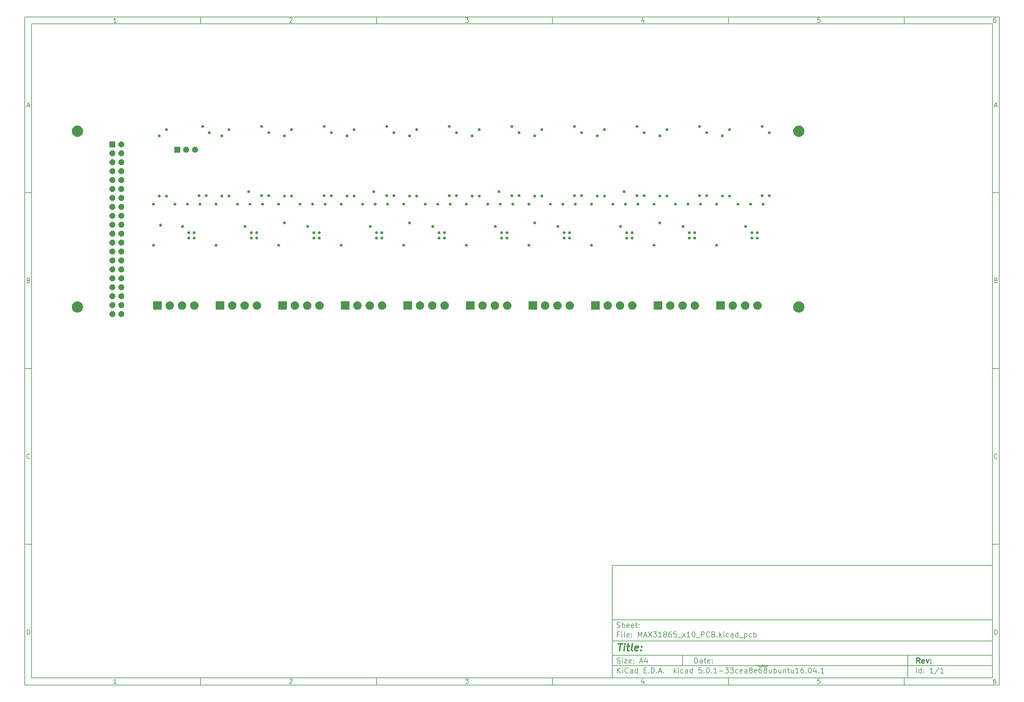
<source format=gbr>
G04 #@! TF.GenerationSoftware,KiCad,Pcbnew,5.0.1-33cea8e~68~ubuntu16.04.1*
G04 #@! TF.CreationDate,2018-10-23T13:55:12+02:00*
G04 #@! TF.ProjectId,MAX31865_x10_PCB,4D415833313836355F7831305F504342,rev?*
G04 #@! TF.SameCoordinates,Original*
G04 #@! TF.FileFunction,Soldermask,Bot*
G04 #@! TF.FilePolarity,Negative*
%FSLAX46Y46*%
G04 Gerber Fmt 4.6, Leading zero omitted, Abs format (unit mm)*
G04 Created by KiCad (PCBNEW 5.0.1-33cea8e~68~ubuntu16.04.1) date Tue 23 Oct 2018 01:55:12 PM CEST*
%MOMM*%
%LPD*%
G01*
G04 APERTURE LIST*
%ADD10C,0.100000*%
%ADD11C,0.150000*%
%ADD12C,0.300000*%
%ADD13C,0.400000*%
G04 APERTURE END LIST*
D10*
D11*
X177002200Y-166007200D02*
X177002200Y-198007200D01*
X285002200Y-198007200D01*
X285002200Y-166007200D01*
X177002200Y-166007200D01*
D10*
D11*
X10000000Y-10000000D02*
X10000000Y-200007200D01*
X287002200Y-200007200D01*
X287002200Y-10000000D01*
X10000000Y-10000000D01*
D10*
D11*
X12000000Y-12000000D02*
X12000000Y-198007200D01*
X285002200Y-198007200D01*
X285002200Y-12000000D01*
X12000000Y-12000000D01*
D10*
D11*
X60000000Y-12000000D02*
X60000000Y-10000000D01*
D10*
D11*
X110000000Y-12000000D02*
X110000000Y-10000000D01*
D10*
D11*
X160000000Y-12000000D02*
X160000000Y-10000000D01*
D10*
D11*
X210000000Y-12000000D02*
X210000000Y-10000000D01*
D10*
D11*
X260000000Y-12000000D02*
X260000000Y-10000000D01*
D10*
D11*
X36065476Y-11588095D02*
X35322619Y-11588095D01*
X35694047Y-11588095D02*
X35694047Y-10288095D01*
X35570238Y-10473809D01*
X35446428Y-10597619D01*
X35322619Y-10659523D01*
D10*
D11*
X85322619Y-10411904D02*
X85384523Y-10350000D01*
X85508333Y-10288095D01*
X85817857Y-10288095D01*
X85941666Y-10350000D01*
X86003571Y-10411904D01*
X86065476Y-10535714D01*
X86065476Y-10659523D01*
X86003571Y-10845238D01*
X85260714Y-11588095D01*
X86065476Y-11588095D01*
D10*
D11*
X135260714Y-10288095D02*
X136065476Y-10288095D01*
X135632142Y-10783333D01*
X135817857Y-10783333D01*
X135941666Y-10845238D01*
X136003571Y-10907142D01*
X136065476Y-11030952D01*
X136065476Y-11340476D01*
X136003571Y-11464285D01*
X135941666Y-11526190D01*
X135817857Y-11588095D01*
X135446428Y-11588095D01*
X135322619Y-11526190D01*
X135260714Y-11464285D01*
D10*
D11*
X185941666Y-10721428D02*
X185941666Y-11588095D01*
X185632142Y-10226190D02*
X185322619Y-11154761D01*
X186127380Y-11154761D01*
D10*
D11*
X236003571Y-10288095D02*
X235384523Y-10288095D01*
X235322619Y-10907142D01*
X235384523Y-10845238D01*
X235508333Y-10783333D01*
X235817857Y-10783333D01*
X235941666Y-10845238D01*
X236003571Y-10907142D01*
X236065476Y-11030952D01*
X236065476Y-11340476D01*
X236003571Y-11464285D01*
X235941666Y-11526190D01*
X235817857Y-11588095D01*
X235508333Y-11588095D01*
X235384523Y-11526190D01*
X235322619Y-11464285D01*
D10*
D11*
X285941666Y-10288095D02*
X285694047Y-10288095D01*
X285570238Y-10350000D01*
X285508333Y-10411904D01*
X285384523Y-10597619D01*
X285322619Y-10845238D01*
X285322619Y-11340476D01*
X285384523Y-11464285D01*
X285446428Y-11526190D01*
X285570238Y-11588095D01*
X285817857Y-11588095D01*
X285941666Y-11526190D01*
X286003571Y-11464285D01*
X286065476Y-11340476D01*
X286065476Y-11030952D01*
X286003571Y-10907142D01*
X285941666Y-10845238D01*
X285817857Y-10783333D01*
X285570238Y-10783333D01*
X285446428Y-10845238D01*
X285384523Y-10907142D01*
X285322619Y-11030952D01*
D10*
D11*
X60000000Y-198007200D02*
X60000000Y-200007200D01*
D10*
D11*
X110000000Y-198007200D02*
X110000000Y-200007200D01*
D10*
D11*
X160000000Y-198007200D02*
X160000000Y-200007200D01*
D10*
D11*
X210000000Y-198007200D02*
X210000000Y-200007200D01*
D10*
D11*
X260000000Y-198007200D02*
X260000000Y-200007200D01*
D10*
D11*
X36065476Y-199595295D02*
X35322619Y-199595295D01*
X35694047Y-199595295D02*
X35694047Y-198295295D01*
X35570238Y-198481009D01*
X35446428Y-198604819D01*
X35322619Y-198666723D01*
D10*
D11*
X85322619Y-198419104D02*
X85384523Y-198357200D01*
X85508333Y-198295295D01*
X85817857Y-198295295D01*
X85941666Y-198357200D01*
X86003571Y-198419104D01*
X86065476Y-198542914D01*
X86065476Y-198666723D01*
X86003571Y-198852438D01*
X85260714Y-199595295D01*
X86065476Y-199595295D01*
D10*
D11*
X135260714Y-198295295D02*
X136065476Y-198295295D01*
X135632142Y-198790533D01*
X135817857Y-198790533D01*
X135941666Y-198852438D01*
X136003571Y-198914342D01*
X136065476Y-199038152D01*
X136065476Y-199347676D01*
X136003571Y-199471485D01*
X135941666Y-199533390D01*
X135817857Y-199595295D01*
X135446428Y-199595295D01*
X135322619Y-199533390D01*
X135260714Y-199471485D01*
D10*
D11*
X185941666Y-198728628D02*
X185941666Y-199595295D01*
X185632142Y-198233390D02*
X185322619Y-199161961D01*
X186127380Y-199161961D01*
D10*
D11*
X236003571Y-198295295D02*
X235384523Y-198295295D01*
X235322619Y-198914342D01*
X235384523Y-198852438D01*
X235508333Y-198790533D01*
X235817857Y-198790533D01*
X235941666Y-198852438D01*
X236003571Y-198914342D01*
X236065476Y-199038152D01*
X236065476Y-199347676D01*
X236003571Y-199471485D01*
X235941666Y-199533390D01*
X235817857Y-199595295D01*
X235508333Y-199595295D01*
X235384523Y-199533390D01*
X235322619Y-199471485D01*
D10*
D11*
X285941666Y-198295295D02*
X285694047Y-198295295D01*
X285570238Y-198357200D01*
X285508333Y-198419104D01*
X285384523Y-198604819D01*
X285322619Y-198852438D01*
X285322619Y-199347676D01*
X285384523Y-199471485D01*
X285446428Y-199533390D01*
X285570238Y-199595295D01*
X285817857Y-199595295D01*
X285941666Y-199533390D01*
X286003571Y-199471485D01*
X286065476Y-199347676D01*
X286065476Y-199038152D01*
X286003571Y-198914342D01*
X285941666Y-198852438D01*
X285817857Y-198790533D01*
X285570238Y-198790533D01*
X285446428Y-198852438D01*
X285384523Y-198914342D01*
X285322619Y-199038152D01*
D10*
D11*
X10000000Y-60000000D02*
X12000000Y-60000000D01*
D10*
D11*
X10000000Y-110000000D02*
X12000000Y-110000000D01*
D10*
D11*
X10000000Y-160000000D02*
X12000000Y-160000000D01*
D10*
D11*
X10690476Y-35216666D02*
X11309523Y-35216666D01*
X10566666Y-35588095D02*
X11000000Y-34288095D01*
X11433333Y-35588095D01*
D10*
D11*
X11092857Y-84907142D02*
X11278571Y-84969047D01*
X11340476Y-85030952D01*
X11402380Y-85154761D01*
X11402380Y-85340476D01*
X11340476Y-85464285D01*
X11278571Y-85526190D01*
X11154761Y-85588095D01*
X10659523Y-85588095D01*
X10659523Y-84288095D01*
X11092857Y-84288095D01*
X11216666Y-84350000D01*
X11278571Y-84411904D01*
X11340476Y-84535714D01*
X11340476Y-84659523D01*
X11278571Y-84783333D01*
X11216666Y-84845238D01*
X11092857Y-84907142D01*
X10659523Y-84907142D01*
D10*
D11*
X11402380Y-135464285D02*
X11340476Y-135526190D01*
X11154761Y-135588095D01*
X11030952Y-135588095D01*
X10845238Y-135526190D01*
X10721428Y-135402380D01*
X10659523Y-135278571D01*
X10597619Y-135030952D01*
X10597619Y-134845238D01*
X10659523Y-134597619D01*
X10721428Y-134473809D01*
X10845238Y-134350000D01*
X11030952Y-134288095D01*
X11154761Y-134288095D01*
X11340476Y-134350000D01*
X11402380Y-134411904D01*
D10*
D11*
X10659523Y-185588095D02*
X10659523Y-184288095D01*
X10969047Y-184288095D01*
X11154761Y-184350000D01*
X11278571Y-184473809D01*
X11340476Y-184597619D01*
X11402380Y-184845238D01*
X11402380Y-185030952D01*
X11340476Y-185278571D01*
X11278571Y-185402380D01*
X11154761Y-185526190D01*
X10969047Y-185588095D01*
X10659523Y-185588095D01*
D10*
D11*
X287002200Y-60000000D02*
X285002200Y-60000000D01*
D10*
D11*
X287002200Y-110000000D02*
X285002200Y-110000000D01*
D10*
D11*
X287002200Y-160000000D02*
X285002200Y-160000000D01*
D10*
D11*
X285692676Y-35216666D02*
X286311723Y-35216666D01*
X285568866Y-35588095D02*
X286002200Y-34288095D01*
X286435533Y-35588095D01*
D10*
D11*
X286095057Y-84907142D02*
X286280771Y-84969047D01*
X286342676Y-85030952D01*
X286404580Y-85154761D01*
X286404580Y-85340476D01*
X286342676Y-85464285D01*
X286280771Y-85526190D01*
X286156961Y-85588095D01*
X285661723Y-85588095D01*
X285661723Y-84288095D01*
X286095057Y-84288095D01*
X286218866Y-84350000D01*
X286280771Y-84411904D01*
X286342676Y-84535714D01*
X286342676Y-84659523D01*
X286280771Y-84783333D01*
X286218866Y-84845238D01*
X286095057Y-84907142D01*
X285661723Y-84907142D01*
D10*
D11*
X286404580Y-135464285D02*
X286342676Y-135526190D01*
X286156961Y-135588095D01*
X286033152Y-135588095D01*
X285847438Y-135526190D01*
X285723628Y-135402380D01*
X285661723Y-135278571D01*
X285599819Y-135030952D01*
X285599819Y-134845238D01*
X285661723Y-134597619D01*
X285723628Y-134473809D01*
X285847438Y-134350000D01*
X286033152Y-134288095D01*
X286156961Y-134288095D01*
X286342676Y-134350000D01*
X286404580Y-134411904D01*
D10*
D11*
X285661723Y-185588095D02*
X285661723Y-184288095D01*
X285971247Y-184288095D01*
X286156961Y-184350000D01*
X286280771Y-184473809D01*
X286342676Y-184597619D01*
X286404580Y-184845238D01*
X286404580Y-185030952D01*
X286342676Y-185278571D01*
X286280771Y-185402380D01*
X286156961Y-185526190D01*
X285971247Y-185588095D01*
X285661723Y-185588095D01*
D10*
D11*
X200434342Y-193785771D02*
X200434342Y-192285771D01*
X200791485Y-192285771D01*
X201005771Y-192357200D01*
X201148628Y-192500057D01*
X201220057Y-192642914D01*
X201291485Y-192928628D01*
X201291485Y-193142914D01*
X201220057Y-193428628D01*
X201148628Y-193571485D01*
X201005771Y-193714342D01*
X200791485Y-193785771D01*
X200434342Y-193785771D01*
X202577200Y-193785771D02*
X202577200Y-193000057D01*
X202505771Y-192857200D01*
X202362914Y-192785771D01*
X202077200Y-192785771D01*
X201934342Y-192857200D01*
X202577200Y-193714342D02*
X202434342Y-193785771D01*
X202077200Y-193785771D01*
X201934342Y-193714342D01*
X201862914Y-193571485D01*
X201862914Y-193428628D01*
X201934342Y-193285771D01*
X202077200Y-193214342D01*
X202434342Y-193214342D01*
X202577200Y-193142914D01*
X203077200Y-192785771D02*
X203648628Y-192785771D01*
X203291485Y-192285771D02*
X203291485Y-193571485D01*
X203362914Y-193714342D01*
X203505771Y-193785771D01*
X203648628Y-193785771D01*
X204720057Y-193714342D02*
X204577200Y-193785771D01*
X204291485Y-193785771D01*
X204148628Y-193714342D01*
X204077200Y-193571485D01*
X204077200Y-193000057D01*
X204148628Y-192857200D01*
X204291485Y-192785771D01*
X204577200Y-192785771D01*
X204720057Y-192857200D01*
X204791485Y-193000057D01*
X204791485Y-193142914D01*
X204077200Y-193285771D01*
X205434342Y-193642914D02*
X205505771Y-193714342D01*
X205434342Y-193785771D01*
X205362914Y-193714342D01*
X205434342Y-193642914D01*
X205434342Y-193785771D01*
X205434342Y-192857200D02*
X205505771Y-192928628D01*
X205434342Y-193000057D01*
X205362914Y-192928628D01*
X205434342Y-192857200D01*
X205434342Y-193000057D01*
D10*
D11*
X177002200Y-194507200D02*
X285002200Y-194507200D01*
D10*
D11*
X178434342Y-196585771D02*
X178434342Y-195085771D01*
X179291485Y-196585771D02*
X178648628Y-195728628D01*
X179291485Y-195085771D02*
X178434342Y-195942914D01*
X179934342Y-196585771D02*
X179934342Y-195585771D01*
X179934342Y-195085771D02*
X179862914Y-195157200D01*
X179934342Y-195228628D01*
X180005771Y-195157200D01*
X179934342Y-195085771D01*
X179934342Y-195228628D01*
X181505771Y-196442914D02*
X181434342Y-196514342D01*
X181220057Y-196585771D01*
X181077200Y-196585771D01*
X180862914Y-196514342D01*
X180720057Y-196371485D01*
X180648628Y-196228628D01*
X180577200Y-195942914D01*
X180577200Y-195728628D01*
X180648628Y-195442914D01*
X180720057Y-195300057D01*
X180862914Y-195157200D01*
X181077200Y-195085771D01*
X181220057Y-195085771D01*
X181434342Y-195157200D01*
X181505771Y-195228628D01*
X182791485Y-196585771D02*
X182791485Y-195800057D01*
X182720057Y-195657200D01*
X182577200Y-195585771D01*
X182291485Y-195585771D01*
X182148628Y-195657200D01*
X182791485Y-196514342D02*
X182648628Y-196585771D01*
X182291485Y-196585771D01*
X182148628Y-196514342D01*
X182077200Y-196371485D01*
X182077200Y-196228628D01*
X182148628Y-196085771D01*
X182291485Y-196014342D01*
X182648628Y-196014342D01*
X182791485Y-195942914D01*
X184148628Y-196585771D02*
X184148628Y-195085771D01*
X184148628Y-196514342D02*
X184005771Y-196585771D01*
X183720057Y-196585771D01*
X183577200Y-196514342D01*
X183505771Y-196442914D01*
X183434342Y-196300057D01*
X183434342Y-195871485D01*
X183505771Y-195728628D01*
X183577200Y-195657200D01*
X183720057Y-195585771D01*
X184005771Y-195585771D01*
X184148628Y-195657200D01*
X186005771Y-195800057D02*
X186505771Y-195800057D01*
X186720057Y-196585771D02*
X186005771Y-196585771D01*
X186005771Y-195085771D01*
X186720057Y-195085771D01*
X187362914Y-196442914D02*
X187434342Y-196514342D01*
X187362914Y-196585771D01*
X187291485Y-196514342D01*
X187362914Y-196442914D01*
X187362914Y-196585771D01*
X188077200Y-196585771D02*
X188077200Y-195085771D01*
X188434342Y-195085771D01*
X188648628Y-195157200D01*
X188791485Y-195300057D01*
X188862914Y-195442914D01*
X188934342Y-195728628D01*
X188934342Y-195942914D01*
X188862914Y-196228628D01*
X188791485Y-196371485D01*
X188648628Y-196514342D01*
X188434342Y-196585771D01*
X188077200Y-196585771D01*
X189577200Y-196442914D02*
X189648628Y-196514342D01*
X189577200Y-196585771D01*
X189505771Y-196514342D01*
X189577200Y-196442914D01*
X189577200Y-196585771D01*
X190220057Y-196157200D02*
X190934342Y-196157200D01*
X190077200Y-196585771D02*
X190577200Y-195085771D01*
X191077200Y-196585771D01*
X191577200Y-196442914D02*
X191648628Y-196514342D01*
X191577200Y-196585771D01*
X191505771Y-196514342D01*
X191577200Y-196442914D01*
X191577200Y-196585771D01*
X194577200Y-196585771D02*
X194577200Y-195085771D01*
X194720057Y-196014342D02*
X195148628Y-196585771D01*
X195148628Y-195585771D02*
X194577200Y-196157200D01*
X195791485Y-196585771D02*
X195791485Y-195585771D01*
X195791485Y-195085771D02*
X195720057Y-195157200D01*
X195791485Y-195228628D01*
X195862914Y-195157200D01*
X195791485Y-195085771D01*
X195791485Y-195228628D01*
X197148628Y-196514342D02*
X197005771Y-196585771D01*
X196720057Y-196585771D01*
X196577200Y-196514342D01*
X196505771Y-196442914D01*
X196434342Y-196300057D01*
X196434342Y-195871485D01*
X196505771Y-195728628D01*
X196577200Y-195657200D01*
X196720057Y-195585771D01*
X197005771Y-195585771D01*
X197148628Y-195657200D01*
X198434342Y-196585771D02*
X198434342Y-195800057D01*
X198362914Y-195657200D01*
X198220057Y-195585771D01*
X197934342Y-195585771D01*
X197791485Y-195657200D01*
X198434342Y-196514342D02*
X198291485Y-196585771D01*
X197934342Y-196585771D01*
X197791485Y-196514342D01*
X197720057Y-196371485D01*
X197720057Y-196228628D01*
X197791485Y-196085771D01*
X197934342Y-196014342D01*
X198291485Y-196014342D01*
X198434342Y-195942914D01*
X199791485Y-196585771D02*
X199791485Y-195085771D01*
X199791485Y-196514342D02*
X199648628Y-196585771D01*
X199362914Y-196585771D01*
X199220057Y-196514342D01*
X199148628Y-196442914D01*
X199077200Y-196300057D01*
X199077200Y-195871485D01*
X199148628Y-195728628D01*
X199220057Y-195657200D01*
X199362914Y-195585771D01*
X199648628Y-195585771D01*
X199791485Y-195657200D01*
X202362914Y-195085771D02*
X201648628Y-195085771D01*
X201577200Y-195800057D01*
X201648628Y-195728628D01*
X201791485Y-195657200D01*
X202148628Y-195657200D01*
X202291485Y-195728628D01*
X202362914Y-195800057D01*
X202434342Y-195942914D01*
X202434342Y-196300057D01*
X202362914Y-196442914D01*
X202291485Y-196514342D01*
X202148628Y-196585771D01*
X201791485Y-196585771D01*
X201648628Y-196514342D01*
X201577200Y-196442914D01*
X203077200Y-196442914D02*
X203148628Y-196514342D01*
X203077200Y-196585771D01*
X203005771Y-196514342D01*
X203077200Y-196442914D01*
X203077200Y-196585771D01*
X204077200Y-195085771D02*
X204220057Y-195085771D01*
X204362914Y-195157200D01*
X204434342Y-195228628D01*
X204505771Y-195371485D01*
X204577200Y-195657200D01*
X204577200Y-196014342D01*
X204505771Y-196300057D01*
X204434342Y-196442914D01*
X204362914Y-196514342D01*
X204220057Y-196585771D01*
X204077200Y-196585771D01*
X203934342Y-196514342D01*
X203862914Y-196442914D01*
X203791485Y-196300057D01*
X203720057Y-196014342D01*
X203720057Y-195657200D01*
X203791485Y-195371485D01*
X203862914Y-195228628D01*
X203934342Y-195157200D01*
X204077200Y-195085771D01*
X205220057Y-196442914D02*
X205291485Y-196514342D01*
X205220057Y-196585771D01*
X205148628Y-196514342D01*
X205220057Y-196442914D01*
X205220057Y-196585771D01*
X206720057Y-196585771D02*
X205862914Y-196585771D01*
X206291485Y-196585771D02*
X206291485Y-195085771D01*
X206148628Y-195300057D01*
X206005771Y-195442914D01*
X205862914Y-195514342D01*
X207362914Y-196014342D02*
X208505771Y-196014342D01*
X209077200Y-195085771D02*
X210005771Y-195085771D01*
X209505771Y-195657200D01*
X209720057Y-195657200D01*
X209862914Y-195728628D01*
X209934342Y-195800057D01*
X210005771Y-195942914D01*
X210005771Y-196300057D01*
X209934342Y-196442914D01*
X209862914Y-196514342D01*
X209720057Y-196585771D01*
X209291485Y-196585771D01*
X209148628Y-196514342D01*
X209077200Y-196442914D01*
X210505771Y-195085771D02*
X211434342Y-195085771D01*
X210934342Y-195657200D01*
X211148628Y-195657200D01*
X211291485Y-195728628D01*
X211362914Y-195800057D01*
X211434342Y-195942914D01*
X211434342Y-196300057D01*
X211362914Y-196442914D01*
X211291485Y-196514342D01*
X211148628Y-196585771D01*
X210720057Y-196585771D01*
X210577200Y-196514342D01*
X210505771Y-196442914D01*
X212720057Y-196514342D02*
X212577200Y-196585771D01*
X212291485Y-196585771D01*
X212148628Y-196514342D01*
X212077200Y-196442914D01*
X212005771Y-196300057D01*
X212005771Y-195871485D01*
X212077200Y-195728628D01*
X212148628Y-195657200D01*
X212291485Y-195585771D01*
X212577200Y-195585771D01*
X212720057Y-195657200D01*
X213934342Y-196514342D02*
X213791485Y-196585771D01*
X213505771Y-196585771D01*
X213362914Y-196514342D01*
X213291485Y-196371485D01*
X213291485Y-195800057D01*
X213362914Y-195657200D01*
X213505771Y-195585771D01*
X213791485Y-195585771D01*
X213934342Y-195657200D01*
X214005771Y-195800057D01*
X214005771Y-195942914D01*
X213291485Y-196085771D01*
X215291485Y-196585771D02*
X215291485Y-195800057D01*
X215220057Y-195657200D01*
X215077200Y-195585771D01*
X214791485Y-195585771D01*
X214648628Y-195657200D01*
X215291485Y-196514342D02*
X215148628Y-196585771D01*
X214791485Y-196585771D01*
X214648628Y-196514342D01*
X214577200Y-196371485D01*
X214577200Y-196228628D01*
X214648628Y-196085771D01*
X214791485Y-196014342D01*
X215148628Y-196014342D01*
X215291485Y-195942914D01*
X216220057Y-195728628D02*
X216077200Y-195657200D01*
X216005771Y-195585771D01*
X215934342Y-195442914D01*
X215934342Y-195371485D01*
X216005771Y-195228628D01*
X216077200Y-195157200D01*
X216220057Y-195085771D01*
X216505771Y-195085771D01*
X216648628Y-195157200D01*
X216720057Y-195228628D01*
X216791485Y-195371485D01*
X216791485Y-195442914D01*
X216720057Y-195585771D01*
X216648628Y-195657200D01*
X216505771Y-195728628D01*
X216220057Y-195728628D01*
X216077200Y-195800057D01*
X216005771Y-195871485D01*
X215934342Y-196014342D01*
X215934342Y-196300057D01*
X216005771Y-196442914D01*
X216077200Y-196514342D01*
X216220057Y-196585771D01*
X216505771Y-196585771D01*
X216648628Y-196514342D01*
X216720057Y-196442914D01*
X216791485Y-196300057D01*
X216791485Y-196014342D01*
X216720057Y-195871485D01*
X216648628Y-195800057D01*
X216505771Y-195728628D01*
X218005771Y-196514342D02*
X217862914Y-196585771D01*
X217577200Y-196585771D01*
X217434342Y-196514342D01*
X217362914Y-196371485D01*
X217362914Y-195800057D01*
X217434342Y-195657200D01*
X217577200Y-195585771D01*
X217862914Y-195585771D01*
X218005771Y-195657200D01*
X218077200Y-195800057D01*
X218077200Y-195942914D01*
X217362914Y-196085771D01*
X218362914Y-194677200D02*
X219791485Y-194677200D01*
X219362914Y-195085771D02*
X219077200Y-195085771D01*
X218934342Y-195157200D01*
X218862914Y-195228628D01*
X218720057Y-195442914D01*
X218648628Y-195728628D01*
X218648628Y-196300057D01*
X218720057Y-196442914D01*
X218791485Y-196514342D01*
X218934342Y-196585771D01*
X219220057Y-196585771D01*
X219362914Y-196514342D01*
X219434342Y-196442914D01*
X219505771Y-196300057D01*
X219505771Y-195942914D01*
X219434342Y-195800057D01*
X219362914Y-195728628D01*
X219220057Y-195657200D01*
X218934342Y-195657200D01*
X218791485Y-195728628D01*
X218720057Y-195800057D01*
X218648628Y-195942914D01*
X219791485Y-194677200D02*
X221220057Y-194677200D01*
X220362914Y-195728628D02*
X220220057Y-195657200D01*
X220148628Y-195585771D01*
X220077200Y-195442914D01*
X220077200Y-195371485D01*
X220148628Y-195228628D01*
X220220057Y-195157200D01*
X220362914Y-195085771D01*
X220648628Y-195085771D01*
X220791485Y-195157200D01*
X220862914Y-195228628D01*
X220934342Y-195371485D01*
X220934342Y-195442914D01*
X220862914Y-195585771D01*
X220791485Y-195657200D01*
X220648628Y-195728628D01*
X220362914Y-195728628D01*
X220220057Y-195800057D01*
X220148628Y-195871485D01*
X220077200Y-196014342D01*
X220077200Y-196300057D01*
X220148628Y-196442914D01*
X220220057Y-196514342D01*
X220362914Y-196585771D01*
X220648628Y-196585771D01*
X220791485Y-196514342D01*
X220862914Y-196442914D01*
X220934342Y-196300057D01*
X220934342Y-196014342D01*
X220862914Y-195871485D01*
X220791485Y-195800057D01*
X220648628Y-195728628D01*
X222220057Y-195585771D02*
X222220057Y-196585771D01*
X221577200Y-195585771D02*
X221577200Y-196371485D01*
X221648628Y-196514342D01*
X221791485Y-196585771D01*
X222005771Y-196585771D01*
X222148628Y-196514342D01*
X222220057Y-196442914D01*
X222934342Y-196585771D02*
X222934342Y-195085771D01*
X222934342Y-195657200D02*
X223077200Y-195585771D01*
X223362914Y-195585771D01*
X223505771Y-195657200D01*
X223577200Y-195728628D01*
X223648628Y-195871485D01*
X223648628Y-196300057D01*
X223577200Y-196442914D01*
X223505771Y-196514342D01*
X223362914Y-196585771D01*
X223077200Y-196585771D01*
X222934342Y-196514342D01*
X224934342Y-195585771D02*
X224934342Y-196585771D01*
X224291485Y-195585771D02*
X224291485Y-196371485D01*
X224362914Y-196514342D01*
X224505771Y-196585771D01*
X224720057Y-196585771D01*
X224862914Y-196514342D01*
X224934342Y-196442914D01*
X225648628Y-195585771D02*
X225648628Y-196585771D01*
X225648628Y-195728628D02*
X225720057Y-195657200D01*
X225862914Y-195585771D01*
X226077200Y-195585771D01*
X226220057Y-195657200D01*
X226291485Y-195800057D01*
X226291485Y-196585771D01*
X226791485Y-195585771D02*
X227362914Y-195585771D01*
X227005771Y-195085771D02*
X227005771Y-196371485D01*
X227077200Y-196514342D01*
X227220057Y-196585771D01*
X227362914Y-196585771D01*
X228505771Y-195585771D02*
X228505771Y-196585771D01*
X227862914Y-195585771D02*
X227862914Y-196371485D01*
X227934342Y-196514342D01*
X228077200Y-196585771D01*
X228291485Y-196585771D01*
X228434342Y-196514342D01*
X228505771Y-196442914D01*
X230005771Y-196585771D02*
X229148628Y-196585771D01*
X229577200Y-196585771D02*
X229577200Y-195085771D01*
X229434342Y-195300057D01*
X229291485Y-195442914D01*
X229148628Y-195514342D01*
X231291485Y-195085771D02*
X231005771Y-195085771D01*
X230862914Y-195157200D01*
X230791485Y-195228628D01*
X230648628Y-195442914D01*
X230577200Y-195728628D01*
X230577200Y-196300057D01*
X230648628Y-196442914D01*
X230720057Y-196514342D01*
X230862914Y-196585771D01*
X231148628Y-196585771D01*
X231291485Y-196514342D01*
X231362914Y-196442914D01*
X231434342Y-196300057D01*
X231434342Y-195942914D01*
X231362914Y-195800057D01*
X231291485Y-195728628D01*
X231148628Y-195657200D01*
X230862914Y-195657200D01*
X230720057Y-195728628D01*
X230648628Y-195800057D01*
X230577200Y-195942914D01*
X232077200Y-196442914D02*
X232148628Y-196514342D01*
X232077200Y-196585771D01*
X232005771Y-196514342D01*
X232077200Y-196442914D01*
X232077200Y-196585771D01*
X233077200Y-195085771D02*
X233220057Y-195085771D01*
X233362914Y-195157200D01*
X233434342Y-195228628D01*
X233505771Y-195371485D01*
X233577200Y-195657200D01*
X233577200Y-196014342D01*
X233505771Y-196300057D01*
X233434342Y-196442914D01*
X233362914Y-196514342D01*
X233220057Y-196585771D01*
X233077200Y-196585771D01*
X232934342Y-196514342D01*
X232862914Y-196442914D01*
X232791485Y-196300057D01*
X232720057Y-196014342D01*
X232720057Y-195657200D01*
X232791485Y-195371485D01*
X232862914Y-195228628D01*
X232934342Y-195157200D01*
X233077200Y-195085771D01*
X234862914Y-195585771D02*
X234862914Y-196585771D01*
X234505771Y-195014342D02*
X234148628Y-196085771D01*
X235077200Y-196085771D01*
X235648628Y-196442914D02*
X235720057Y-196514342D01*
X235648628Y-196585771D01*
X235577199Y-196514342D01*
X235648628Y-196442914D01*
X235648628Y-196585771D01*
X237148628Y-196585771D02*
X236291485Y-196585771D01*
X236720057Y-196585771D02*
X236720057Y-195085771D01*
X236577200Y-195300057D01*
X236434342Y-195442914D01*
X236291485Y-195514342D01*
D10*
D11*
X177002200Y-191507200D02*
X285002200Y-191507200D01*
D10*
D12*
X264411485Y-193785771D02*
X263911485Y-193071485D01*
X263554342Y-193785771D02*
X263554342Y-192285771D01*
X264125771Y-192285771D01*
X264268628Y-192357200D01*
X264340057Y-192428628D01*
X264411485Y-192571485D01*
X264411485Y-192785771D01*
X264340057Y-192928628D01*
X264268628Y-193000057D01*
X264125771Y-193071485D01*
X263554342Y-193071485D01*
X265625771Y-193714342D02*
X265482914Y-193785771D01*
X265197200Y-193785771D01*
X265054342Y-193714342D01*
X264982914Y-193571485D01*
X264982914Y-193000057D01*
X265054342Y-192857200D01*
X265197200Y-192785771D01*
X265482914Y-192785771D01*
X265625771Y-192857200D01*
X265697200Y-193000057D01*
X265697200Y-193142914D01*
X264982914Y-193285771D01*
X266197200Y-192785771D02*
X266554342Y-193785771D01*
X266911485Y-192785771D01*
X267482914Y-193642914D02*
X267554342Y-193714342D01*
X267482914Y-193785771D01*
X267411485Y-193714342D01*
X267482914Y-193642914D01*
X267482914Y-193785771D01*
X267482914Y-192857200D02*
X267554342Y-192928628D01*
X267482914Y-193000057D01*
X267411485Y-192928628D01*
X267482914Y-192857200D01*
X267482914Y-193000057D01*
D10*
D11*
X178362914Y-193714342D02*
X178577200Y-193785771D01*
X178934342Y-193785771D01*
X179077200Y-193714342D01*
X179148628Y-193642914D01*
X179220057Y-193500057D01*
X179220057Y-193357200D01*
X179148628Y-193214342D01*
X179077200Y-193142914D01*
X178934342Y-193071485D01*
X178648628Y-193000057D01*
X178505771Y-192928628D01*
X178434342Y-192857200D01*
X178362914Y-192714342D01*
X178362914Y-192571485D01*
X178434342Y-192428628D01*
X178505771Y-192357200D01*
X178648628Y-192285771D01*
X179005771Y-192285771D01*
X179220057Y-192357200D01*
X179862914Y-193785771D02*
X179862914Y-192785771D01*
X179862914Y-192285771D02*
X179791485Y-192357200D01*
X179862914Y-192428628D01*
X179934342Y-192357200D01*
X179862914Y-192285771D01*
X179862914Y-192428628D01*
X180434342Y-192785771D02*
X181220057Y-192785771D01*
X180434342Y-193785771D01*
X181220057Y-193785771D01*
X182362914Y-193714342D02*
X182220057Y-193785771D01*
X181934342Y-193785771D01*
X181791485Y-193714342D01*
X181720057Y-193571485D01*
X181720057Y-193000057D01*
X181791485Y-192857200D01*
X181934342Y-192785771D01*
X182220057Y-192785771D01*
X182362914Y-192857200D01*
X182434342Y-193000057D01*
X182434342Y-193142914D01*
X181720057Y-193285771D01*
X183077200Y-193642914D02*
X183148628Y-193714342D01*
X183077200Y-193785771D01*
X183005771Y-193714342D01*
X183077200Y-193642914D01*
X183077200Y-193785771D01*
X183077200Y-192857200D02*
X183148628Y-192928628D01*
X183077200Y-193000057D01*
X183005771Y-192928628D01*
X183077200Y-192857200D01*
X183077200Y-193000057D01*
X184862914Y-193357200D02*
X185577200Y-193357200D01*
X184720057Y-193785771D02*
X185220057Y-192285771D01*
X185720057Y-193785771D01*
X186862914Y-192785771D02*
X186862914Y-193785771D01*
X186505771Y-192214342D02*
X186148628Y-193285771D01*
X187077200Y-193285771D01*
D10*
D11*
X263434342Y-196585771D02*
X263434342Y-195085771D01*
X264791485Y-196585771D02*
X264791485Y-195085771D01*
X264791485Y-196514342D02*
X264648628Y-196585771D01*
X264362914Y-196585771D01*
X264220057Y-196514342D01*
X264148628Y-196442914D01*
X264077200Y-196300057D01*
X264077200Y-195871485D01*
X264148628Y-195728628D01*
X264220057Y-195657200D01*
X264362914Y-195585771D01*
X264648628Y-195585771D01*
X264791485Y-195657200D01*
X265505771Y-196442914D02*
X265577200Y-196514342D01*
X265505771Y-196585771D01*
X265434342Y-196514342D01*
X265505771Y-196442914D01*
X265505771Y-196585771D01*
X265505771Y-195657200D02*
X265577200Y-195728628D01*
X265505771Y-195800057D01*
X265434342Y-195728628D01*
X265505771Y-195657200D01*
X265505771Y-195800057D01*
X268148628Y-196585771D02*
X267291485Y-196585771D01*
X267720057Y-196585771D02*
X267720057Y-195085771D01*
X267577200Y-195300057D01*
X267434342Y-195442914D01*
X267291485Y-195514342D01*
X269862914Y-195014342D02*
X268577200Y-196942914D01*
X271148628Y-196585771D02*
X270291485Y-196585771D01*
X270720057Y-196585771D02*
X270720057Y-195085771D01*
X270577200Y-195300057D01*
X270434342Y-195442914D01*
X270291485Y-195514342D01*
D10*
D11*
X177002200Y-187507200D02*
X285002200Y-187507200D01*
D10*
D13*
X178714580Y-188211961D02*
X179857438Y-188211961D01*
X179036009Y-190211961D02*
X179286009Y-188211961D01*
X180274104Y-190211961D02*
X180440771Y-188878628D01*
X180524104Y-188211961D02*
X180416961Y-188307200D01*
X180500295Y-188402438D01*
X180607438Y-188307200D01*
X180524104Y-188211961D01*
X180500295Y-188402438D01*
X181107438Y-188878628D02*
X181869342Y-188878628D01*
X181476485Y-188211961D02*
X181262200Y-189926247D01*
X181333628Y-190116723D01*
X181512200Y-190211961D01*
X181702676Y-190211961D01*
X182655057Y-190211961D02*
X182476485Y-190116723D01*
X182405057Y-189926247D01*
X182619342Y-188211961D01*
X184190771Y-190116723D02*
X183988390Y-190211961D01*
X183607438Y-190211961D01*
X183428866Y-190116723D01*
X183357438Y-189926247D01*
X183452676Y-189164342D01*
X183571723Y-188973866D01*
X183774104Y-188878628D01*
X184155057Y-188878628D01*
X184333628Y-188973866D01*
X184405057Y-189164342D01*
X184381247Y-189354819D01*
X183405057Y-189545295D01*
X185155057Y-190021485D02*
X185238390Y-190116723D01*
X185131247Y-190211961D01*
X185047914Y-190116723D01*
X185155057Y-190021485D01*
X185131247Y-190211961D01*
X185286009Y-188973866D02*
X185369342Y-189069104D01*
X185262200Y-189164342D01*
X185178866Y-189069104D01*
X185286009Y-188973866D01*
X185262200Y-189164342D01*
D10*
D11*
X178934342Y-185600057D02*
X178434342Y-185600057D01*
X178434342Y-186385771D02*
X178434342Y-184885771D01*
X179148628Y-184885771D01*
X179720057Y-186385771D02*
X179720057Y-185385771D01*
X179720057Y-184885771D02*
X179648628Y-184957200D01*
X179720057Y-185028628D01*
X179791485Y-184957200D01*
X179720057Y-184885771D01*
X179720057Y-185028628D01*
X180648628Y-186385771D02*
X180505771Y-186314342D01*
X180434342Y-186171485D01*
X180434342Y-184885771D01*
X181791485Y-186314342D02*
X181648628Y-186385771D01*
X181362914Y-186385771D01*
X181220057Y-186314342D01*
X181148628Y-186171485D01*
X181148628Y-185600057D01*
X181220057Y-185457200D01*
X181362914Y-185385771D01*
X181648628Y-185385771D01*
X181791485Y-185457200D01*
X181862914Y-185600057D01*
X181862914Y-185742914D01*
X181148628Y-185885771D01*
X182505771Y-186242914D02*
X182577200Y-186314342D01*
X182505771Y-186385771D01*
X182434342Y-186314342D01*
X182505771Y-186242914D01*
X182505771Y-186385771D01*
X182505771Y-185457200D02*
X182577200Y-185528628D01*
X182505771Y-185600057D01*
X182434342Y-185528628D01*
X182505771Y-185457200D01*
X182505771Y-185600057D01*
X184362914Y-186385771D02*
X184362914Y-184885771D01*
X184862914Y-185957200D01*
X185362914Y-184885771D01*
X185362914Y-186385771D01*
X186005771Y-185957200D02*
X186720057Y-185957200D01*
X185862914Y-186385771D02*
X186362914Y-184885771D01*
X186862914Y-186385771D01*
X187220057Y-184885771D02*
X188220057Y-186385771D01*
X188220057Y-184885771D02*
X187220057Y-186385771D01*
X188648628Y-184885771D02*
X189577200Y-184885771D01*
X189077200Y-185457200D01*
X189291485Y-185457200D01*
X189434342Y-185528628D01*
X189505771Y-185600057D01*
X189577200Y-185742914D01*
X189577200Y-186100057D01*
X189505771Y-186242914D01*
X189434342Y-186314342D01*
X189291485Y-186385771D01*
X188862914Y-186385771D01*
X188720057Y-186314342D01*
X188648628Y-186242914D01*
X191005771Y-186385771D02*
X190148628Y-186385771D01*
X190577200Y-186385771D02*
X190577200Y-184885771D01*
X190434342Y-185100057D01*
X190291485Y-185242914D01*
X190148628Y-185314342D01*
X191862914Y-185528628D02*
X191720057Y-185457200D01*
X191648628Y-185385771D01*
X191577200Y-185242914D01*
X191577200Y-185171485D01*
X191648628Y-185028628D01*
X191720057Y-184957200D01*
X191862914Y-184885771D01*
X192148628Y-184885771D01*
X192291485Y-184957200D01*
X192362914Y-185028628D01*
X192434342Y-185171485D01*
X192434342Y-185242914D01*
X192362914Y-185385771D01*
X192291485Y-185457200D01*
X192148628Y-185528628D01*
X191862914Y-185528628D01*
X191720057Y-185600057D01*
X191648628Y-185671485D01*
X191577200Y-185814342D01*
X191577200Y-186100057D01*
X191648628Y-186242914D01*
X191720057Y-186314342D01*
X191862914Y-186385771D01*
X192148628Y-186385771D01*
X192291485Y-186314342D01*
X192362914Y-186242914D01*
X192434342Y-186100057D01*
X192434342Y-185814342D01*
X192362914Y-185671485D01*
X192291485Y-185600057D01*
X192148628Y-185528628D01*
X193720057Y-184885771D02*
X193434342Y-184885771D01*
X193291485Y-184957200D01*
X193220057Y-185028628D01*
X193077200Y-185242914D01*
X193005771Y-185528628D01*
X193005771Y-186100057D01*
X193077200Y-186242914D01*
X193148628Y-186314342D01*
X193291485Y-186385771D01*
X193577200Y-186385771D01*
X193720057Y-186314342D01*
X193791485Y-186242914D01*
X193862914Y-186100057D01*
X193862914Y-185742914D01*
X193791485Y-185600057D01*
X193720057Y-185528628D01*
X193577200Y-185457200D01*
X193291485Y-185457200D01*
X193148628Y-185528628D01*
X193077200Y-185600057D01*
X193005771Y-185742914D01*
X195220057Y-184885771D02*
X194505771Y-184885771D01*
X194434342Y-185600057D01*
X194505771Y-185528628D01*
X194648628Y-185457200D01*
X195005771Y-185457200D01*
X195148628Y-185528628D01*
X195220057Y-185600057D01*
X195291485Y-185742914D01*
X195291485Y-186100057D01*
X195220057Y-186242914D01*
X195148628Y-186314342D01*
X195005771Y-186385771D01*
X194648628Y-186385771D01*
X194505771Y-186314342D01*
X194434342Y-186242914D01*
X195577200Y-186528628D02*
X196720057Y-186528628D01*
X196934342Y-186385771D02*
X197720057Y-185385771D01*
X196934342Y-185385771D02*
X197720057Y-186385771D01*
X199077200Y-186385771D02*
X198220057Y-186385771D01*
X198648628Y-186385771D02*
X198648628Y-184885771D01*
X198505771Y-185100057D01*
X198362914Y-185242914D01*
X198220057Y-185314342D01*
X200005771Y-184885771D02*
X200148628Y-184885771D01*
X200291485Y-184957200D01*
X200362914Y-185028628D01*
X200434342Y-185171485D01*
X200505771Y-185457200D01*
X200505771Y-185814342D01*
X200434342Y-186100057D01*
X200362914Y-186242914D01*
X200291485Y-186314342D01*
X200148628Y-186385771D01*
X200005771Y-186385771D01*
X199862914Y-186314342D01*
X199791485Y-186242914D01*
X199720057Y-186100057D01*
X199648628Y-185814342D01*
X199648628Y-185457200D01*
X199720057Y-185171485D01*
X199791485Y-185028628D01*
X199862914Y-184957200D01*
X200005771Y-184885771D01*
X200791485Y-186528628D02*
X201934342Y-186528628D01*
X202291485Y-186385771D02*
X202291485Y-184885771D01*
X202862914Y-184885771D01*
X203005771Y-184957200D01*
X203077200Y-185028628D01*
X203148628Y-185171485D01*
X203148628Y-185385771D01*
X203077200Y-185528628D01*
X203005771Y-185600057D01*
X202862914Y-185671485D01*
X202291485Y-185671485D01*
X204648628Y-186242914D02*
X204577200Y-186314342D01*
X204362914Y-186385771D01*
X204220057Y-186385771D01*
X204005771Y-186314342D01*
X203862914Y-186171485D01*
X203791485Y-186028628D01*
X203720057Y-185742914D01*
X203720057Y-185528628D01*
X203791485Y-185242914D01*
X203862914Y-185100057D01*
X204005771Y-184957200D01*
X204220057Y-184885771D01*
X204362914Y-184885771D01*
X204577200Y-184957200D01*
X204648628Y-185028628D01*
X205791485Y-185600057D02*
X206005771Y-185671485D01*
X206077200Y-185742914D01*
X206148628Y-185885771D01*
X206148628Y-186100057D01*
X206077200Y-186242914D01*
X206005771Y-186314342D01*
X205862914Y-186385771D01*
X205291485Y-186385771D01*
X205291485Y-184885771D01*
X205791485Y-184885771D01*
X205934342Y-184957200D01*
X206005771Y-185028628D01*
X206077200Y-185171485D01*
X206077200Y-185314342D01*
X206005771Y-185457200D01*
X205934342Y-185528628D01*
X205791485Y-185600057D01*
X205291485Y-185600057D01*
X206791485Y-186242914D02*
X206862914Y-186314342D01*
X206791485Y-186385771D01*
X206720057Y-186314342D01*
X206791485Y-186242914D01*
X206791485Y-186385771D01*
X207505771Y-186385771D02*
X207505771Y-184885771D01*
X207648628Y-185814342D02*
X208077200Y-186385771D01*
X208077200Y-185385771D02*
X207505771Y-185957200D01*
X208720057Y-186385771D02*
X208720057Y-185385771D01*
X208720057Y-184885771D02*
X208648628Y-184957200D01*
X208720057Y-185028628D01*
X208791485Y-184957200D01*
X208720057Y-184885771D01*
X208720057Y-185028628D01*
X210077200Y-186314342D02*
X209934342Y-186385771D01*
X209648628Y-186385771D01*
X209505771Y-186314342D01*
X209434342Y-186242914D01*
X209362914Y-186100057D01*
X209362914Y-185671485D01*
X209434342Y-185528628D01*
X209505771Y-185457200D01*
X209648628Y-185385771D01*
X209934342Y-185385771D01*
X210077200Y-185457200D01*
X211362914Y-186385771D02*
X211362914Y-185600057D01*
X211291485Y-185457200D01*
X211148628Y-185385771D01*
X210862914Y-185385771D01*
X210720057Y-185457200D01*
X211362914Y-186314342D02*
X211220057Y-186385771D01*
X210862914Y-186385771D01*
X210720057Y-186314342D01*
X210648628Y-186171485D01*
X210648628Y-186028628D01*
X210720057Y-185885771D01*
X210862914Y-185814342D01*
X211220057Y-185814342D01*
X211362914Y-185742914D01*
X212720057Y-186385771D02*
X212720057Y-184885771D01*
X212720057Y-186314342D02*
X212577200Y-186385771D01*
X212291485Y-186385771D01*
X212148628Y-186314342D01*
X212077200Y-186242914D01*
X212005771Y-186100057D01*
X212005771Y-185671485D01*
X212077200Y-185528628D01*
X212148628Y-185457200D01*
X212291485Y-185385771D01*
X212577200Y-185385771D01*
X212720057Y-185457200D01*
X213077200Y-186528628D02*
X214220057Y-186528628D01*
X214577200Y-185385771D02*
X214577200Y-186885771D01*
X214577200Y-185457200D02*
X214720057Y-185385771D01*
X215005771Y-185385771D01*
X215148628Y-185457200D01*
X215220057Y-185528628D01*
X215291485Y-185671485D01*
X215291485Y-186100057D01*
X215220057Y-186242914D01*
X215148628Y-186314342D01*
X215005771Y-186385771D01*
X214720057Y-186385771D01*
X214577200Y-186314342D01*
X216577200Y-186314342D02*
X216434342Y-186385771D01*
X216148628Y-186385771D01*
X216005771Y-186314342D01*
X215934342Y-186242914D01*
X215862914Y-186100057D01*
X215862914Y-185671485D01*
X215934342Y-185528628D01*
X216005771Y-185457200D01*
X216148628Y-185385771D01*
X216434342Y-185385771D01*
X216577200Y-185457200D01*
X217220057Y-186385771D02*
X217220057Y-184885771D01*
X217220057Y-185457200D02*
X217362914Y-185385771D01*
X217648628Y-185385771D01*
X217791485Y-185457200D01*
X217862914Y-185528628D01*
X217934342Y-185671485D01*
X217934342Y-186100057D01*
X217862914Y-186242914D01*
X217791485Y-186314342D01*
X217648628Y-186385771D01*
X217362914Y-186385771D01*
X217220057Y-186314342D01*
D10*
D11*
X177002200Y-181507200D02*
X285002200Y-181507200D01*
D10*
D11*
X178362914Y-183614342D02*
X178577200Y-183685771D01*
X178934342Y-183685771D01*
X179077200Y-183614342D01*
X179148628Y-183542914D01*
X179220057Y-183400057D01*
X179220057Y-183257200D01*
X179148628Y-183114342D01*
X179077200Y-183042914D01*
X178934342Y-182971485D01*
X178648628Y-182900057D01*
X178505771Y-182828628D01*
X178434342Y-182757200D01*
X178362914Y-182614342D01*
X178362914Y-182471485D01*
X178434342Y-182328628D01*
X178505771Y-182257200D01*
X178648628Y-182185771D01*
X179005771Y-182185771D01*
X179220057Y-182257200D01*
X179862914Y-183685771D02*
X179862914Y-182185771D01*
X180505771Y-183685771D02*
X180505771Y-182900057D01*
X180434342Y-182757200D01*
X180291485Y-182685771D01*
X180077200Y-182685771D01*
X179934342Y-182757200D01*
X179862914Y-182828628D01*
X181791485Y-183614342D02*
X181648628Y-183685771D01*
X181362914Y-183685771D01*
X181220057Y-183614342D01*
X181148628Y-183471485D01*
X181148628Y-182900057D01*
X181220057Y-182757200D01*
X181362914Y-182685771D01*
X181648628Y-182685771D01*
X181791485Y-182757200D01*
X181862914Y-182900057D01*
X181862914Y-183042914D01*
X181148628Y-183185771D01*
X183077200Y-183614342D02*
X182934342Y-183685771D01*
X182648628Y-183685771D01*
X182505771Y-183614342D01*
X182434342Y-183471485D01*
X182434342Y-182900057D01*
X182505771Y-182757200D01*
X182648628Y-182685771D01*
X182934342Y-182685771D01*
X183077200Y-182757200D01*
X183148628Y-182900057D01*
X183148628Y-183042914D01*
X182434342Y-183185771D01*
X183577200Y-182685771D02*
X184148628Y-182685771D01*
X183791485Y-182185771D02*
X183791485Y-183471485D01*
X183862914Y-183614342D01*
X184005771Y-183685771D01*
X184148628Y-183685771D01*
X184648628Y-183542914D02*
X184720057Y-183614342D01*
X184648628Y-183685771D01*
X184577200Y-183614342D01*
X184648628Y-183542914D01*
X184648628Y-183685771D01*
X184648628Y-182757200D02*
X184720057Y-182828628D01*
X184648628Y-182900057D01*
X184577200Y-182828628D01*
X184648628Y-182757200D01*
X184648628Y-182900057D01*
D10*
D11*
X197002200Y-191507200D02*
X197002200Y-194507200D01*
D10*
D11*
X261002200Y-191507200D02*
X261002200Y-198007200D01*
D10*
G36*
X37631630Y-93650299D02*
X37791855Y-93698903D01*
X37939520Y-93777831D01*
X38068949Y-93884051D01*
X38175169Y-94013480D01*
X38254097Y-94161145D01*
X38302701Y-94321370D01*
X38319112Y-94488000D01*
X38302701Y-94654630D01*
X38254097Y-94814855D01*
X38175169Y-94962520D01*
X38068949Y-95091949D01*
X37939520Y-95198169D01*
X37791855Y-95277097D01*
X37631630Y-95325701D01*
X37506752Y-95338000D01*
X37423248Y-95338000D01*
X37298370Y-95325701D01*
X37138145Y-95277097D01*
X36990480Y-95198169D01*
X36861051Y-95091949D01*
X36754831Y-94962520D01*
X36675903Y-94814855D01*
X36627299Y-94654630D01*
X36610888Y-94488000D01*
X36627299Y-94321370D01*
X36675903Y-94161145D01*
X36754831Y-94013480D01*
X36861051Y-93884051D01*
X36990480Y-93777831D01*
X37138145Y-93698903D01*
X37298370Y-93650299D01*
X37423248Y-93638000D01*
X37506752Y-93638000D01*
X37631630Y-93650299D01*
X37631630Y-93650299D01*
G37*
G36*
X35091630Y-93650299D02*
X35251855Y-93698903D01*
X35399520Y-93777831D01*
X35528949Y-93884051D01*
X35635169Y-94013480D01*
X35714097Y-94161145D01*
X35762701Y-94321370D01*
X35779112Y-94488000D01*
X35762701Y-94654630D01*
X35714097Y-94814855D01*
X35635169Y-94962520D01*
X35528949Y-95091949D01*
X35399520Y-95198169D01*
X35251855Y-95277097D01*
X35091630Y-95325701D01*
X34966752Y-95338000D01*
X34883248Y-95338000D01*
X34758370Y-95325701D01*
X34598145Y-95277097D01*
X34450480Y-95198169D01*
X34321051Y-95091949D01*
X34214831Y-94962520D01*
X34135903Y-94814855D01*
X34087299Y-94654630D01*
X34070888Y-94488000D01*
X34087299Y-94321370D01*
X34135903Y-94161145D01*
X34214831Y-94013480D01*
X34321051Y-93884051D01*
X34450480Y-93777831D01*
X34598145Y-93698903D01*
X34758370Y-93650299D01*
X34883248Y-93638000D01*
X34966752Y-93638000D01*
X35091630Y-93650299D01*
X35091630Y-93650299D01*
G37*
G36*
X230466703Y-90961486D02*
X230757883Y-91082097D01*
X231019944Y-91257201D01*
X231242799Y-91480056D01*
X231417903Y-91742117D01*
X231538514Y-92033297D01*
X231600000Y-92342412D01*
X231600000Y-92657588D01*
X231538514Y-92966703D01*
X231417903Y-93257883D01*
X231242799Y-93519944D01*
X231019944Y-93742799D01*
X230757883Y-93917903D01*
X230466703Y-94038514D01*
X230157588Y-94100000D01*
X229842412Y-94100000D01*
X229533297Y-94038514D01*
X229242117Y-93917903D01*
X228980056Y-93742799D01*
X228757201Y-93519944D01*
X228582097Y-93257883D01*
X228461486Y-92966703D01*
X228400000Y-92657588D01*
X228400000Y-92342412D01*
X228461486Y-92033297D01*
X228582097Y-91742117D01*
X228757201Y-91480056D01*
X228980056Y-91257201D01*
X229242117Y-91082097D01*
X229533297Y-90961486D01*
X229842412Y-90900000D01*
X230157588Y-90900000D01*
X230466703Y-90961486D01*
X230466703Y-90961486D01*
G37*
G36*
X25466703Y-90961486D02*
X25757883Y-91082097D01*
X26019944Y-91257201D01*
X26242799Y-91480056D01*
X26417903Y-91742117D01*
X26538514Y-92033297D01*
X26600000Y-92342412D01*
X26600000Y-92657588D01*
X26538514Y-92966703D01*
X26417903Y-93257883D01*
X26242799Y-93519944D01*
X26019944Y-93742799D01*
X25757883Y-93917903D01*
X25466703Y-94038514D01*
X25157588Y-94100000D01*
X24842412Y-94100000D01*
X24533297Y-94038514D01*
X24242117Y-93917903D01*
X23980056Y-93742799D01*
X23757201Y-93519944D01*
X23582097Y-93257883D01*
X23461486Y-92966703D01*
X23400000Y-92657588D01*
X23400000Y-92342412D01*
X23461486Y-92033297D01*
X23582097Y-91742117D01*
X23757201Y-91480056D01*
X23980056Y-91257201D01*
X24242117Y-91082097D01*
X24533297Y-90961486D01*
X24842412Y-90900000D01*
X25157588Y-90900000D01*
X25466703Y-90961486D01*
X25466703Y-90961486D01*
G37*
G36*
X191177000Y-93275000D02*
X188777000Y-93275000D01*
X188777000Y-90875000D01*
X191177000Y-90875000D01*
X191177000Y-93275000D01*
X191177000Y-93275000D01*
G37*
G36*
X102277000Y-93275000D02*
X99877000Y-93275000D01*
X99877000Y-90875000D01*
X102277000Y-90875000D01*
X102277000Y-93275000D01*
X102277000Y-93275000D01*
G37*
G36*
X183047026Y-90921115D02*
X183265412Y-91011573D01*
X183461958Y-91142901D01*
X183629099Y-91310042D01*
X183760427Y-91506588D01*
X183850885Y-91724974D01*
X183897000Y-91956809D01*
X183897000Y-92193191D01*
X183850885Y-92425026D01*
X183760427Y-92643412D01*
X183629099Y-92839958D01*
X183461958Y-93007099D01*
X183265412Y-93138427D01*
X183047026Y-93228885D01*
X182815191Y-93275000D01*
X182578809Y-93275000D01*
X182346974Y-93228885D01*
X182128588Y-93138427D01*
X181932042Y-93007099D01*
X181764901Y-92839958D01*
X181633573Y-92643412D01*
X181543115Y-92425026D01*
X181497000Y-92193191D01*
X181497000Y-91956809D01*
X181543115Y-91724974D01*
X181633573Y-91506588D01*
X181764901Y-91310042D01*
X181932042Y-91142901D01*
X182128588Y-91011573D01*
X182346974Y-90921115D01*
X182578809Y-90875000D01*
X182815191Y-90875000D01*
X183047026Y-90921115D01*
X183047026Y-90921115D01*
G37*
G36*
X179547026Y-90921115D02*
X179765412Y-91011573D01*
X179961958Y-91142901D01*
X180129099Y-91310042D01*
X180260427Y-91506588D01*
X180350885Y-91724974D01*
X180397000Y-91956809D01*
X180397000Y-92193191D01*
X180350885Y-92425026D01*
X180260427Y-92643412D01*
X180129099Y-92839958D01*
X179961958Y-93007099D01*
X179765412Y-93138427D01*
X179547026Y-93228885D01*
X179315191Y-93275000D01*
X179078809Y-93275000D01*
X178846974Y-93228885D01*
X178628588Y-93138427D01*
X178432042Y-93007099D01*
X178264901Y-92839958D01*
X178133573Y-92643412D01*
X178043115Y-92425026D01*
X177997000Y-92193191D01*
X177997000Y-91956809D01*
X178043115Y-91724974D01*
X178133573Y-91506588D01*
X178264901Y-91310042D01*
X178432042Y-91142901D01*
X178628588Y-91011573D01*
X178846974Y-90921115D01*
X179078809Y-90875000D01*
X179315191Y-90875000D01*
X179547026Y-90921115D01*
X179547026Y-90921115D01*
G37*
G36*
X176047026Y-90921115D02*
X176265412Y-91011573D01*
X176461958Y-91142901D01*
X176629099Y-91310042D01*
X176760427Y-91506588D01*
X176850885Y-91724974D01*
X176897000Y-91956809D01*
X176897000Y-92193191D01*
X176850885Y-92425026D01*
X176760427Y-92643412D01*
X176629099Y-92839958D01*
X176461958Y-93007099D01*
X176265412Y-93138427D01*
X176047026Y-93228885D01*
X175815191Y-93275000D01*
X175578809Y-93275000D01*
X175346974Y-93228885D01*
X175128588Y-93138427D01*
X174932042Y-93007099D01*
X174764901Y-92839958D01*
X174633573Y-92643412D01*
X174543115Y-92425026D01*
X174497000Y-92193191D01*
X174497000Y-91956809D01*
X174543115Y-91724974D01*
X174633573Y-91506588D01*
X174764901Y-91310042D01*
X174932042Y-91142901D01*
X175128588Y-91011573D01*
X175346974Y-90921115D01*
X175578809Y-90875000D01*
X175815191Y-90875000D01*
X176047026Y-90921115D01*
X176047026Y-90921115D01*
G37*
G36*
X173397000Y-93275000D02*
X170997000Y-93275000D01*
X170997000Y-90875000D01*
X173397000Y-90875000D01*
X173397000Y-93275000D01*
X173397000Y-93275000D01*
G37*
G36*
X155617000Y-93275000D02*
X153217000Y-93275000D01*
X153217000Y-90875000D01*
X155617000Y-90875000D01*
X155617000Y-93275000D01*
X155617000Y-93275000D01*
G37*
G36*
X158267026Y-90921115D02*
X158485412Y-91011573D01*
X158681958Y-91142901D01*
X158849099Y-91310042D01*
X158980427Y-91506588D01*
X159070885Y-91724974D01*
X159117000Y-91956809D01*
X159117000Y-92193191D01*
X159070885Y-92425026D01*
X158980427Y-92643412D01*
X158849099Y-92839958D01*
X158681958Y-93007099D01*
X158485412Y-93138427D01*
X158267026Y-93228885D01*
X158035191Y-93275000D01*
X157798809Y-93275000D01*
X157566974Y-93228885D01*
X157348588Y-93138427D01*
X157152042Y-93007099D01*
X156984901Y-92839958D01*
X156853573Y-92643412D01*
X156763115Y-92425026D01*
X156717000Y-92193191D01*
X156717000Y-91956809D01*
X156763115Y-91724974D01*
X156853573Y-91506588D01*
X156984901Y-91310042D01*
X157152042Y-91142901D01*
X157348588Y-91011573D01*
X157566974Y-90921115D01*
X157798809Y-90875000D01*
X158035191Y-90875000D01*
X158267026Y-90921115D01*
X158267026Y-90921115D01*
G37*
G36*
X161767026Y-90921115D02*
X161985412Y-91011573D01*
X162181958Y-91142901D01*
X162349099Y-91310042D01*
X162480427Y-91506588D01*
X162570885Y-91724974D01*
X162617000Y-91956809D01*
X162617000Y-92193191D01*
X162570885Y-92425026D01*
X162480427Y-92643412D01*
X162349099Y-92839958D01*
X162181958Y-93007099D01*
X161985412Y-93138427D01*
X161767026Y-93228885D01*
X161535191Y-93275000D01*
X161298809Y-93275000D01*
X161066974Y-93228885D01*
X160848588Y-93138427D01*
X160652042Y-93007099D01*
X160484901Y-92839958D01*
X160353573Y-92643412D01*
X160263115Y-92425026D01*
X160217000Y-92193191D01*
X160217000Y-91956809D01*
X160263115Y-91724974D01*
X160353573Y-91506588D01*
X160484901Y-91310042D01*
X160652042Y-91142901D01*
X160848588Y-91011573D01*
X161066974Y-90921115D01*
X161298809Y-90875000D01*
X161535191Y-90875000D01*
X161767026Y-90921115D01*
X161767026Y-90921115D01*
G37*
G36*
X165267026Y-90921115D02*
X165485412Y-91011573D01*
X165681958Y-91142901D01*
X165849099Y-91310042D01*
X165980427Y-91506588D01*
X166070885Y-91724974D01*
X166117000Y-91956809D01*
X166117000Y-92193191D01*
X166070885Y-92425026D01*
X165980427Y-92643412D01*
X165849099Y-92839958D01*
X165681958Y-93007099D01*
X165485412Y-93138427D01*
X165267026Y-93228885D01*
X165035191Y-93275000D01*
X164798809Y-93275000D01*
X164566974Y-93228885D01*
X164348588Y-93138427D01*
X164152042Y-93007099D01*
X163984901Y-92839958D01*
X163853573Y-92643412D01*
X163763115Y-92425026D01*
X163717000Y-92193191D01*
X163717000Y-91956809D01*
X163763115Y-91724974D01*
X163853573Y-91506588D01*
X163984901Y-91310042D01*
X164152042Y-91142901D01*
X164348588Y-91011573D01*
X164566974Y-90921115D01*
X164798809Y-90875000D01*
X165035191Y-90875000D01*
X165267026Y-90921115D01*
X165267026Y-90921115D01*
G37*
G36*
X137837000Y-93275000D02*
X135437000Y-93275000D01*
X135437000Y-90875000D01*
X137837000Y-90875000D01*
X137837000Y-93275000D01*
X137837000Y-93275000D01*
G37*
G36*
X143987026Y-90921115D02*
X144205412Y-91011573D01*
X144401958Y-91142901D01*
X144569099Y-91310042D01*
X144700427Y-91506588D01*
X144790885Y-91724974D01*
X144837000Y-91956809D01*
X144837000Y-92193191D01*
X144790885Y-92425026D01*
X144700427Y-92643412D01*
X144569099Y-92839958D01*
X144401958Y-93007099D01*
X144205412Y-93138427D01*
X143987026Y-93228885D01*
X143755191Y-93275000D01*
X143518809Y-93275000D01*
X143286974Y-93228885D01*
X143068588Y-93138427D01*
X142872042Y-93007099D01*
X142704901Y-92839958D01*
X142573573Y-92643412D01*
X142483115Y-92425026D01*
X142437000Y-92193191D01*
X142437000Y-91956809D01*
X142483115Y-91724974D01*
X142573573Y-91506588D01*
X142704901Y-91310042D01*
X142872042Y-91142901D01*
X143068588Y-91011573D01*
X143286974Y-90921115D01*
X143518809Y-90875000D01*
X143755191Y-90875000D01*
X143987026Y-90921115D01*
X143987026Y-90921115D01*
G37*
G36*
X147487026Y-90921115D02*
X147705412Y-91011573D01*
X147901958Y-91142901D01*
X148069099Y-91310042D01*
X148200427Y-91506588D01*
X148290885Y-91724974D01*
X148337000Y-91956809D01*
X148337000Y-92193191D01*
X148290885Y-92425026D01*
X148200427Y-92643412D01*
X148069099Y-92839958D01*
X147901958Y-93007099D01*
X147705412Y-93138427D01*
X147487026Y-93228885D01*
X147255191Y-93275000D01*
X147018809Y-93275000D01*
X146786974Y-93228885D01*
X146568588Y-93138427D01*
X146372042Y-93007099D01*
X146204901Y-92839958D01*
X146073573Y-92643412D01*
X145983115Y-92425026D01*
X145937000Y-92193191D01*
X145937000Y-91956809D01*
X145983115Y-91724974D01*
X146073573Y-91506588D01*
X146204901Y-91310042D01*
X146372042Y-91142901D01*
X146568588Y-91011573D01*
X146786974Y-90921115D01*
X147018809Y-90875000D01*
X147255191Y-90875000D01*
X147487026Y-90921115D01*
X147487026Y-90921115D01*
G37*
G36*
X129707026Y-90921115D02*
X129925412Y-91011573D01*
X130121958Y-91142901D01*
X130289099Y-91310042D01*
X130420427Y-91506588D01*
X130510885Y-91724974D01*
X130557000Y-91956809D01*
X130557000Y-92193191D01*
X130510885Y-92425026D01*
X130420427Y-92643412D01*
X130289099Y-92839958D01*
X130121958Y-93007099D01*
X129925412Y-93138427D01*
X129707026Y-93228885D01*
X129475191Y-93275000D01*
X129238809Y-93275000D01*
X129006974Y-93228885D01*
X128788588Y-93138427D01*
X128592042Y-93007099D01*
X128424901Y-92839958D01*
X128293573Y-92643412D01*
X128203115Y-92425026D01*
X128157000Y-92193191D01*
X128157000Y-91956809D01*
X128203115Y-91724974D01*
X128293573Y-91506588D01*
X128424901Y-91310042D01*
X128592042Y-91142901D01*
X128788588Y-91011573D01*
X129006974Y-90921115D01*
X129238809Y-90875000D01*
X129475191Y-90875000D01*
X129707026Y-90921115D01*
X129707026Y-90921115D01*
G37*
G36*
X126207026Y-90921115D02*
X126425412Y-91011573D01*
X126621958Y-91142901D01*
X126789099Y-91310042D01*
X126920427Y-91506588D01*
X127010885Y-91724974D01*
X127057000Y-91956809D01*
X127057000Y-92193191D01*
X127010885Y-92425026D01*
X126920427Y-92643412D01*
X126789099Y-92839958D01*
X126621958Y-93007099D01*
X126425412Y-93138427D01*
X126207026Y-93228885D01*
X125975191Y-93275000D01*
X125738809Y-93275000D01*
X125506974Y-93228885D01*
X125288588Y-93138427D01*
X125092042Y-93007099D01*
X124924901Y-92839958D01*
X124793573Y-92643412D01*
X124703115Y-92425026D01*
X124657000Y-92193191D01*
X124657000Y-91956809D01*
X124703115Y-91724974D01*
X124793573Y-91506588D01*
X124924901Y-91310042D01*
X125092042Y-91142901D01*
X125288588Y-91011573D01*
X125506974Y-90921115D01*
X125738809Y-90875000D01*
X125975191Y-90875000D01*
X126207026Y-90921115D01*
X126207026Y-90921115D01*
G37*
G36*
X122707026Y-90921115D02*
X122925412Y-91011573D01*
X123121958Y-91142901D01*
X123289099Y-91310042D01*
X123420427Y-91506588D01*
X123510885Y-91724974D01*
X123557000Y-91956809D01*
X123557000Y-92193191D01*
X123510885Y-92425026D01*
X123420427Y-92643412D01*
X123289099Y-92839958D01*
X123121958Y-93007099D01*
X122925412Y-93138427D01*
X122707026Y-93228885D01*
X122475191Y-93275000D01*
X122238809Y-93275000D01*
X122006974Y-93228885D01*
X121788588Y-93138427D01*
X121592042Y-93007099D01*
X121424901Y-92839958D01*
X121293573Y-92643412D01*
X121203115Y-92425026D01*
X121157000Y-92193191D01*
X121157000Y-91956809D01*
X121203115Y-91724974D01*
X121293573Y-91506588D01*
X121424901Y-91310042D01*
X121592042Y-91142901D01*
X121788588Y-91011573D01*
X122006974Y-90921115D01*
X122238809Y-90875000D01*
X122475191Y-90875000D01*
X122707026Y-90921115D01*
X122707026Y-90921115D01*
G37*
G36*
X120057000Y-93275000D02*
X117657000Y-93275000D01*
X117657000Y-90875000D01*
X120057000Y-90875000D01*
X120057000Y-93275000D01*
X120057000Y-93275000D01*
G37*
G36*
X104927026Y-90921115D02*
X105145412Y-91011573D01*
X105341958Y-91142901D01*
X105509099Y-91310042D01*
X105640427Y-91506588D01*
X105730885Y-91724974D01*
X105777000Y-91956809D01*
X105777000Y-92193191D01*
X105730885Y-92425026D01*
X105640427Y-92643412D01*
X105509099Y-92839958D01*
X105341958Y-93007099D01*
X105145412Y-93138427D01*
X104927026Y-93228885D01*
X104695191Y-93275000D01*
X104458809Y-93275000D01*
X104226974Y-93228885D01*
X104008588Y-93138427D01*
X103812042Y-93007099D01*
X103644901Y-92839958D01*
X103513573Y-92643412D01*
X103423115Y-92425026D01*
X103377000Y-92193191D01*
X103377000Y-91956809D01*
X103423115Y-91724974D01*
X103513573Y-91506588D01*
X103644901Y-91310042D01*
X103812042Y-91142901D01*
X104008588Y-91011573D01*
X104226974Y-90921115D01*
X104458809Y-90875000D01*
X104695191Y-90875000D01*
X104927026Y-90921115D01*
X104927026Y-90921115D01*
G37*
G36*
X108427026Y-90921115D02*
X108645412Y-91011573D01*
X108841958Y-91142901D01*
X109009099Y-91310042D01*
X109140427Y-91506588D01*
X109230885Y-91724974D01*
X109277000Y-91956809D01*
X109277000Y-92193191D01*
X109230885Y-92425026D01*
X109140427Y-92643412D01*
X109009099Y-92839958D01*
X108841958Y-93007099D01*
X108645412Y-93138427D01*
X108427026Y-93228885D01*
X108195191Y-93275000D01*
X107958809Y-93275000D01*
X107726974Y-93228885D01*
X107508588Y-93138427D01*
X107312042Y-93007099D01*
X107144901Y-92839958D01*
X107013573Y-92643412D01*
X106923115Y-92425026D01*
X106877000Y-92193191D01*
X106877000Y-91956809D01*
X106923115Y-91724974D01*
X107013573Y-91506588D01*
X107144901Y-91310042D01*
X107312042Y-91142901D01*
X107508588Y-91011573D01*
X107726974Y-90921115D01*
X107958809Y-90875000D01*
X108195191Y-90875000D01*
X108427026Y-90921115D01*
X108427026Y-90921115D01*
G37*
G36*
X111927026Y-90921115D02*
X112145412Y-91011573D01*
X112341958Y-91142901D01*
X112509099Y-91310042D01*
X112640427Y-91506588D01*
X112730885Y-91724974D01*
X112777000Y-91956809D01*
X112777000Y-92193191D01*
X112730885Y-92425026D01*
X112640427Y-92643412D01*
X112509099Y-92839958D01*
X112341958Y-93007099D01*
X112145412Y-93138427D01*
X111927026Y-93228885D01*
X111695191Y-93275000D01*
X111458809Y-93275000D01*
X111226974Y-93228885D01*
X111008588Y-93138427D01*
X110812042Y-93007099D01*
X110644901Y-92839958D01*
X110513573Y-92643412D01*
X110423115Y-92425026D01*
X110377000Y-92193191D01*
X110377000Y-91956809D01*
X110423115Y-91724974D01*
X110513573Y-91506588D01*
X110644901Y-91310042D01*
X110812042Y-91142901D01*
X111008588Y-91011573D01*
X111226974Y-90921115D01*
X111458809Y-90875000D01*
X111695191Y-90875000D01*
X111927026Y-90921115D01*
X111927026Y-90921115D01*
G37*
G36*
X69367026Y-90921115D02*
X69585412Y-91011573D01*
X69781958Y-91142901D01*
X69949099Y-91310042D01*
X70080427Y-91506588D01*
X70170885Y-91724974D01*
X70217000Y-91956809D01*
X70217000Y-92193191D01*
X70170885Y-92425026D01*
X70080427Y-92643412D01*
X69949099Y-92839958D01*
X69781958Y-93007099D01*
X69585412Y-93138427D01*
X69367026Y-93228885D01*
X69135191Y-93275000D01*
X68898809Y-93275000D01*
X68666974Y-93228885D01*
X68448588Y-93138427D01*
X68252042Y-93007099D01*
X68084901Y-92839958D01*
X67953573Y-92643412D01*
X67863115Y-92425026D01*
X67817000Y-92193191D01*
X67817000Y-91956809D01*
X67863115Y-91724974D01*
X67953573Y-91506588D01*
X68084901Y-91310042D01*
X68252042Y-91142901D01*
X68448588Y-91011573D01*
X68666974Y-90921115D01*
X68898809Y-90875000D01*
X69135191Y-90875000D01*
X69367026Y-90921115D01*
X69367026Y-90921115D01*
G37*
G36*
X140487026Y-90921115D02*
X140705412Y-91011573D01*
X140901958Y-91142901D01*
X141069099Y-91310042D01*
X141200427Y-91506588D01*
X141290885Y-91724974D01*
X141337000Y-91956809D01*
X141337000Y-92193191D01*
X141290885Y-92425026D01*
X141200427Y-92643412D01*
X141069099Y-92839958D01*
X140901958Y-93007099D01*
X140705412Y-93138427D01*
X140487026Y-93228885D01*
X140255191Y-93275000D01*
X140018809Y-93275000D01*
X139786974Y-93228885D01*
X139568588Y-93138427D01*
X139372042Y-93007099D01*
X139204901Y-92839958D01*
X139073573Y-92643412D01*
X138983115Y-92425026D01*
X138937000Y-92193191D01*
X138937000Y-91956809D01*
X138983115Y-91724974D01*
X139073573Y-91506588D01*
X139204901Y-91310042D01*
X139372042Y-91142901D01*
X139568588Y-91011573D01*
X139786974Y-90921115D01*
X140018809Y-90875000D01*
X140255191Y-90875000D01*
X140487026Y-90921115D01*
X140487026Y-90921115D01*
G37*
G36*
X90647026Y-90921115D02*
X90865412Y-91011573D01*
X91061958Y-91142901D01*
X91229099Y-91310042D01*
X91360427Y-91506588D01*
X91450885Y-91724974D01*
X91497000Y-91956809D01*
X91497000Y-92193191D01*
X91450885Y-92425026D01*
X91360427Y-92643412D01*
X91229099Y-92839958D01*
X91061958Y-93007099D01*
X90865412Y-93138427D01*
X90647026Y-93228885D01*
X90415191Y-93275000D01*
X90178809Y-93275000D01*
X89946974Y-93228885D01*
X89728588Y-93138427D01*
X89532042Y-93007099D01*
X89364901Y-92839958D01*
X89233573Y-92643412D01*
X89143115Y-92425026D01*
X89097000Y-92193191D01*
X89097000Y-91956809D01*
X89143115Y-91724974D01*
X89233573Y-91506588D01*
X89364901Y-91310042D01*
X89532042Y-91142901D01*
X89728588Y-91011573D01*
X89946974Y-90921115D01*
X90178809Y-90875000D01*
X90415191Y-90875000D01*
X90647026Y-90921115D01*
X90647026Y-90921115D01*
G37*
G36*
X87147026Y-90921115D02*
X87365412Y-91011573D01*
X87561958Y-91142901D01*
X87729099Y-91310042D01*
X87860427Y-91506588D01*
X87950885Y-91724974D01*
X87997000Y-91956809D01*
X87997000Y-92193191D01*
X87950885Y-92425026D01*
X87860427Y-92643412D01*
X87729099Y-92839958D01*
X87561958Y-93007099D01*
X87365412Y-93138427D01*
X87147026Y-93228885D01*
X86915191Y-93275000D01*
X86678809Y-93275000D01*
X86446974Y-93228885D01*
X86228588Y-93138427D01*
X86032042Y-93007099D01*
X85864901Y-92839958D01*
X85733573Y-92643412D01*
X85643115Y-92425026D01*
X85597000Y-92193191D01*
X85597000Y-91956809D01*
X85643115Y-91724974D01*
X85733573Y-91506588D01*
X85864901Y-91310042D01*
X86032042Y-91142901D01*
X86228588Y-91011573D01*
X86446974Y-90921115D01*
X86678809Y-90875000D01*
X86915191Y-90875000D01*
X87147026Y-90921115D01*
X87147026Y-90921115D01*
G37*
G36*
X84497000Y-93275000D02*
X82097000Y-93275000D01*
X82097000Y-90875000D01*
X84497000Y-90875000D01*
X84497000Y-93275000D01*
X84497000Y-93275000D01*
G37*
G36*
X48937000Y-93275000D02*
X46537000Y-93275000D01*
X46537000Y-90875000D01*
X48937000Y-90875000D01*
X48937000Y-93275000D01*
X48937000Y-93275000D01*
G37*
G36*
X66717000Y-93275000D02*
X64317000Y-93275000D01*
X64317000Y-90875000D01*
X66717000Y-90875000D01*
X66717000Y-93275000D01*
X66717000Y-93275000D01*
G37*
G36*
X72867026Y-90921115D02*
X73085412Y-91011573D01*
X73281958Y-91142901D01*
X73449099Y-91310042D01*
X73580427Y-91506588D01*
X73670885Y-91724974D01*
X73717000Y-91956809D01*
X73717000Y-92193191D01*
X73670885Y-92425026D01*
X73580427Y-92643412D01*
X73449099Y-92839958D01*
X73281958Y-93007099D01*
X73085412Y-93138427D01*
X72867026Y-93228885D01*
X72635191Y-93275000D01*
X72398809Y-93275000D01*
X72166974Y-93228885D01*
X71948588Y-93138427D01*
X71752042Y-93007099D01*
X71584901Y-92839958D01*
X71453573Y-92643412D01*
X71363115Y-92425026D01*
X71317000Y-92193191D01*
X71317000Y-91956809D01*
X71363115Y-91724974D01*
X71453573Y-91506588D01*
X71584901Y-91310042D01*
X71752042Y-91142901D01*
X71948588Y-91011573D01*
X72166974Y-90921115D01*
X72398809Y-90875000D01*
X72635191Y-90875000D01*
X72867026Y-90921115D01*
X72867026Y-90921115D01*
G37*
G36*
X76367026Y-90921115D02*
X76585412Y-91011573D01*
X76781958Y-91142901D01*
X76949099Y-91310042D01*
X77080427Y-91506588D01*
X77170885Y-91724974D01*
X77217000Y-91956809D01*
X77217000Y-92193191D01*
X77170885Y-92425026D01*
X77080427Y-92643412D01*
X76949099Y-92839958D01*
X76781958Y-93007099D01*
X76585412Y-93138427D01*
X76367026Y-93228885D01*
X76135191Y-93275000D01*
X75898809Y-93275000D01*
X75666974Y-93228885D01*
X75448588Y-93138427D01*
X75252042Y-93007099D01*
X75084901Y-92839958D01*
X74953573Y-92643412D01*
X74863115Y-92425026D01*
X74817000Y-92193191D01*
X74817000Y-91956809D01*
X74863115Y-91724974D01*
X74953573Y-91506588D01*
X75084901Y-91310042D01*
X75252042Y-91142901D01*
X75448588Y-91011573D01*
X75666974Y-90921115D01*
X75898809Y-90875000D01*
X76135191Y-90875000D01*
X76367026Y-90921115D01*
X76367026Y-90921115D01*
G37*
G36*
X58587026Y-90921115D02*
X58805412Y-91011573D01*
X59001958Y-91142901D01*
X59169099Y-91310042D01*
X59300427Y-91506588D01*
X59390885Y-91724974D01*
X59437000Y-91956809D01*
X59437000Y-92193191D01*
X59390885Y-92425026D01*
X59300427Y-92643412D01*
X59169099Y-92839958D01*
X59001958Y-93007099D01*
X58805412Y-93138427D01*
X58587026Y-93228885D01*
X58355191Y-93275000D01*
X58118809Y-93275000D01*
X57886974Y-93228885D01*
X57668588Y-93138427D01*
X57472042Y-93007099D01*
X57304901Y-92839958D01*
X57173573Y-92643412D01*
X57083115Y-92425026D01*
X57037000Y-92193191D01*
X57037000Y-91956809D01*
X57083115Y-91724974D01*
X57173573Y-91506588D01*
X57304901Y-91310042D01*
X57472042Y-91142901D01*
X57668588Y-91011573D01*
X57886974Y-90921115D01*
X58118809Y-90875000D01*
X58355191Y-90875000D01*
X58587026Y-90921115D01*
X58587026Y-90921115D01*
G37*
G36*
X197327026Y-90921115D02*
X197545412Y-91011573D01*
X197741958Y-91142901D01*
X197909099Y-91310042D01*
X198040427Y-91506588D01*
X198130885Y-91724974D01*
X198177000Y-91956809D01*
X198177000Y-92193191D01*
X198130885Y-92425026D01*
X198040427Y-92643412D01*
X197909099Y-92839958D01*
X197741958Y-93007099D01*
X197545412Y-93138427D01*
X197327026Y-93228885D01*
X197095191Y-93275000D01*
X196858809Y-93275000D01*
X196626974Y-93228885D01*
X196408588Y-93138427D01*
X196212042Y-93007099D01*
X196044901Y-92839958D01*
X195913573Y-92643412D01*
X195823115Y-92425026D01*
X195777000Y-92193191D01*
X195777000Y-91956809D01*
X195823115Y-91724974D01*
X195913573Y-91506588D01*
X196044901Y-91310042D01*
X196212042Y-91142901D01*
X196408588Y-91011573D01*
X196626974Y-90921115D01*
X196858809Y-90875000D01*
X197095191Y-90875000D01*
X197327026Y-90921115D01*
X197327026Y-90921115D01*
G37*
G36*
X200827026Y-90921115D02*
X201045412Y-91011573D01*
X201241958Y-91142901D01*
X201409099Y-91310042D01*
X201540427Y-91506588D01*
X201630885Y-91724974D01*
X201677000Y-91956809D01*
X201677000Y-92193191D01*
X201630885Y-92425026D01*
X201540427Y-92643412D01*
X201409099Y-92839958D01*
X201241958Y-93007099D01*
X201045412Y-93138427D01*
X200827026Y-93228885D01*
X200595191Y-93275000D01*
X200358809Y-93275000D01*
X200126974Y-93228885D01*
X199908588Y-93138427D01*
X199712042Y-93007099D01*
X199544901Y-92839958D01*
X199413573Y-92643412D01*
X199323115Y-92425026D01*
X199277000Y-92193191D01*
X199277000Y-91956809D01*
X199323115Y-91724974D01*
X199413573Y-91506588D01*
X199544901Y-91310042D01*
X199712042Y-91142901D01*
X199908588Y-91011573D01*
X200126974Y-90921115D01*
X200358809Y-90875000D01*
X200595191Y-90875000D01*
X200827026Y-90921115D01*
X200827026Y-90921115D01*
G37*
G36*
X55087026Y-90921115D02*
X55305412Y-91011573D01*
X55501958Y-91142901D01*
X55669099Y-91310042D01*
X55800427Y-91506588D01*
X55890885Y-91724974D01*
X55937000Y-91956809D01*
X55937000Y-92193191D01*
X55890885Y-92425026D01*
X55800427Y-92643412D01*
X55669099Y-92839958D01*
X55501958Y-93007099D01*
X55305412Y-93138427D01*
X55087026Y-93228885D01*
X54855191Y-93275000D01*
X54618809Y-93275000D01*
X54386974Y-93228885D01*
X54168588Y-93138427D01*
X53972042Y-93007099D01*
X53804901Y-92839958D01*
X53673573Y-92643412D01*
X53583115Y-92425026D01*
X53537000Y-92193191D01*
X53537000Y-91956809D01*
X53583115Y-91724974D01*
X53673573Y-91506588D01*
X53804901Y-91310042D01*
X53972042Y-91142901D01*
X54168588Y-91011573D01*
X54386974Y-90921115D01*
X54618809Y-90875000D01*
X54855191Y-90875000D01*
X55087026Y-90921115D01*
X55087026Y-90921115D01*
G37*
G36*
X193827026Y-90921115D02*
X194045412Y-91011573D01*
X194241958Y-91142901D01*
X194409099Y-91310042D01*
X194540427Y-91506588D01*
X194630885Y-91724974D01*
X194677000Y-91956809D01*
X194677000Y-92193191D01*
X194630885Y-92425026D01*
X194540427Y-92643412D01*
X194409099Y-92839958D01*
X194241958Y-93007099D01*
X194045412Y-93138427D01*
X193827026Y-93228885D01*
X193595191Y-93275000D01*
X193358809Y-93275000D01*
X193126974Y-93228885D01*
X192908588Y-93138427D01*
X192712042Y-93007099D01*
X192544901Y-92839958D01*
X192413573Y-92643412D01*
X192323115Y-92425026D01*
X192277000Y-92193191D01*
X192277000Y-91956809D01*
X192323115Y-91724974D01*
X192413573Y-91506588D01*
X192544901Y-91310042D01*
X192712042Y-91142901D01*
X192908588Y-91011573D01*
X193126974Y-90921115D01*
X193358809Y-90875000D01*
X193595191Y-90875000D01*
X193827026Y-90921115D01*
X193827026Y-90921115D01*
G37*
G36*
X211607026Y-90921115D02*
X211825412Y-91011573D01*
X212021958Y-91142901D01*
X212189099Y-91310042D01*
X212320427Y-91506588D01*
X212410885Y-91724974D01*
X212457000Y-91956809D01*
X212457000Y-92193191D01*
X212410885Y-92425026D01*
X212320427Y-92643412D01*
X212189099Y-92839958D01*
X212021958Y-93007099D01*
X211825412Y-93138427D01*
X211607026Y-93228885D01*
X211375191Y-93275000D01*
X211138809Y-93275000D01*
X210906974Y-93228885D01*
X210688588Y-93138427D01*
X210492042Y-93007099D01*
X210324901Y-92839958D01*
X210193573Y-92643412D01*
X210103115Y-92425026D01*
X210057000Y-92193191D01*
X210057000Y-91956809D01*
X210103115Y-91724974D01*
X210193573Y-91506588D01*
X210324901Y-91310042D01*
X210492042Y-91142901D01*
X210688588Y-91011573D01*
X210906974Y-90921115D01*
X211138809Y-90875000D01*
X211375191Y-90875000D01*
X211607026Y-90921115D01*
X211607026Y-90921115D01*
G37*
G36*
X215107026Y-90921115D02*
X215325412Y-91011573D01*
X215521958Y-91142901D01*
X215689099Y-91310042D01*
X215820427Y-91506588D01*
X215910885Y-91724974D01*
X215957000Y-91956809D01*
X215957000Y-92193191D01*
X215910885Y-92425026D01*
X215820427Y-92643412D01*
X215689099Y-92839958D01*
X215521958Y-93007099D01*
X215325412Y-93138427D01*
X215107026Y-93228885D01*
X214875191Y-93275000D01*
X214638809Y-93275000D01*
X214406974Y-93228885D01*
X214188588Y-93138427D01*
X213992042Y-93007099D01*
X213824901Y-92839958D01*
X213693573Y-92643412D01*
X213603115Y-92425026D01*
X213557000Y-92193191D01*
X213557000Y-91956809D01*
X213603115Y-91724974D01*
X213693573Y-91506588D01*
X213824901Y-91310042D01*
X213992042Y-91142901D01*
X214188588Y-91011573D01*
X214406974Y-90921115D01*
X214638809Y-90875000D01*
X214875191Y-90875000D01*
X215107026Y-90921115D01*
X215107026Y-90921115D01*
G37*
G36*
X218607026Y-90921115D02*
X218825412Y-91011573D01*
X219021958Y-91142901D01*
X219189099Y-91310042D01*
X219320427Y-91506588D01*
X219410885Y-91724974D01*
X219457000Y-91956809D01*
X219457000Y-92193191D01*
X219410885Y-92425026D01*
X219320427Y-92643412D01*
X219189099Y-92839958D01*
X219021958Y-93007099D01*
X218825412Y-93138427D01*
X218607026Y-93228885D01*
X218375191Y-93275000D01*
X218138809Y-93275000D01*
X217906974Y-93228885D01*
X217688588Y-93138427D01*
X217492042Y-93007099D01*
X217324901Y-92839958D01*
X217193573Y-92643412D01*
X217103115Y-92425026D01*
X217057000Y-92193191D01*
X217057000Y-91956809D01*
X217103115Y-91724974D01*
X217193573Y-91506588D01*
X217324901Y-91310042D01*
X217492042Y-91142901D01*
X217688588Y-91011573D01*
X217906974Y-90921115D01*
X218138809Y-90875000D01*
X218375191Y-90875000D01*
X218607026Y-90921115D01*
X218607026Y-90921115D01*
G37*
G36*
X94147026Y-90921115D02*
X94365412Y-91011573D01*
X94561958Y-91142901D01*
X94729099Y-91310042D01*
X94860427Y-91506588D01*
X94950885Y-91724974D01*
X94997000Y-91956809D01*
X94997000Y-92193191D01*
X94950885Y-92425026D01*
X94860427Y-92643412D01*
X94729099Y-92839958D01*
X94561958Y-93007099D01*
X94365412Y-93138427D01*
X94147026Y-93228885D01*
X93915191Y-93275000D01*
X93678809Y-93275000D01*
X93446974Y-93228885D01*
X93228588Y-93138427D01*
X93032042Y-93007099D01*
X92864901Y-92839958D01*
X92733573Y-92643412D01*
X92643115Y-92425026D01*
X92597000Y-92193191D01*
X92597000Y-91956809D01*
X92643115Y-91724974D01*
X92733573Y-91506588D01*
X92864901Y-91310042D01*
X93032042Y-91142901D01*
X93228588Y-91011573D01*
X93446974Y-90921115D01*
X93678809Y-90875000D01*
X93915191Y-90875000D01*
X94147026Y-90921115D01*
X94147026Y-90921115D01*
G37*
G36*
X208957000Y-93275000D02*
X206557000Y-93275000D01*
X206557000Y-90875000D01*
X208957000Y-90875000D01*
X208957000Y-93275000D01*
X208957000Y-93275000D01*
G37*
G36*
X51587026Y-90921115D02*
X51805412Y-91011573D01*
X52001958Y-91142901D01*
X52169099Y-91310042D01*
X52300427Y-91506588D01*
X52390885Y-91724974D01*
X52437000Y-91956809D01*
X52437000Y-92193191D01*
X52390885Y-92425026D01*
X52300427Y-92643412D01*
X52169099Y-92839958D01*
X52001958Y-93007099D01*
X51805412Y-93138427D01*
X51587026Y-93228885D01*
X51355191Y-93275000D01*
X51118809Y-93275000D01*
X50886974Y-93228885D01*
X50668588Y-93138427D01*
X50472042Y-93007099D01*
X50304901Y-92839958D01*
X50173573Y-92643412D01*
X50083115Y-92425026D01*
X50037000Y-92193191D01*
X50037000Y-91956809D01*
X50083115Y-91724974D01*
X50173573Y-91506588D01*
X50304901Y-91310042D01*
X50472042Y-91142901D01*
X50668588Y-91011573D01*
X50886974Y-90921115D01*
X51118809Y-90875000D01*
X51355191Y-90875000D01*
X51587026Y-90921115D01*
X51587026Y-90921115D01*
G37*
G36*
X37631630Y-91110299D02*
X37791855Y-91158903D01*
X37939520Y-91237831D01*
X38068949Y-91344051D01*
X38175169Y-91473480D01*
X38254097Y-91621145D01*
X38302701Y-91781370D01*
X38319112Y-91948000D01*
X38302701Y-92114630D01*
X38254097Y-92274855D01*
X38175169Y-92422520D01*
X38068949Y-92551949D01*
X37939520Y-92658169D01*
X37791855Y-92737097D01*
X37631630Y-92785701D01*
X37506752Y-92798000D01*
X37423248Y-92798000D01*
X37298370Y-92785701D01*
X37138145Y-92737097D01*
X36990480Y-92658169D01*
X36861051Y-92551949D01*
X36754831Y-92422520D01*
X36675903Y-92274855D01*
X36627299Y-92114630D01*
X36610888Y-91948000D01*
X36627299Y-91781370D01*
X36675903Y-91621145D01*
X36754831Y-91473480D01*
X36861051Y-91344051D01*
X36990480Y-91237831D01*
X37138145Y-91158903D01*
X37298370Y-91110299D01*
X37423248Y-91098000D01*
X37506752Y-91098000D01*
X37631630Y-91110299D01*
X37631630Y-91110299D01*
G37*
G36*
X35091630Y-91110299D02*
X35251855Y-91158903D01*
X35399520Y-91237831D01*
X35528949Y-91344051D01*
X35635169Y-91473480D01*
X35714097Y-91621145D01*
X35762701Y-91781370D01*
X35779112Y-91948000D01*
X35762701Y-92114630D01*
X35714097Y-92274855D01*
X35635169Y-92422520D01*
X35528949Y-92551949D01*
X35399520Y-92658169D01*
X35251855Y-92737097D01*
X35091630Y-92785701D01*
X34966752Y-92798000D01*
X34883248Y-92798000D01*
X34758370Y-92785701D01*
X34598145Y-92737097D01*
X34450480Y-92658169D01*
X34321051Y-92551949D01*
X34214831Y-92422520D01*
X34135903Y-92274855D01*
X34087299Y-92114630D01*
X34070888Y-91948000D01*
X34087299Y-91781370D01*
X34135903Y-91621145D01*
X34214831Y-91473480D01*
X34321051Y-91344051D01*
X34450480Y-91237831D01*
X34598145Y-91158903D01*
X34758370Y-91110299D01*
X34883248Y-91098000D01*
X34966752Y-91098000D01*
X35091630Y-91110299D01*
X35091630Y-91110299D01*
G37*
G36*
X35091630Y-88570299D02*
X35251855Y-88618903D01*
X35399520Y-88697831D01*
X35528949Y-88804051D01*
X35635169Y-88933480D01*
X35714097Y-89081145D01*
X35762701Y-89241370D01*
X35779112Y-89408000D01*
X35762701Y-89574630D01*
X35714097Y-89734855D01*
X35635169Y-89882520D01*
X35528949Y-90011949D01*
X35399520Y-90118169D01*
X35251855Y-90197097D01*
X35091630Y-90245701D01*
X34966752Y-90258000D01*
X34883248Y-90258000D01*
X34758370Y-90245701D01*
X34598145Y-90197097D01*
X34450480Y-90118169D01*
X34321051Y-90011949D01*
X34214831Y-89882520D01*
X34135903Y-89734855D01*
X34087299Y-89574630D01*
X34070888Y-89408000D01*
X34087299Y-89241370D01*
X34135903Y-89081145D01*
X34214831Y-88933480D01*
X34321051Y-88804051D01*
X34450480Y-88697831D01*
X34598145Y-88618903D01*
X34758370Y-88570299D01*
X34883248Y-88558000D01*
X34966752Y-88558000D01*
X35091630Y-88570299D01*
X35091630Y-88570299D01*
G37*
G36*
X37631630Y-88570299D02*
X37791855Y-88618903D01*
X37939520Y-88697831D01*
X38068949Y-88804051D01*
X38175169Y-88933480D01*
X38254097Y-89081145D01*
X38302701Y-89241370D01*
X38319112Y-89408000D01*
X38302701Y-89574630D01*
X38254097Y-89734855D01*
X38175169Y-89882520D01*
X38068949Y-90011949D01*
X37939520Y-90118169D01*
X37791855Y-90197097D01*
X37631630Y-90245701D01*
X37506752Y-90258000D01*
X37423248Y-90258000D01*
X37298370Y-90245701D01*
X37138145Y-90197097D01*
X36990480Y-90118169D01*
X36861051Y-90011949D01*
X36754831Y-89882520D01*
X36675903Y-89734855D01*
X36627299Y-89574630D01*
X36610888Y-89408000D01*
X36627299Y-89241370D01*
X36675903Y-89081145D01*
X36754831Y-88933480D01*
X36861051Y-88804051D01*
X36990480Y-88697831D01*
X37138145Y-88618903D01*
X37298370Y-88570299D01*
X37423248Y-88558000D01*
X37506752Y-88558000D01*
X37631630Y-88570299D01*
X37631630Y-88570299D01*
G37*
G36*
X35091630Y-86030299D02*
X35251855Y-86078903D01*
X35399520Y-86157831D01*
X35528949Y-86264051D01*
X35635169Y-86393480D01*
X35714097Y-86541145D01*
X35762701Y-86701370D01*
X35779112Y-86868000D01*
X35762701Y-87034630D01*
X35714097Y-87194855D01*
X35635169Y-87342520D01*
X35528949Y-87471949D01*
X35399520Y-87578169D01*
X35251855Y-87657097D01*
X35091630Y-87705701D01*
X34966752Y-87718000D01*
X34883248Y-87718000D01*
X34758370Y-87705701D01*
X34598145Y-87657097D01*
X34450480Y-87578169D01*
X34321051Y-87471949D01*
X34214831Y-87342520D01*
X34135903Y-87194855D01*
X34087299Y-87034630D01*
X34070888Y-86868000D01*
X34087299Y-86701370D01*
X34135903Y-86541145D01*
X34214831Y-86393480D01*
X34321051Y-86264051D01*
X34450480Y-86157831D01*
X34598145Y-86078903D01*
X34758370Y-86030299D01*
X34883248Y-86018000D01*
X34966752Y-86018000D01*
X35091630Y-86030299D01*
X35091630Y-86030299D01*
G37*
G36*
X37631630Y-86030299D02*
X37791855Y-86078903D01*
X37939520Y-86157831D01*
X38068949Y-86264051D01*
X38175169Y-86393480D01*
X38254097Y-86541145D01*
X38302701Y-86701370D01*
X38319112Y-86868000D01*
X38302701Y-87034630D01*
X38254097Y-87194855D01*
X38175169Y-87342520D01*
X38068949Y-87471949D01*
X37939520Y-87578169D01*
X37791855Y-87657097D01*
X37631630Y-87705701D01*
X37506752Y-87718000D01*
X37423248Y-87718000D01*
X37298370Y-87705701D01*
X37138145Y-87657097D01*
X36990480Y-87578169D01*
X36861051Y-87471949D01*
X36754831Y-87342520D01*
X36675903Y-87194855D01*
X36627299Y-87034630D01*
X36610888Y-86868000D01*
X36627299Y-86701370D01*
X36675903Y-86541145D01*
X36754831Y-86393480D01*
X36861051Y-86264051D01*
X36990480Y-86157831D01*
X37138145Y-86078903D01*
X37298370Y-86030299D01*
X37423248Y-86018000D01*
X37506752Y-86018000D01*
X37631630Y-86030299D01*
X37631630Y-86030299D01*
G37*
G36*
X35091630Y-83490299D02*
X35251855Y-83538903D01*
X35399520Y-83617831D01*
X35528949Y-83724051D01*
X35635169Y-83853480D01*
X35714097Y-84001145D01*
X35762701Y-84161370D01*
X35779112Y-84328000D01*
X35762701Y-84494630D01*
X35714097Y-84654855D01*
X35635169Y-84802520D01*
X35528949Y-84931949D01*
X35399520Y-85038169D01*
X35251855Y-85117097D01*
X35091630Y-85165701D01*
X34966752Y-85178000D01*
X34883248Y-85178000D01*
X34758370Y-85165701D01*
X34598145Y-85117097D01*
X34450480Y-85038169D01*
X34321051Y-84931949D01*
X34214831Y-84802520D01*
X34135903Y-84654855D01*
X34087299Y-84494630D01*
X34070888Y-84328000D01*
X34087299Y-84161370D01*
X34135903Y-84001145D01*
X34214831Y-83853480D01*
X34321051Y-83724051D01*
X34450480Y-83617831D01*
X34598145Y-83538903D01*
X34758370Y-83490299D01*
X34883248Y-83478000D01*
X34966752Y-83478000D01*
X35091630Y-83490299D01*
X35091630Y-83490299D01*
G37*
G36*
X37631630Y-83490299D02*
X37791855Y-83538903D01*
X37939520Y-83617831D01*
X38068949Y-83724051D01*
X38175169Y-83853480D01*
X38254097Y-84001145D01*
X38302701Y-84161370D01*
X38319112Y-84328000D01*
X38302701Y-84494630D01*
X38254097Y-84654855D01*
X38175169Y-84802520D01*
X38068949Y-84931949D01*
X37939520Y-85038169D01*
X37791855Y-85117097D01*
X37631630Y-85165701D01*
X37506752Y-85178000D01*
X37423248Y-85178000D01*
X37298370Y-85165701D01*
X37138145Y-85117097D01*
X36990480Y-85038169D01*
X36861051Y-84931949D01*
X36754831Y-84802520D01*
X36675903Y-84654855D01*
X36627299Y-84494630D01*
X36610888Y-84328000D01*
X36627299Y-84161370D01*
X36675903Y-84001145D01*
X36754831Y-83853480D01*
X36861051Y-83724051D01*
X36990480Y-83617831D01*
X37138145Y-83538903D01*
X37298370Y-83490299D01*
X37423248Y-83478000D01*
X37506752Y-83478000D01*
X37631630Y-83490299D01*
X37631630Y-83490299D01*
G37*
G36*
X37631630Y-80950299D02*
X37791855Y-80998903D01*
X37939520Y-81077831D01*
X38068949Y-81184051D01*
X38175169Y-81313480D01*
X38254097Y-81461145D01*
X38302701Y-81621370D01*
X38319112Y-81788000D01*
X38302701Y-81954630D01*
X38254097Y-82114855D01*
X38175169Y-82262520D01*
X38068949Y-82391949D01*
X37939520Y-82498169D01*
X37791855Y-82577097D01*
X37631630Y-82625701D01*
X37506752Y-82638000D01*
X37423248Y-82638000D01*
X37298370Y-82625701D01*
X37138145Y-82577097D01*
X36990480Y-82498169D01*
X36861051Y-82391949D01*
X36754831Y-82262520D01*
X36675903Y-82114855D01*
X36627299Y-81954630D01*
X36610888Y-81788000D01*
X36627299Y-81621370D01*
X36675903Y-81461145D01*
X36754831Y-81313480D01*
X36861051Y-81184051D01*
X36990480Y-81077831D01*
X37138145Y-80998903D01*
X37298370Y-80950299D01*
X37423248Y-80938000D01*
X37506752Y-80938000D01*
X37631630Y-80950299D01*
X37631630Y-80950299D01*
G37*
G36*
X35091630Y-80950299D02*
X35251855Y-80998903D01*
X35399520Y-81077831D01*
X35528949Y-81184051D01*
X35635169Y-81313480D01*
X35714097Y-81461145D01*
X35762701Y-81621370D01*
X35779112Y-81788000D01*
X35762701Y-81954630D01*
X35714097Y-82114855D01*
X35635169Y-82262520D01*
X35528949Y-82391949D01*
X35399520Y-82498169D01*
X35251855Y-82577097D01*
X35091630Y-82625701D01*
X34966752Y-82638000D01*
X34883248Y-82638000D01*
X34758370Y-82625701D01*
X34598145Y-82577097D01*
X34450480Y-82498169D01*
X34321051Y-82391949D01*
X34214831Y-82262520D01*
X34135903Y-82114855D01*
X34087299Y-81954630D01*
X34070888Y-81788000D01*
X34087299Y-81621370D01*
X34135903Y-81461145D01*
X34214831Y-81313480D01*
X34321051Y-81184051D01*
X34450480Y-81077831D01*
X34598145Y-80998903D01*
X34758370Y-80950299D01*
X34883248Y-80938000D01*
X34966752Y-80938000D01*
X35091630Y-80950299D01*
X35091630Y-80950299D01*
G37*
G36*
X37631630Y-78410299D02*
X37791855Y-78458903D01*
X37939520Y-78537831D01*
X38068949Y-78644051D01*
X38175169Y-78773480D01*
X38254097Y-78921145D01*
X38302701Y-79081370D01*
X38319112Y-79248000D01*
X38302701Y-79414630D01*
X38254097Y-79574855D01*
X38175169Y-79722520D01*
X38068949Y-79851949D01*
X37939520Y-79958169D01*
X37791855Y-80037097D01*
X37631630Y-80085701D01*
X37506752Y-80098000D01*
X37423248Y-80098000D01*
X37298370Y-80085701D01*
X37138145Y-80037097D01*
X36990480Y-79958169D01*
X36861051Y-79851949D01*
X36754831Y-79722520D01*
X36675903Y-79574855D01*
X36627299Y-79414630D01*
X36610888Y-79248000D01*
X36627299Y-79081370D01*
X36675903Y-78921145D01*
X36754831Y-78773480D01*
X36861051Y-78644051D01*
X36990480Y-78537831D01*
X37138145Y-78458903D01*
X37298370Y-78410299D01*
X37423248Y-78398000D01*
X37506752Y-78398000D01*
X37631630Y-78410299D01*
X37631630Y-78410299D01*
G37*
G36*
X35091630Y-78410299D02*
X35251855Y-78458903D01*
X35399520Y-78537831D01*
X35528949Y-78644051D01*
X35635169Y-78773480D01*
X35714097Y-78921145D01*
X35762701Y-79081370D01*
X35779112Y-79248000D01*
X35762701Y-79414630D01*
X35714097Y-79574855D01*
X35635169Y-79722520D01*
X35528949Y-79851949D01*
X35399520Y-79958169D01*
X35251855Y-80037097D01*
X35091630Y-80085701D01*
X34966752Y-80098000D01*
X34883248Y-80098000D01*
X34758370Y-80085701D01*
X34598145Y-80037097D01*
X34450480Y-79958169D01*
X34321051Y-79851949D01*
X34214831Y-79722520D01*
X34135903Y-79574855D01*
X34087299Y-79414630D01*
X34070888Y-79248000D01*
X34087299Y-79081370D01*
X34135903Y-78921145D01*
X34214831Y-78773480D01*
X34321051Y-78644051D01*
X34450480Y-78537831D01*
X34598145Y-78458903D01*
X34758370Y-78410299D01*
X34883248Y-78398000D01*
X34966752Y-78398000D01*
X35091630Y-78410299D01*
X35091630Y-78410299D01*
G37*
G36*
X37631630Y-75870299D02*
X37791855Y-75918903D01*
X37939520Y-75997831D01*
X38068949Y-76104051D01*
X38175169Y-76233480D01*
X38254097Y-76381145D01*
X38302701Y-76541370D01*
X38319112Y-76708000D01*
X38302701Y-76874630D01*
X38254097Y-77034855D01*
X38175169Y-77182520D01*
X38068949Y-77311949D01*
X37939520Y-77418169D01*
X37791855Y-77497097D01*
X37631630Y-77545701D01*
X37506752Y-77558000D01*
X37423248Y-77558000D01*
X37298370Y-77545701D01*
X37138145Y-77497097D01*
X36990480Y-77418169D01*
X36861051Y-77311949D01*
X36754831Y-77182520D01*
X36675903Y-77034855D01*
X36627299Y-76874630D01*
X36610888Y-76708000D01*
X36627299Y-76541370D01*
X36675903Y-76381145D01*
X36754831Y-76233480D01*
X36861051Y-76104051D01*
X36990480Y-75997831D01*
X37138145Y-75918903D01*
X37298370Y-75870299D01*
X37423248Y-75858000D01*
X37506752Y-75858000D01*
X37631630Y-75870299D01*
X37631630Y-75870299D01*
G37*
G36*
X35091630Y-75870299D02*
X35251855Y-75918903D01*
X35399520Y-75997831D01*
X35528949Y-76104051D01*
X35635169Y-76233480D01*
X35714097Y-76381145D01*
X35762701Y-76541370D01*
X35779112Y-76708000D01*
X35762701Y-76874630D01*
X35714097Y-77034855D01*
X35635169Y-77182520D01*
X35528949Y-77311949D01*
X35399520Y-77418169D01*
X35251855Y-77497097D01*
X35091630Y-77545701D01*
X34966752Y-77558000D01*
X34883248Y-77558000D01*
X34758370Y-77545701D01*
X34598145Y-77497097D01*
X34450480Y-77418169D01*
X34321051Y-77311949D01*
X34214831Y-77182520D01*
X34135903Y-77034855D01*
X34087299Y-76874630D01*
X34070888Y-76708000D01*
X34087299Y-76541370D01*
X34135903Y-76381145D01*
X34214831Y-76233480D01*
X34321051Y-76104051D01*
X34450480Y-75997831D01*
X34598145Y-75918903D01*
X34758370Y-75870299D01*
X34883248Y-75858000D01*
X34966752Y-75858000D01*
X35091630Y-75870299D01*
X35091630Y-75870299D01*
G37*
G36*
X100065676Y-74545372D02*
X100138468Y-74575523D01*
X100203989Y-74619303D01*
X100259697Y-74675011D01*
X100303477Y-74740532D01*
X100316490Y-74771949D01*
X100333628Y-74813324D01*
X100349000Y-74890603D01*
X100349000Y-74969397D01*
X100339332Y-75018000D01*
X100333628Y-75046676D01*
X100303477Y-75119468D01*
X100259697Y-75184989D01*
X100203989Y-75240697D01*
X100138468Y-75284477D01*
X100065676Y-75314628D01*
X99988397Y-75330000D01*
X99909603Y-75330000D01*
X99832324Y-75314628D01*
X99759532Y-75284477D01*
X99694011Y-75240697D01*
X99638303Y-75184989D01*
X99594523Y-75119468D01*
X99564372Y-75046676D01*
X99558668Y-75018000D01*
X99549000Y-74969397D01*
X99549000Y-74890603D01*
X99564372Y-74813324D01*
X99581510Y-74771949D01*
X99594523Y-74740532D01*
X99638303Y-74675011D01*
X99694011Y-74619303D01*
X99759532Y-74575523D01*
X99832324Y-74545372D01*
X99909603Y-74530000D01*
X99988397Y-74530000D01*
X100065676Y-74545372D01*
X100065676Y-74545372D01*
G37*
G36*
X117845676Y-74545372D02*
X117918468Y-74575523D01*
X117983989Y-74619303D01*
X118039697Y-74675011D01*
X118083477Y-74740532D01*
X118096490Y-74771949D01*
X118113628Y-74813324D01*
X118129000Y-74890603D01*
X118129000Y-74969397D01*
X118119332Y-75018000D01*
X118113628Y-75046676D01*
X118083477Y-75119468D01*
X118039697Y-75184989D01*
X117983989Y-75240697D01*
X117918468Y-75284477D01*
X117845676Y-75314628D01*
X117768397Y-75330000D01*
X117689603Y-75330000D01*
X117612324Y-75314628D01*
X117539532Y-75284477D01*
X117474011Y-75240697D01*
X117418303Y-75184989D01*
X117374523Y-75119468D01*
X117344372Y-75046676D01*
X117338668Y-75018000D01*
X117329000Y-74969397D01*
X117329000Y-74890603D01*
X117344372Y-74813324D01*
X117361510Y-74771949D01*
X117374523Y-74740532D01*
X117418303Y-74675011D01*
X117474011Y-74619303D01*
X117539532Y-74575523D01*
X117612324Y-74545372D01*
X117689603Y-74530000D01*
X117768397Y-74530000D01*
X117845676Y-74545372D01*
X117845676Y-74545372D01*
G37*
G36*
X82285676Y-74545372D02*
X82358468Y-74575523D01*
X82423989Y-74619303D01*
X82479697Y-74675011D01*
X82523477Y-74740532D01*
X82536490Y-74771949D01*
X82553628Y-74813324D01*
X82569000Y-74890603D01*
X82569000Y-74969397D01*
X82559332Y-75018000D01*
X82553628Y-75046676D01*
X82523477Y-75119468D01*
X82479697Y-75184989D01*
X82423989Y-75240697D01*
X82358468Y-75284477D01*
X82285676Y-75314628D01*
X82208397Y-75330000D01*
X82129603Y-75330000D01*
X82052324Y-75314628D01*
X81979532Y-75284477D01*
X81914011Y-75240697D01*
X81858303Y-75184989D01*
X81814523Y-75119468D01*
X81784372Y-75046676D01*
X81778668Y-75018000D01*
X81769000Y-74969397D01*
X81769000Y-74890603D01*
X81784372Y-74813324D01*
X81801510Y-74771949D01*
X81814523Y-74740532D01*
X81858303Y-74675011D01*
X81914011Y-74619303D01*
X81979532Y-74575523D01*
X82052324Y-74545372D01*
X82129603Y-74530000D01*
X82208397Y-74530000D01*
X82285676Y-74545372D01*
X82285676Y-74545372D01*
G37*
G36*
X153405676Y-74545372D02*
X153478468Y-74575523D01*
X153543989Y-74619303D01*
X153599697Y-74675011D01*
X153643477Y-74740532D01*
X153656490Y-74771949D01*
X153673628Y-74813324D01*
X153689000Y-74890603D01*
X153689000Y-74969397D01*
X153679332Y-75018000D01*
X153673628Y-75046676D01*
X153643477Y-75119468D01*
X153599697Y-75184989D01*
X153543989Y-75240697D01*
X153478468Y-75284477D01*
X153405676Y-75314628D01*
X153328397Y-75330000D01*
X153249603Y-75330000D01*
X153172324Y-75314628D01*
X153099532Y-75284477D01*
X153034011Y-75240697D01*
X152978303Y-75184989D01*
X152934523Y-75119468D01*
X152904372Y-75046676D01*
X152898668Y-75018000D01*
X152889000Y-74969397D01*
X152889000Y-74890603D01*
X152904372Y-74813324D01*
X152921510Y-74771949D01*
X152934523Y-74740532D01*
X152978303Y-74675011D01*
X153034011Y-74619303D01*
X153099532Y-74575523D01*
X153172324Y-74545372D01*
X153249603Y-74530000D01*
X153328397Y-74530000D01*
X153405676Y-74545372D01*
X153405676Y-74545372D01*
G37*
G36*
X171185676Y-74545372D02*
X171258468Y-74575523D01*
X171323989Y-74619303D01*
X171379697Y-74675011D01*
X171423477Y-74740532D01*
X171436490Y-74771949D01*
X171453628Y-74813324D01*
X171469000Y-74890603D01*
X171469000Y-74969397D01*
X171459332Y-75018000D01*
X171453628Y-75046676D01*
X171423477Y-75119468D01*
X171379697Y-75184989D01*
X171323989Y-75240697D01*
X171258468Y-75284477D01*
X171185676Y-75314628D01*
X171108397Y-75330000D01*
X171029603Y-75330000D01*
X170952324Y-75314628D01*
X170879532Y-75284477D01*
X170814011Y-75240697D01*
X170758303Y-75184989D01*
X170714523Y-75119468D01*
X170684372Y-75046676D01*
X170678668Y-75018000D01*
X170669000Y-74969397D01*
X170669000Y-74890603D01*
X170684372Y-74813324D01*
X170701510Y-74771949D01*
X170714523Y-74740532D01*
X170758303Y-74675011D01*
X170814011Y-74619303D01*
X170879532Y-74575523D01*
X170952324Y-74545372D01*
X171029603Y-74530000D01*
X171108397Y-74530000D01*
X171185676Y-74545372D01*
X171185676Y-74545372D01*
G37*
G36*
X206745676Y-74545372D02*
X206818468Y-74575523D01*
X206883989Y-74619303D01*
X206939697Y-74675011D01*
X206983477Y-74740532D01*
X206996490Y-74771949D01*
X207013628Y-74813324D01*
X207029000Y-74890603D01*
X207029000Y-74969397D01*
X207019332Y-75018000D01*
X207013628Y-75046676D01*
X206983477Y-75119468D01*
X206939697Y-75184989D01*
X206883989Y-75240697D01*
X206818468Y-75284477D01*
X206745676Y-75314628D01*
X206668397Y-75330000D01*
X206589603Y-75330000D01*
X206512324Y-75314628D01*
X206439532Y-75284477D01*
X206374011Y-75240697D01*
X206318303Y-75184989D01*
X206274523Y-75119468D01*
X206244372Y-75046676D01*
X206238668Y-75018000D01*
X206229000Y-74969397D01*
X206229000Y-74890603D01*
X206244372Y-74813324D01*
X206261510Y-74771949D01*
X206274523Y-74740532D01*
X206318303Y-74675011D01*
X206374011Y-74619303D01*
X206439532Y-74575523D01*
X206512324Y-74545372D01*
X206589603Y-74530000D01*
X206668397Y-74530000D01*
X206745676Y-74545372D01*
X206745676Y-74545372D01*
G37*
G36*
X64505676Y-74545372D02*
X64578468Y-74575523D01*
X64643989Y-74619303D01*
X64699697Y-74675011D01*
X64743477Y-74740532D01*
X64756490Y-74771949D01*
X64773628Y-74813324D01*
X64789000Y-74890603D01*
X64789000Y-74969397D01*
X64779332Y-75018000D01*
X64773628Y-75046676D01*
X64743477Y-75119468D01*
X64699697Y-75184989D01*
X64643989Y-75240697D01*
X64578468Y-75284477D01*
X64505676Y-75314628D01*
X64428397Y-75330000D01*
X64349603Y-75330000D01*
X64272324Y-75314628D01*
X64199532Y-75284477D01*
X64134011Y-75240697D01*
X64078303Y-75184989D01*
X64034523Y-75119468D01*
X64004372Y-75046676D01*
X63998668Y-75018000D01*
X63989000Y-74969397D01*
X63989000Y-74890603D01*
X64004372Y-74813324D01*
X64021510Y-74771949D01*
X64034523Y-74740532D01*
X64078303Y-74675011D01*
X64134011Y-74619303D01*
X64199532Y-74575523D01*
X64272324Y-74545372D01*
X64349603Y-74530000D01*
X64428397Y-74530000D01*
X64505676Y-74545372D01*
X64505676Y-74545372D01*
G37*
G36*
X46725676Y-74545372D02*
X46798468Y-74575523D01*
X46863989Y-74619303D01*
X46919697Y-74675011D01*
X46963477Y-74740532D01*
X46976490Y-74771949D01*
X46993628Y-74813324D01*
X47009000Y-74890603D01*
X47009000Y-74969397D01*
X46999332Y-75018000D01*
X46993628Y-75046676D01*
X46963477Y-75119468D01*
X46919697Y-75184989D01*
X46863989Y-75240697D01*
X46798468Y-75284477D01*
X46725676Y-75314628D01*
X46648397Y-75330000D01*
X46569603Y-75330000D01*
X46492324Y-75314628D01*
X46419532Y-75284477D01*
X46354011Y-75240697D01*
X46298303Y-75184989D01*
X46254523Y-75119468D01*
X46224372Y-75046676D01*
X46218668Y-75018000D01*
X46209000Y-74969397D01*
X46209000Y-74890603D01*
X46224372Y-74813324D01*
X46241510Y-74771949D01*
X46254523Y-74740532D01*
X46298303Y-74675011D01*
X46354011Y-74619303D01*
X46419532Y-74575523D01*
X46492324Y-74545372D01*
X46569603Y-74530000D01*
X46648397Y-74530000D01*
X46725676Y-74545372D01*
X46725676Y-74545372D01*
G37*
G36*
X135625676Y-74545372D02*
X135698468Y-74575523D01*
X135763989Y-74619303D01*
X135819697Y-74675011D01*
X135863477Y-74740532D01*
X135876490Y-74771949D01*
X135893628Y-74813324D01*
X135909000Y-74890603D01*
X135909000Y-74969397D01*
X135899332Y-75018000D01*
X135893628Y-75046676D01*
X135863477Y-75119468D01*
X135819697Y-75184989D01*
X135763989Y-75240697D01*
X135698468Y-75284477D01*
X135625676Y-75314628D01*
X135548397Y-75330000D01*
X135469603Y-75330000D01*
X135392324Y-75314628D01*
X135319532Y-75284477D01*
X135254011Y-75240697D01*
X135198303Y-75184989D01*
X135154523Y-75119468D01*
X135124372Y-75046676D01*
X135118668Y-75018000D01*
X135109000Y-74969397D01*
X135109000Y-74890603D01*
X135124372Y-74813324D01*
X135141510Y-74771949D01*
X135154523Y-74740532D01*
X135198303Y-74675011D01*
X135254011Y-74619303D01*
X135319532Y-74575523D01*
X135392324Y-74545372D01*
X135469603Y-74530000D01*
X135548397Y-74530000D01*
X135625676Y-74545372D01*
X135625676Y-74545372D01*
G37*
G36*
X188965676Y-74545372D02*
X189038468Y-74575523D01*
X189103989Y-74619303D01*
X189159697Y-74675011D01*
X189203477Y-74740532D01*
X189216490Y-74771949D01*
X189233628Y-74813324D01*
X189249000Y-74890603D01*
X189249000Y-74969397D01*
X189239332Y-75018000D01*
X189233628Y-75046676D01*
X189203477Y-75119468D01*
X189159697Y-75184989D01*
X189103989Y-75240697D01*
X189038468Y-75284477D01*
X188965676Y-75314628D01*
X188888397Y-75330000D01*
X188809603Y-75330000D01*
X188732324Y-75314628D01*
X188659532Y-75284477D01*
X188594011Y-75240697D01*
X188538303Y-75184989D01*
X188494523Y-75119468D01*
X188464372Y-75046676D01*
X188458668Y-75018000D01*
X188449000Y-74969397D01*
X188449000Y-74890603D01*
X188464372Y-74813324D01*
X188481510Y-74771949D01*
X188494523Y-74740532D01*
X188538303Y-74675011D01*
X188594011Y-74619303D01*
X188659532Y-74575523D01*
X188732324Y-74545372D01*
X188809603Y-74530000D01*
X188888397Y-74530000D01*
X188965676Y-74545372D01*
X188965676Y-74545372D01*
G37*
G36*
X37631630Y-73330299D02*
X37791855Y-73378903D01*
X37939520Y-73457831D01*
X38068949Y-73564051D01*
X38175169Y-73693480D01*
X38254097Y-73841145D01*
X38302701Y-74001370D01*
X38319112Y-74168000D01*
X38302701Y-74334630D01*
X38254097Y-74494855D01*
X38175169Y-74642520D01*
X38068949Y-74771949D01*
X37939520Y-74878169D01*
X37791855Y-74957097D01*
X37631630Y-75005701D01*
X37506752Y-75018000D01*
X37423248Y-75018000D01*
X37298370Y-75005701D01*
X37138145Y-74957097D01*
X36990480Y-74878169D01*
X36861051Y-74771949D01*
X36754831Y-74642520D01*
X36675903Y-74494855D01*
X36627299Y-74334630D01*
X36610888Y-74168000D01*
X36627299Y-74001370D01*
X36675903Y-73841145D01*
X36754831Y-73693480D01*
X36861051Y-73564051D01*
X36990480Y-73457831D01*
X37138145Y-73378903D01*
X37298370Y-73330299D01*
X37423248Y-73318000D01*
X37506752Y-73318000D01*
X37631630Y-73330299D01*
X37631630Y-73330299D01*
G37*
G36*
X35091630Y-73330299D02*
X35251855Y-73378903D01*
X35399520Y-73457831D01*
X35528949Y-73564051D01*
X35635169Y-73693480D01*
X35714097Y-73841145D01*
X35762701Y-74001370D01*
X35779112Y-74168000D01*
X35762701Y-74334630D01*
X35714097Y-74494855D01*
X35635169Y-74642520D01*
X35528949Y-74771949D01*
X35399520Y-74878169D01*
X35251855Y-74957097D01*
X35091630Y-75005701D01*
X34966752Y-75018000D01*
X34883248Y-75018000D01*
X34758370Y-75005701D01*
X34598145Y-74957097D01*
X34450480Y-74878169D01*
X34321051Y-74771949D01*
X34214831Y-74642520D01*
X34135903Y-74494855D01*
X34087299Y-74334630D01*
X34070888Y-74168000D01*
X34087299Y-74001370D01*
X34135903Y-73841145D01*
X34214831Y-73693480D01*
X34321051Y-73564051D01*
X34450480Y-73457831D01*
X34598145Y-73378903D01*
X34758370Y-73330299D01*
X34883248Y-73318000D01*
X34966752Y-73318000D01*
X35091630Y-73330299D01*
X35091630Y-73330299D01*
G37*
G36*
X92318676Y-72513372D02*
X92391468Y-72543523D01*
X92456989Y-72587303D01*
X92512697Y-72643011D01*
X92556477Y-72708532D01*
X92586628Y-72781324D01*
X92602000Y-72858604D01*
X92602000Y-72937396D01*
X92586628Y-73014676D01*
X92556477Y-73087468D01*
X92512697Y-73152989D01*
X92456989Y-73208697D01*
X92391468Y-73252477D01*
X92318676Y-73282628D01*
X92241397Y-73298000D01*
X92162603Y-73298000D01*
X92085324Y-73282628D01*
X92012532Y-73252477D01*
X91947011Y-73208697D01*
X91891303Y-73152989D01*
X91847523Y-73087468D01*
X91817372Y-73014676D01*
X91802000Y-72937396D01*
X91802000Y-72858604D01*
X91817372Y-72781324D01*
X91847523Y-72708532D01*
X91891303Y-72643011D01*
X91947011Y-72587303D01*
X92012532Y-72543523D01*
X92085324Y-72513372D01*
X92162603Y-72498000D01*
X92241397Y-72498000D01*
X92318676Y-72513372D01*
X92318676Y-72513372D01*
G37*
G36*
X111622676Y-72513372D02*
X111695468Y-72543523D01*
X111760989Y-72587303D01*
X111816697Y-72643011D01*
X111860477Y-72708532D01*
X111890628Y-72781324D01*
X111906000Y-72858604D01*
X111906000Y-72937396D01*
X111890628Y-73014676D01*
X111860477Y-73087468D01*
X111816697Y-73152989D01*
X111760989Y-73208697D01*
X111695468Y-73252477D01*
X111622676Y-73282628D01*
X111545397Y-73298000D01*
X111466603Y-73298000D01*
X111389324Y-73282628D01*
X111316532Y-73252477D01*
X111251011Y-73208697D01*
X111195303Y-73152989D01*
X111151523Y-73087468D01*
X111121372Y-73014676D01*
X111106000Y-72937396D01*
X111106000Y-72858604D01*
X111121372Y-72781324D01*
X111151523Y-72708532D01*
X111195303Y-72643011D01*
X111251011Y-72587303D01*
X111316532Y-72543523D01*
X111389324Y-72513372D01*
X111466603Y-72498000D01*
X111545397Y-72498000D01*
X111622676Y-72513372D01*
X111622676Y-72513372D01*
G37*
G36*
X110098676Y-72513372D02*
X110171468Y-72543523D01*
X110236989Y-72587303D01*
X110292697Y-72643011D01*
X110336477Y-72708532D01*
X110366628Y-72781324D01*
X110382000Y-72858604D01*
X110382000Y-72937396D01*
X110366628Y-73014676D01*
X110336477Y-73087468D01*
X110292697Y-73152989D01*
X110236989Y-73208697D01*
X110171468Y-73252477D01*
X110098676Y-73282628D01*
X110021397Y-73298000D01*
X109942603Y-73298000D01*
X109865324Y-73282628D01*
X109792532Y-73252477D01*
X109727011Y-73208697D01*
X109671303Y-73152989D01*
X109627523Y-73087468D01*
X109597372Y-73014676D01*
X109582000Y-72937396D01*
X109582000Y-72858604D01*
X109597372Y-72781324D01*
X109627523Y-72708532D01*
X109671303Y-72643011D01*
X109727011Y-72587303D01*
X109792532Y-72543523D01*
X109865324Y-72513372D01*
X109942603Y-72498000D01*
X110021397Y-72498000D01*
X110098676Y-72513372D01*
X110098676Y-72513372D01*
G37*
G36*
X163438676Y-72513372D02*
X163511468Y-72543523D01*
X163576989Y-72587303D01*
X163632697Y-72643011D01*
X163676477Y-72708532D01*
X163706628Y-72781324D01*
X163722000Y-72858604D01*
X163722000Y-72937396D01*
X163706628Y-73014676D01*
X163676477Y-73087468D01*
X163632697Y-73152989D01*
X163576989Y-73208697D01*
X163511468Y-73252477D01*
X163438676Y-73282628D01*
X163361397Y-73298000D01*
X163282603Y-73298000D01*
X163205324Y-73282628D01*
X163132532Y-73252477D01*
X163067011Y-73208697D01*
X163011303Y-73152989D01*
X162967523Y-73087468D01*
X162937372Y-73014676D01*
X162922000Y-72937396D01*
X162922000Y-72858604D01*
X162937372Y-72781324D01*
X162967523Y-72708532D01*
X163011303Y-72643011D01*
X163067011Y-72587303D01*
X163132532Y-72543523D01*
X163205324Y-72513372D01*
X163282603Y-72498000D01*
X163361397Y-72498000D01*
X163438676Y-72513372D01*
X163438676Y-72513372D01*
G37*
G36*
X164962676Y-72513372D02*
X165035468Y-72543523D01*
X165100989Y-72587303D01*
X165156697Y-72643011D01*
X165200477Y-72708532D01*
X165230628Y-72781324D01*
X165246000Y-72858604D01*
X165246000Y-72937396D01*
X165230628Y-73014676D01*
X165200477Y-73087468D01*
X165156697Y-73152989D01*
X165100989Y-73208697D01*
X165035468Y-73252477D01*
X164962676Y-73282628D01*
X164885397Y-73298000D01*
X164806603Y-73298000D01*
X164729324Y-73282628D01*
X164656532Y-73252477D01*
X164591011Y-73208697D01*
X164535303Y-73152989D01*
X164491523Y-73087468D01*
X164461372Y-73014676D01*
X164446000Y-72937396D01*
X164446000Y-72858604D01*
X164461372Y-72781324D01*
X164491523Y-72708532D01*
X164535303Y-72643011D01*
X164591011Y-72587303D01*
X164656532Y-72543523D01*
X164729324Y-72513372D01*
X164806603Y-72498000D01*
X164885397Y-72498000D01*
X164962676Y-72513372D01*
X164962676Y-72513372D01*
G37*
G36*
X129402676Y-72513372D02*
X129475468Y-72543523D01*
X129540989Y-72587303D01*
X129596697Y-72643011D01*
X129640477Y-72708532D01*
X129670628Y-72781324D01*
X129686000Y-72858604D01*
X129686000Y-72937396D01*
X129670628Y-73014676D01*
X129640477Y-73087468D01*
X129596697Y-73152989D01*
X129540989Y-73208697D01*
X129475468Y-73252477D01*
X129402676Y-73282628D01*
X129325397Y-73298000D01*
X129246603Y-73298000D01*
X129169324Y-73282628D01*
X129096532Y-73252477D01*
X129031011Y-73208697D01*
X128975303Y-73152989D01*
X128931523Y-73087468D01*
X128901372Y-73014676D01*
X128886000Y-72937396D01*
X128886000Y-72858604D01*
X128901372Y-72781324D01*
X128931523Y-72708532D01*
X128975303Y-72643011D01*
X129031011Y-72587303D01*
X129096532Y-72543523D01*
X129169324Y-72513372D01*
X129246603Y-72498000D01*
X129325397Y-72498000D01*
X129402676Y-72513372D01*
X129402676Y-72513372D01*
G37*
G36*
X127878676Y-72513372D02*
X127951468Y-72543523D01*
X128016989Y-72587303D01*
X128072697Y-72643011D01*
X128116477Y-72708532D01*
X128146628Y-72781324D01*
X128162000Y-72858604D01*
X128162000Y-72937396D01*
X128146628Y-73014676D01*
X128116477Y-73087468D01*
X128072697Y-73152989D01*
X128016989Y-73208697D01*
X127951468Y-73252477D01*
X127878676Y-73282628D01*
X127801397Y-73298000D01*
X127722603Y-73298000D01*
X127645324Y-73282628D01*
X127572532Y-73252477D01*
X127507011Y-73208697D01*
X127451303Y-73152989D01*
X127407523Y-73087468D01*
X127377372Y-73014676D01*
X127362000Y-72937396D01*
X127362000Y-72858604D01*
X127377372Y-72781324D01*
X127407523Y-72708532D01*
X127451303Y-72643011D01*
X127507011Y-72587303D01*
X127572532Y-72543523D01*
X127645324Y-72513372D01*
X127722603Y-72498000D01*
X127801397Y-72498000D01*
X127878676Y-72513372D01*
X127878676Y-72513372D01*
G37*
G36*
X147182676Y-72513372D02*
X147255468Y-72543523D01*
X147320989Y-72587303D01*
X147376697Y-72643011D01*
X147420477Y-72708532D01*
X147450628Y-72781324D01*
X147466000Y-72858604D01*
X147466000Y-72937396D01*
X147450628Y-73014676D01*
X147420477Y-73087468D01*
X147376697Y-73152989D01*
X147320989Y-73208697D01*
X147255468Y-73252477D01*
X147182676Y-73282628D01*
X147105397Y-73298000D01*
X147026603Y-73298000D01*
X146949324Y-73282628D01*
X146876532Y-73252477D01*
X146811011Y-73208697D01*
X146755303Y-73152989D01*
X146711523Y-73087468D01*
X146681372Y-73014676D01*
X146666000Y-72937396D01*
X146666000Y-72858604D01*
X146681372Y-72781324D01*
X146711523Y-72708532D01*
X146755303Y-72643011D01*
X146811011Y-72587303D01*
X146876532Y-72543523D01*
X146949324Y-72513372D01*
X147026603Y-72498000D01*
X147105397Y-72498000D01*
X147182676Y-72513372D01*
X147182676Y-72513372D01*
G37*
G36*
X145658676Y-72513372D02*
X145731468Y-72543523D01*
X145796989Y-72587303D01*
X145852697Y-72643011D01*
X145896477Y-72708532D01*
X145926628Y-72781324D01*
X145942000Y-72858604D01*
X145942000Y-72937396D01*
X145926628Y-73014676D01*
X145896477Y-73087468D01*
X145852697Y-73152989D01*
X145796989Y-73208697D01*
X145731468Y-73252477D01*
X145658676Y-73282628D01*
X145581397Y-73298000D01*
X145502603Y-73298000D01*
X145425324Y-73282628D01*
X145352532Y-73252477D01*
X145287011Y-73208697D01*
X145231303Y-73152989D01*
X145187523Y-73087468D01*
X145157372Y-73014676D01*
X145142000Y-72937396D01*
X145142000Y-72858604D01*
X145157372Y-72781324D01*
X145187523Y-72708532D01*
X145231303Y-72643011D01*
X145287011Y-72587303D01*
X145352532Y-72543523D01*
X145425324Y-72513372D01*
X145502603Y-72498000D01*
X145581397Y-72498000D01*
X145658676Y-72513372D01*
X145658676Y-72513372D01*
G37*
G36*
X181218676Y-72513372D02*
X181291468Y-72543523D01*
X181356989Y-72587303D01*
X181412697Y-72643011D01*
X181456477Y-72708532D01*
X181486628Y-72781324D01*
X181502000Y-72858604D01*
X181502000Y-72937396D01*
X181486628Y-73014676D01*
X181456477Y-73087468D01*
X181412697Y-73152989D01*
X181356989Y-73208697D01*
X181291468Y-73252477D01*
X181218676Y-73282628D01*
X181141397Y-73298000D01*
X181062603Y-73298000D01*
X180985324Y-73282628D01*
X180912532Y-73252477D01*
X180847011Y-73208697D01*
X180791303Y-73152989D01*
X180747523Y-73087468D01*
X180717372Y-73014676D01*
X180702000Y-72937396D01*
X180702000Y-72858604D01*
X180717372Y-72781324D01*
X180747523Y-72708532D01*
X180791303Y-72643011D01*
X180847011Y-72587303D01*
X180912532Y-72543523D01*
X180985324Y-72513372D01*
X181062603Y-72498000D01*
X181141397Y-72498000D01*
X181218676Y-72513372D01*
X181218676Y-72513372D01*
G37*
G36*
X74538676Y-72513372D02*
X74611468Y-72543523D01*
X74676989Y-72587303D01*
X74732697Y-72643011D01*
X74776477Y-72708532D01*
X74806628Y-72781324D01*
X74822000Y-72858604D01*
X74822000Y-72937396D01*
X74806628Y-73014676D01*
X74776477Y-73087468D01*
X74732697Y-73152989D01*
X74676989Y-73208697D01*
X74611468Y-73252477D01*
X74538676Y-73282628D01*
X74461397Y-73298000D01*
X74382603Y-73298000D01*
X74305324Y-73282628D01*
X74232532Y-73252477D01*
X74167011Y-73208697D01*
X74111303Y-73152989D01*
X74067523Y-73087468D01*
X74037372Y-73014676D01*
X74022000Y-72937396D01*
X74022000Y-72858604D01*
X74037372Y-72781324D01*
X74067523Y-72708532D01*
X74111303Y-72643011D01*
X74167011Y-72587303D01*
X74232532Y-72543523D01*
X74305324Y-72513372D01*
X74382603Y-72498000D01*
X74461397Y-72498000D01*
X74538676Y-72513372D01*
X74538676Y-72513372D01*
G37*
G36*
X93842676Y-72513372D02*
X93915468Y-72543523D01*
X93980989Y-72587303D01*
X94036697Y-72643011D01*
X94080477Y-72708532D01*
X94110628Y-72781324D01*
X94126000Y-72858604D01*
X94126000Y-72937396D01*
X94110628Y-73014676D01*
X94080477Y-73087468D01*
X94036697Y-73152989D01*
X93980989Y-73208697D01*
X93915468Y-73252477D01*
X93842676Y-73282628D01*
X93765397Y-73298000D01*
X93686603Y-73298000D01*
X93609324Y-73282628D01*
X93536532Y-73252477D01*
X93471011Y-73208697D01*
X93415303Y-73152989D01*
X93371523Y-73087468D01*
X93341372Y-73014676D01*
X93326000Y-72937396D01*
X93326000Y-72858604D01*
X93341372Y-72781324D01*
X93371523Y-72708532D01*
X93415303Y-72643011D01*
X93471011Y-72587303D01*
X93536532Y-72543523D01*
X93609324Y-72513372D01*
X93686603Y-72498000D01*
X93765397Y-72498000D01*
X93842676Y-72513372D01*
X93842676Y-72513372D01*
G37*
G36*
X216778676Y-72513372D02*
X216851468Y-72543523D01*
X216916989Y-72587303D01*
X216972697Y-72643011D01*
X217016477Y-72708532D01*
X217046628Y-72781324D01*
X217062000Y-72858604D01*
X217062000Y-72937396D01*
X217046628Y-73014676D01*
X217016477Y-73087468D01*
X216972697Y-73152989D01*
X216916989Y-73208697D01*
X216851468Y-73252477D01*
X216778676Y-73282628D01*
X216701397Y-73298000D01*
X216622603Y-73298000D01*
X216545324Y-73282628D01*
X216472532Y-73252477D01*
X216407011Y-73208697D01*
X216351303Y-73152989D01*
X216307523Y-73087468D01*
X216277372Y-73014676D01*
X216262000Y-72937396D01*
X216262000Y-72858604D01*
X216277372Y-72781324D01*
X216307523Y-72708532D01*
X216351303Y-72643011D01*
X216407011Y-72587303D01*
X216472532Y-72543523D01*
X216545324Y-72513372D01*
X216622603Y-72498000D01*
X216701397Y-72498000D01*
X216778676Y-72513372D01*
X216778676Y-72513372D01*
G37*
G36*
X198998676Y-72513372D02*
X199071468Y-72543523D01*
X199136989Y-72587303D01*
X199192697Y-72643011D01*
X199236477Y-72708532D01*
X199266628Y-72781324D01*
X199282000Y-72858604D01*
X199282000Y-72937396D01*
X199266628Y-73014676D01*
X199236477Y-73087468D01*
X199192697Y-73152989D01*
X199136989Y-73208697D01*
X199071468Y-73252477D01*
X198998676Y-73282628D01*
X198921397Y-73298000D01*
X198842603Y-73298000D01*
X198765324Y-73282628D01*
X198692532Y-73252477D01*
X198627011Y-73208697D01*
X198571303Y-73152989D01*
X198527523Y-73087468D01*
X198497372Y-73014676D01*
X198482000Y-72937396D01*
X198482000Y-72858604D01*
X198497372Y-72781324D01*
X198527523Y-72708532D01*
X198571303Y-72643011D01*
X198627011Y-72587303D01*
X198692532Y-72543523D01*
X198765324Y-72513372D01*
X198842603Y-72498000D01*
X198921397Y-72498000D01*
X198998676Y-72513372D01*
X198998676Y-72513372D01*
G37*
G36*
X200522676Y-72513372D02*
X200595468Y-72543523D01*
X200660989Y-72587303D01*
X200716697Y-72643011D01*
X200760477Y-72708532D01*
X200790628Y-72781324D01*
X200806000Y-72858604D01*
X200806000Y-72937396D01*
X200790628Y-73014676D01*
X200760477Y-73087468D01*
X200716697Y-73152989D01*
X200660989Y-73208697D01*
X200595468Y-73252477D01*
X200522676Y-73282628D01*
X200445397Y-73298000D01*
X200366603Y-73298000D01*
X200289324Y-73282628D01*
X200216532Y-73252477D01*
X200151011Y-73208697D01*
X200095303Y-73152989D01*
X200051523Y-73087468D01*
X200021372Y-73014676D01*
X200006000Y-72937396D01*
X200006000Y-72858604D01*
X200021372Y-72781324D01*
X200051523Y-72708532D01*
X200095303Y-72643011D01*
X200151011Y-72587303D01*
X200216532Y-72543523D01*
X200289324Y-72513372D01*
X200366603Y-72498000D01*
X200445397Y-72498000D01*
X200522676Y-72513372D01*
X200522676Y-72513372D01*
G37*
G36*
X58282676Y-72513372D02*
X58355468Y-72543523D01*
X58420989Y-72587303D01*
X58476697Y-72643011D01*
X58520477Y-72708532D01*
X58550628Y-72781324D01*
X58566000Y-72858604D01*
X58566000Y-72937396D01*
X58550628Y-73014676D01*
X58520477Y-73087468D01*
X58476697Y-73152989D01*
X58420989Y-73208697D01*
X58355468Y-73252477D01*
X58282676Y-73282628D01*
X58205397Y-73298000D01*
X58126603Y-73298000D01*
X58049324Y-73282628D01*
X57976532Y-73252477D01*
X57911011Y-73208697D01*
X57855303Y-73152989D01*
X57811523Y-73087468D01*
X57781372Y-73014676D01*
X57766000Y-72937396D01*
X57766000Y-72858604D01*
X57781372Y-72781324D01*
X57811523Y-72708532D01*
X57855303Y-72643011D01*
X57911011Y-72587303D01*
X57976532Y-72543523D01*
X58049324Y-72513372D01*
X58126603Y-72498000D01*
X58205397Y-72498000D01*
X58282676Y-72513372D01*
X58282676Y-72513372D01*
G37*
G36*
X76062676Y-72513372D02*
X76135468Y-72543523D01*
X76200989Y-72587303D01*
X76256697Y-72643011D01*
X76300477Y-72708532D01*
X76330628Y-72781324D01*
X76346000Y-72858604D01*
X76346000Y-72937396D01*
X76330628Y-73014676D01*
X76300477Y-73087468D01*
X76256697Y-73152989D01*
X76200989Y-73208697D01*
X76135468Y-73252477D01*
X76062676Y-73282628D01*
X75985397Y-73298000D01*
X75906603Y-73298000D01*
X75829324Y-73282628D01*
X75756532Y-73252477D01*
X75691011Y-73208697D01*
X75635303Y-73152989D01*
X75591523Y-73087468D01*
X75561372Y-73014676D01*
X75546000Y-72937396D01*
X75546000Y-72858604D01*
X75561372Y-72781324D01*
X75591523Y-72708532D01*
X75635303Y-72643011D01*
X75691011Y-72587303D01*
X75756532Y-72543523D01*
X75829324Y-72513372D01*
X75906603Y-72498000D01*
X75985397Y-72498000D01*
X76062676Y-72513372D01*
X76062676Y-72513372D01*
G37*
G36*
X182742676Y-72513372D02*
X182815468Y-72543523D01*
X182880989Y-72587303D01*
X182936697Y-72643011D01*
X182980477Y-72708532D01*
X183010628Y-72781324D01*
X183026000Y-72858604D01*
X183026000Y-72937396D01*
X183010628Y-73014676D01*
X182980477Y-73087468D01*
X182936697Y-73152989D01*
X182880989Y-73208697D01*
X182815468Y-73252477D01*
X182742676Y-73282628D01*
X182665397Y-73298000D01*
X182586603Y-73298000D01*
X182509324Y-73282628D01*
X182436532Y-73252477D01*
X182371011Y-73208697D01*
X182315303Y-73152989D01*
X182271523Y-73087468D01*
X182241372Y-73014676D01*
X182226000Y-72937396D01*
X182226000Y-72858604D01*
X182241372Y-72781324D01*
X182271523Y-72708532D01*
X182315303Y-72643011D01*
X182371011Y-72587303D01*
X182436532Y-72543523D01*
X182509324Y-72513372D01*
X182586603Y-72498000D01*
X182665397Y-72498000D01*
X182742676Y-72513372D01*
X182742676Y-72513372D01*
G37*
G36*
X218302676Y-72513372D02*
X218375468Y-72543523D01*
X218440989Y-72587303D01*
X218496697Y-72643011D01*
X218540477Y-72708532D01*
X218570628Y-72781324D01*
X218586000Y-72858604D01*
X218586000Y-72937396D01*
X218570628Y-73014676D01*
X218540477Y-73087468D01*
X218496697Y-73152989D01*
X218440989Y-73208697D01*
X218375468Y-73252477D01*
X218302676Y-73282628D01*
X218225397Y-73298000D01*
X218146603Y-73298000D01*
X218069324Y-73282628D01*
X217996532Y-73252477D01*
X217931011Y-73208697D01*
X217875303Y-73152989D01*
X217831523Y-73087468D01*
X217801372Y-73014676D01*
X217786000Y-72937396D01*
X217786000Y-72858604D01*
X217801372Y-72781324D01*
X217831523Y-72708532D01*
X217875303Y-72643011D01*
X217931011Y-72587303D01*
X217996532Y-72543523D01*
X218069324Y-72513372D01*
X218146603Y-72498000D01*
X218225397Y-72498000D01*
X218302676Y-72513372D01*
X218302676Y-72513372D01*
G37*
G36*
X56758676Y-72513372D02*
X56831468Y-72543523D01*
X56896989Y-72587303D01*
X56952697Y-72643011D01*
X56996477Y-72708532D01*
X57026628Y-72781324D01*
X57042000Y-72858604D01*
X57042000Y-72937396D01*
X57026628Y-73014676D01*
X56996477Y-73087468D01*
X56952697Y-73152989D01*
X56896989Y-73208697D01*
X56831468Y-73252477D01*
X56758676Y-73282628D01*
X56681397Y-73298000D01*
X56602603Y-73298000D01*
X56525324Y-73282628D01*
X56452532Y-73252477D01*
X56387011Y-73208697D01*
X56331303Y-73152989D01*
X56287523Y-73087468D01*
X56257372Y-73014676D01*
X56242000Y-72937396D01*
X56242000Y-72858604D01*
X56257372Y-72781324D01*
X56287523Y-72708532D01*
X56331303Y-72643011D01*
X56387011Y-72587303D01*
X56452532Y-72543523D01*
X56525324Y-72513372D01*
X56602603Y-72498000D01*
X56681397Y-72498000D01*
X56758676Y-72513372D01*
X56758676Y-72513372D01*
G37*
G36*
X37631630Y-70790299D02*
X37791855Y-70838903D01*
X37939520Y-70917831D01*
X38068949Y-71024051D01*
X38175169Y-71153480D01*
X38254097Y-71301145D01*
X38302701Y-71461370D01*
X38319112Y-71628000D01*
X38302701Y-71794630D01*
X38254097Y-71954855D01*
X38175169Y-72102520D01*
X38068949Y-72231949D01*
X37939520Y-72338169D01*
X37791855Y-72417097D01*
X37631630Y-72465701D01*
X37506752Y-72478000D01*
X37423248Y-72478000D01*
X37298370Y-72465701D01*
X37138145Y-72417097D01*
X36990480Y-72338169D01*
X36861051Y-72231949D01*
X36754831Y-72102520D01*
X36675903Y-71954855D01*
X36627299Y-71794630D01*
X36610888Y-71628000D01*
X36627299Y-71461370D01*
X36675903Y-71301145D01*
X36754831Y-71153480D01*
X36861051Y-71024051D01*
X36990480Y-70917831D01*
X37138145Y-70838903D01*
X37298370Y-70790299D01*
X37423248Y-70778000D01*
X37506752Y-70778000D01*
X37631630Y-70790299D01*
X37631630Y-70790299D01*
G37*
G36*
X35091630Y-70790299D02*
X35251855Y-70838903D01*
X35399520Y-70917831D01*
X35528949Y-71024051D01*
X35635169Y-71153480D01*
X35714097Y-71301145D01*
X35762701Y-71461370D01*
X35779112Y-71628000D01*
X35762701Y-71794630D01*
X35714097Y-71954855D01*
X35635169Y-72102520D01*
X35528949Y-72231949D01*
X35399520Y-72338169D01*
X35251855Y-72417097D01*
X35091630Y-72465701D01*
X34966752Y-72478000D01*
X34883248Y-72478000D01*
X34758370Y-72465701D01*
X34598145Y-72417097D01*
X34450480Y-72338169D01*
X34321051Y-72231949D01*
X34214831Y-72102520D01*
X34135903Y-71954855D01*
X34087299Y-71794630D01*
X34070888Y-71628000D01*
X34087299Y-71461370D01*
X34135903Y-71301145D01*
X34214831Y-71153480D01*
X34321051Y-71024051D01*
X34450480Y-70917831D01*
X34598145Y-70838903D01*
X34758370Y-70790299D01*
X34883248Y-70778000D01*
X34966752Y-70778000D01*
X35091630Y-70790299D01*
X35091630Y-70790299D01*
G37*
G36*
X164962676Y-70989372D02*
X165035468Y-71019523D01*
X165100989Y-71063303D01*
X165156697Y-71119011D01*
X165200477Y-71184532D01*
X165230628Y-71257324D01*
X165246000Y-71334604D01*
X165246000Y-71413396D01*
X165230628Y-71490676D01*
X165200477Y-71563468D01*
X165156697Y-71628989D01*
X165100989Y-71684697D01*
X165035468Y-71728477D01*
X164962676Y-71758628D01*
X164885397Y-71774000D01*
X164806603Y-71774000D01*
X164729324Y-71758628D01*
X164656532Y-71728477D01*
X164591011Y-71684697D01*
X164535303Y-71628989D01*
X164491523Y-71563468D01*
X164461372Y-71490676D01*
X164446000Y-71413396D01*
X164446000Y-71334604D01*
X164461372Y-71257324D01*
X164491523Y-71184532D01*
X164535303Y-71119011D01*
X164591011Y-71063303D01*
X164656532Y-71019523D01*
X164729324Y-70989372D01*
X164806603Y-70974000D01*
X164885397Y-70974000D01*
X164962676Y-70989372D01*
X164962676Y-70989372D01*
G37*
G36*
X76062676Y-70989372D02*
X76135468Y-71019523D01*
X76200989Y-71063303D01*
X76256697Y-71119011D01*
X76300477Y-71184532D01*
X76330628Y-71257324D01*
X76346000Y-71334604D01*
X76346000Y-71413396D01*
X76330628Y-71490676D01*
X76300477Y-71563468D01*
X76256697Y-71628989D01*
X76200989Y-71684697D01*
X76135468Y-71728477D01*
X76062676Y-71758628D01*
X75985397Y-71774000D01*
X75906603Y-71774000D01*
X75829324Y-71758628D01*
X75756532Y-71728477D01*
X75691011Y-71684697D01*
X75635303Y-71628989D01*
X75591523Y-71563468D01*
X75561372Y-71490676D01*
X75546000Y-71413396D01*
X75546000Y-71334604D01*
X75561372Y-71257324D01*
X75591523Y-71184532D01*
X75635303Y-71119011D01*
X75691011Y-71063303D01*
X75756532Y-71019523D01*
X75829324Y-70989372D01*
X75906603Y-70974000D01*
X75985397Y-70974000D01*
X76062676Y-70989372D01*
X76062676Y-70989372D01*
G37*
G36*
X93842676Y-70989372D02*
X93915468Y-71019523D01*
X93980989Y-71063303D01*
X94036697Y-71119011D01*
X94080477Y-71184532D01*
X94110628Y-71257324D01*
X94126000Y-71334604D01*
X94126000Y-71413396D01*
X94110628Y-71490676D01*
X94080477Y-71563468D01*
X94036697Y-71628989D01*
X93980989Y-71684697D01*
X93915468Y-71728477D01*
X93842676Y-71758628D01*
X93765397Y-71774000D01*
X93686603Y-71774000D01*
X93609324Y-71758628D01*
X93536532Y-71728477D01*
X93471011Y-71684697D01*
X93415303Y-71628989D01*
X93371523Y-71563468D01*
X93341372Y-71490676D01*
X93326000Y-71413396D01*
X93326000Y-71334604D01*
X93341372Y-71257324D01*
X93371523Y-71184532D01*
X93415303Y-71119011D01*
X93471011Y-71063303D01*
X93536532Y-71019523D01*
X93609324Y-70989372D01*
X93686603Y-70974000D01*
X93765397Y-70974000D01*
X93842676Y-70989372D01*
X93842676Y-70989372D01*
G37*
G36*
X110098676Y-70989372D02*
X110171468Y-71019523D01*
X110236989Y-71063303D01*
X110292697Y-71119011D01*
X110336477Y-71184532D01*
X110366628Y-71257324D01*
X110382000Y-71334604D01*
X110382000Y-71413396D01*
X110366628Y-71490676D01*
X110336477Y-71563468D01*
X110292697Y-71628989D01*
X110236989Y-71684697D01*
X110171468Y-71728477D01*
X110098676Y-71758628D01*
X110021397Y-71774000D01*
X109942603Y-71774000D01*
X109865324Y-71758628D01*
X109792532Y-71728477D01*
X109727011Y-71684697D01*
X109671303Y-71628989D01*
X109627523Y-71563468D01*
X109597372Y-71490676D01*
X109582000Y-71413396D01*
X109582000Y-71334604D01*
X109597372Y-71257324D01*
X109627523Y-71184532D01*
X109671303Y-71119011D01*
X109727011Y-71063303D01*
X109792532Y-71019523D01*
X109865324Y-70989372D01*
X109942603Y-70974000D01*
X110021397Y-70974000D01*
X110098676Y-70989372D01*
X110098676Y-70989372D01*
G37*
G36*
X111622676Y-70989372D02*
X111695468Y-71019523D01*
X111760989Y-71063303D01*
X111816697Y-71119011D01*
X111860477Y-71184532D01*
X111890628Y-71257324D01*
X111906000Y-71334604D01*
X111906000Y-71413396D01*
X111890628Y-71490676D01*
X111860477Y-71563468D01*
X111816697Y-71628989D01*
X111760989Y-71684697D01*
X111695468Y-71728477D01*
X111622676Y-71758628D01*
X111545397Y-71774000D01*
X111466603Y-71774000D01*
X111389324Y-71758628D01*
X111316532Y-71728477D01*
X111251011Y-71684697D01*
X111195303Y-71628989D01*
X111151523Y-71563468D01*
X111121372Y-71490676D01*
X111106000Y-71413396D01*
X111106000Y-71334604D01*
X111121372Y-71257324D01*
X111151523Y-71184532D01*
X111195303Y-71119011D01*
X111251011Y-71063303D01*
X111316532Y-71019523D01*
X111389324Y-70989372D01*
X111466603Y-70974000D01*
X111545397Y-70974000D01*
X111622676Y-70989372D01*
X111622676Y-70989372D01*
G37*
G36*
X127878676Y-70989372D02*
X127951468Y-71019523D01*
X128016989Y-71063303D01*
X128072697Y-71119011D01*
X128116477Y-71184532D01*
X128146628Y-71257324D01*
X128162000Y-71334604D01*
X128162000Y-71413396D01*
X128146628Y-71490676D01*
X128116477Y-71563468D01*
X128072697Y-71628989D01*
X128016989Y-71684697D01*
X127951468Y-71728477D01*
X127878676Y-71758628D01*
X127801397Y-71774000D01*
X127722603Y-71774000D01*
X127645324Y-71758628D01*
X127572532Y-71728477D01*
X127507011Y-71684697D01*
X127451303Y-71628989D01*
X127407523Y-71563468D01*
X127377372Y-71490676D01*
X127362000Y-71413396D01*
X127362000Y-71334604D01*
X127377372Y-71257324D01*
X127407523Y-71184532D01*
X127451303Y-71119011D01*
X127507011Y-71063303D01*
X127572532Y-71019523D01*
X127645324Y-70989372D01*
X127722603Y-70974000D01*
X127801397Y-70974000D01*
X127878676Y-70989372D01*
X127878676Y-70989372D01*
G37*
G36*
X145658676Y-70989372D02*
X145731468Y-71019523D01*
X145796989Y-71063303D01*
X145852697Y-71119011D01*
X145896477Y-71184532D01*
X145926628Y-71257324D01*
X145942000Y-71334604D01*
X145942000Y-71413396D01*
X145926628Y-71490676D01*
X145896477Y-71563468D01*
X145852697Y-71628989D01*
X145796989Y-71684697D01*
X145731468Y-71728477D01*
X145658676Y-71758628D01*
X145581397Y-71774000D01*
X145502603Y-71774000D01*
X145425324Y-71758628D01*
X145352532Y-71728477D01*
X145287011Y-71684697D01*
X145231303Y-71628989D01*
X145187523Y-71563468D01*
X145157372Y-71490676D01*
X145142000Y-71413396D01*
X145142000Y-71334604D01*
X145157372Y-71257324D01*
X145187523Y-71184532D01*
X145231303Y-71119011D01*
X145287011Y-71063303D01*
X145352532Y-71019523D01*
X145425324Y-70989372D01*
X145502603Y-70974000D01*
X145581397Y-70974000D01*
X145658676Y-70989372D01*
X145658676Y-70989372D01*
G37*
G36*
X129402676Y-70989372D02*
X129475468Y-71019523D01*
X129540989Y-71063303D01*
X129596697Y-71119011D01*
X129640477Y-71184532D01*
X129670628Y-71257324D01*
X129686000Y-71334604D01*
X129686000Y-71413396D01*
X129670628Y-71490676D01*
X129640477Y-71563468D01*
X129596697Y-71628989D01*
X129540989Y-71684697D01*
X129475468Y-71728477D01*
X129402676Y-71758628D01*
X129325397Y-71774000D01*
X129246603Y-71774000D01*
X129169324Y-71758628D01*
X129096532Y-71728477D01*
X129031011Y-71684697D01*
X128975303Y-71628989D01*
X128931523Y-71563468D01*
X128901372Y-71490676D01*
X128886000Y-71413396D01*
X128886000Y-71334604D01*
X128901372Y-71257324D01*
X128931523Y-71184532D01*
X128975303Y-71119011D01*
X129031011Y-71063303D01*
X129096532Y-71019523D01*
X129169324Y-70989372D01*
X129246603Y-70974000D01*
X129325397Y-70974000D01*
X129402676Y-70989372D01*
X129402676Y-70989372D01*
G37*
G36*
X182742676Y-70989372D02*
X182815468Y-71019523D01*
X182880989Y-71063303D01*
X182936697Y-71119011D01*
X182980477Y-71184532D01*
X183010628Y-71257324D01*
X183026000Y-71334604D01*
X183026000Y-71413396D01*
X183010628Y-71490676D01*
X182980477Y-71563468D01*
X182936697Y-71628989D01*
X182880989Y-71684697D01*
X182815468Y-71728477D01*
X182742676Y-71758628D01*
X182665397Y-71774000D01*
X182586603Y-71774000D01*
X182509324Y-71758628D01*
X182436532Y-71728477D01*
X182371011Y-71684697D01*
X182315303Y-71628989D01*
X182271523Y-71563468D01*
X182241372Y-71490676D01*
X182226000Y-71413396D01*
X182226000Y-71334604D01*
X182241372Y-71257324D01*
X182271523Y-71184532D01*
X182315303Y-71119011D01*
X182371011Y-71063303D01*
X182436532Y-71019523D01*
X182509324Y-70989372D01*
X182586603Y-70974000D01*
X182665397Y-70974000D01*
X182742676Y-70989372D01*
X182742676Y-70989372D01*
G37*
G36*
X198998676Y-70989372D02*
X199071468Y-71019523D01*
X199136989Y-71063303D01*
X199192697Y-71119011D01*
X199236477Y-71184532D01*
X199266628Y-71257324D01*
X199282000Y-71334604D01*
X199282000Y-71413396D01*
X199266628Y-71490676D01*
X199236477Y-71563468D01*
X199192697Y-71628989D01*
X199136989Y-71684697D01*
X199071468Y-71728477D01*
X198998676Y-71758628D01*
X198921397Y-71774000D01*
X198842603Y-71774000D01*
X198765324Y-71758628D01*
X198692532Y-71728477D01*
X198627011Y-71684697D01*
X198571303Y-71628989D01*
X198527523Y-71563468D01*
X198497372Y-71490676D01*
X198482000Y-71413396D01*
X198482000Y-71334604D01*
X198497372Y-71257324D01*
X198527523Y-71184532D01*
X198571303Y-71119011D01*
X198627011Y-71063303D01*
X198692532Y-71019523D01*
X198765324Y-70989372D01*
X198842603Y-70974000D01*
X198921397Y-70974000D01*
X198998676Y-70989372D01*
X198998676Y-70989372D01*
G37*
G36*
X181218676Y-70989372D02*
X181291468Y-71019523D01*
X181356989Y-71063303D01*
X181412697Y-71119011D01*
X181456477Y-71184532D01*
X181486628Y-71257324D01*
X181502000Y-71334604D01*
X181502000Y-71413396D01*
X181486628Y-71490676D01*
X181456477Y-71563468D01*
X181412697Y-71628989D01*
X181356989Y-71684697D01*
X181291468Y-71728477D01*
X181218676Y-71758628D01*
X181141397Y-71774000D01*
X181062603Y-71774000D01*
X180985324Y-71758628D01*
X180912532Y-71728477D01*
X180847011Y-71684697D01*
X180791303Y-71628989D01*
X180747523Y-71563468D01*
X180717372Y-71490676D01*
X180702000Y-71413396D01*
X180702000Y-71334604D01*
X180717372Y-71257324D01*
X180747523Y-71184532D01*
X180791303Y-71119011D01*
X180847011Y-71063303D01*
X180912532Y-71019523D01*
X180985324Y-70989372D01*
X181062603Y-70974000D01*
X181141397Y-70974000D01*
X181218676Y-70989372D01*
X181218676Y-70989372D01*
G37*
G36*
X56758676Y-70989372D02*
X56831468Y-71019523D01*
X56896989Y-71063303D01*
X56952697Y-71119011D01*
X56996477Y-71184532D01*
X57026628Y-71257324D01*
X57042000Y-71334604D01*
X57042000Y-71413396D01*
X57026628Y-71490676D01*
X56996477Y-71563468D01*
X56952697Y-71628989D01*
X56896989Y-71684697D01*
X56831468Y-71728477D01*
X56758676Y-71758628D01*
X56681397Y-71774000D01*
X56602603Y-71774000D01*
X56525324Y-71758628D01*
X56452532Y-71728477D01*
X56387011Y-71684697D01*
X56331303Y-71628989D01*
X56287523Y-71563468D01*
X56257372Y-71490676D01*
X56242000Y-71413396D01*
X56242000Y-71334604D01*
X56257372Y-71257324D01*
X56287523Y-71184532D01*
X56331303Y-71119011D01*
X56387011Y-71063303D01*
X56452532Y-71019523D01*
X56525324Y-70989372D01*
X56602603Y-70974000D01*
X56681397Y-70974000D01*
X56758676Y-70989372D01*
X56758676Y-70989372D01*
G37*
G36*
X200522676Y-70989372D02*
X200595468Y-71019523D01*
X200660989Y-71063303D01*
X200716697Y-71119011D01*
X200760477Y-71184532D01*
X200790628Y-71257324D01*
X200806000Y-71334604D01*
X200806000Y-71413396D01*
X200790628Y-71490676D01*
X200760477Y-71563468D01*
X200716697Y-71628989D01*
X200660989Y-71684697D01*
X200595468Y-71728477D01*
X200522676Y-71758628D01*
X200445397Y-71774000D01*
X200366603Y-71774000D01*
X200289324Y-71758628D01*
X200216532Y-71728477D01*
X200151011Y-71684697D01*
X200095303Y-71628989D01*
X200051523Y-71563468D01*
X200021372Y-71490676D01*
X200006000Y-71413396D01*
X200006000Y-71334604D01*
X200021372Y-71257324D01*
X200051523Y-71184532D01*
X200095303Y-71119011D01*
X200151011Y-71063303D01*
X200216532Y-71019523D01*
X200289324Y-70989372D01*
X200366603Y-70974000D01*
X200445397Y-70974000D01*
X200522676Y-70989372D01*
X200522676Y-70989372D01*
G37*
G36*
X216778676Y-70989372D02*
X216851468Y-71019523D01*
X216916989Y-71063303D01*
X216972697Y-71119011D01*
X217016477Y-71184532D01*
X217046628Y-71257324D01*
X217062000Y-71334604D01*
X217062000Y-71413396D01*
X217046628Y-71490676D01*
X217016477Y-71563468D01*
X216972697Y-71628989D01*
X216916989Y-71684697D01*
X216851468Y-71728477D01*
X216778676Y-71758628D01*
X216701397Y-71774000D01*
X216622603Y-71774000D01*
X216545324Y-71758628D01*
X216472532Y-71728477D01*
X216407011Y-71684697D01*
X216351303Y-71628989D01*
X216307523Y-71563468D01*
X216277372Y-71490676D01*
X216262000Y-71413396D01*
X216262000Y-71334604D01*
X216277372Y-71257324D01*
X216307523Y-71184532D01*
X216351303Y-71119011D01*
X216407011Y-71063303D01*
X216472532Y-71019523D01*
X216545324Y-70989372D01*
X216622603Y-70974000D01*
X216701397Y-70974000D01*
X216778676Y-70989372D01*
X216778676Y-70989372D01*
G37*
G36*
X92318676Y-70989372D02*
X92391468Y-71019523D01*
X92456989Y-71063303D01*
X92512697Y-71119011D01*
X92556477Y-71184532D01*
X92586628Y-71257324D01*
X92602000Y-71334604D01*
X92602000Y-71413396D01*
X92586628Y-71490676D01*
X92556477Y-71563468D01*
X92512697Y-71628989D01*
X92456989Y-71684697D01*
X92391468Y-71728477D01*
X92318676Y-71758628D01*
X92241397Y-71774000D01*
X92162603Y-71774000D01*
X92085324Y-71758628D01*
X92012532Y-71728477D01*
X91947011Y-71684697D01*
X91891303Y-71628989D01*
X91847523Y-71563468D01*
X91817372Y-71490676D01*
X91802000Y-71413396D01*
X91802000Y-71334604D01*
X91817372Y-71257324D01*
X91847523Y-71184532D01*
X91891303Y-71119011D01*
X91947011Y-71063303D01*
X92012532Y-71019523D01*
X92085324Y-70989372D01*
X92162603Y-70974000D01*
X92241397Y-70974000D01*
X92318676Y-70989372D01*
X92318676Y-70989372D01*
G37*
G36*
X58282676Y-70989372D02*
X58355468Y-71019523D01*
X58420989Y-71063303D01*
X58476697Y-71119011D01*
X58520477Y-71184532D01*
X58550628Y-71257324D01*
X58566000Y-71334604D01*
X58566000Y-71413396D01*
X58550628Y-71490676D01*
X58520477Y-71563468D01*
X58476697Y-71628989D01*
X58420989Y-71684697D01*
X58355468Y-71728477D01*
X58282676Y-71758628D01*
X58205397Y-71774000D01*
X58126603Y-71774000D01*
X58049324Y-71758628D01*
X57976532Y-71728477D01*
X57911011Y-71684697D01*
X57855303Y-71628989D01*
X57811523Y-71563468D01*
X57781372Y-71490676D01*
X57766000Y-71413396D01*
X57766000Y-71334604D01*
X57781372Y-71257324D01*
X57811523Y-71184532D01*
X57855303Y-71119011D01*
X57911011Y-71063303D01*
X57976532Y-71019523D01*
X58049324Y-70989372D01*
X58126603Y-70974000D01*
X58205397Y-70974000D01*
X58282676Y-70989372D01*
X58282676Y-70989372D01*
G37*
G36*
X163438676Y-70989372D02*
X163511468Y-71019523D01*
X163576989Y-71063303D01*
X163632697Y-71119011D01*
X163676477Y-71184532D01*
X163706628Y-71257324D01*
X163722000Y-71334604D01*
X163722000Y-71413396D01*
X163706628Y-71490676D01*
X163676477Y-71563468D01*
X163632697Y-71628989D01*
X163576989Y-71684697D01*
X163511468Y-71728477D01*
X163438676Y-71758628D01*
X163361397Y-71774000D01*
X163282603Y-71774000D01*
X163205324Y-71758628D01*
X163132532Y-71728477D01*
X163067011Y-71684697D01*
X163011303Y-71628989D01*
X162967523Y-71563468D01*
X162937372Y-71490676D01*
X162922000Y-71413396D01*
X162922000Y-71334604D01*
X162937372Y-71257324D01*
X162967523Y-71184532D01*
X163011303Y-71119011D01*
X163067011Y-71063303D01*
X163132532Y-71019523D01*
X163205324Y-70989372D01*
X163282603Y-70974000D01*
X163361397Y-70974000D01*
X163438676Y-70989372D01*
X163438676Y-70989372D01*
G37*
G36*
X147182676Y-70989372D02*
X147255468Y-71019523D01*
X147320989Y-71063303D01*
X147376697Y-71119011D01*
X147420477Y-71184532D01*
X147450628Y-71257324D01*
X147466000Y-71334604D01*
X147466000Y-71413396D01*
X147450628Y-71490676D01*
X147420477Y-71563468D01*
X147376697Y-71628989D01*
X147320989Y-71684697D01*
X147255468Y-71728477D01*
X147182676Y-71758628D01*
X147105397Y-71774000D01*
X147026603Y-71774000D01*
X146949324Y-71758628D01*
X146876532Y-71728477D01*
X146811011Y-71684697D01*
X146755303Y-71628989D01*
X146711523Y-71563468D01*
X146681372Y-71490676D01*
X146666000Y-71413396D01*
X146666000Y-71334604D01*
X146681372Y-71257324D01*
X146711523Y-71184532D01*
X146755303Y-71119011D01*
X146811011Y-71063303D01*
X146876532Y-71019523D01*
X146949324Y-70989372D01*
X147026603Y-70974000D01*
X147105397Y-70974000D01*
X147182676Y-70989372D01*
X147182676Y-70989372D01*
G37*
G36*
X218302676Y-70989372D02*
X218375468Y-71019523D01*
X218440989Y-71063303D01*
X218496697Y-71119011D01*
X218540477Y-71184532D01*
X218570628Y-71257324D01*
X218586000Y-71334604D01*
X218586000Y-71413396D01*
X218570628Y-71490676D01*
X218540477Y-71563468D01*
X218496697Y-71628989D01*
X218440989Y-71684697D01*
X218375468Y-71728477D01*
X218302676Y-71758628D01*
X218225397Y-71774000D01*
X218146603Y-71774000D01*
X218069324Y-71758628D01*
X217996532Y-71728477D01*
X217931011Y-71684697D01*
X217875303Y-71628989D01*
X217831523Y-71563468D01*
X217801372Y-71490676D01*
X217786000Y-71413396D01*
X217786000Y-71334604D01*
X217801372Y-71257324D01*
X217831523Y-71184532D01*
X217875303Y-71119011D01*
X217931011Y-71063303D01*
X217996532Y-71019523D01*
X218069324Y-70989372D01*
X218146603Y-70974000D01*
X218225397Y-70974000D01*
X218302676Y-70989372D01*
X218302676Y-70989372D01*
G37*
G36*
X74538676Y-70989372D02*
X74611468Y-71019523D01*
X74676989Y-71063303D01*
X74732697Y-71119011D01*
X74776477Y-71184532D01*
X74806628Y-71257324D01*
X74822000Y-71334604D01*
X74822000Y-71413396D01*
X74806628Y-71490676D01*
X74776477Y-71563468D01*
X74732697Y-71628989D01*
X74676989Y-71684697D01*
X74611468Y-71728477D01*
X74538676Y-71758628D01*
X74461397Y-71774000D01*
X74382603Y-71774000D01*
X74305324Y-71758628D01*
X74232532Y-71728477D01*
X74167011Y-71684697D01*
X74111303Y-71628989D01*
X74067523Y-71563468D01*
X74037372Y-71490676D01*
X74022000Y-71413396D01*
X74022000Y-71334604D01*
X74037372Y-71257324D01*
X74067523Y-71184532D01*
X74111303Y-71119011D01*
X74167011Y-71063303D01*
X74232532Y-71019523D01*
X74305324Y-70989372D01*
X74382603Y-70974000D01*
X74461397Y-70974000D01*
X74538676Y-70989372D01*
X74538676Y-70989372D01*
G37*
G36*
X179440676Y-69211372D02*
X179513468Y-69241523D01*
X179513471Y-69241525D01*
X179533083Y-69254629D01*
X179578989Y-69285303D01*
X179634697Y-69341011D01*
X179678477Y-69406532D01*
X179708628Y-69479324D01*
X179724000Y-69556604D01*
X179724000Y-69635396D01*
X179708628Y-69712676D01*
X179678477Y-69785468D01*
X179634697Y-69850989D01*
X179578989Y-69906697D01*
X179513468Y-69950477D01*
X179440676Y-69980628D01*
X179363397Y-69996000D01*
X179284603Y-69996000D01*
X179207324Y-69980628D01*
X179134532Y-69950477D01*
X179069011Y-69906697D01*
X179013303Y-69850989D01*
X178969523Y-69785468D01*
X178939372Y-69712676D01*
X178924000Y-69635396D01*
X178924000Y-69556604D01*
X178939372Y-69479324D01*
X178969523Y-69406532D01*
X179013303Y-69341011D01*
X179069011Y-69285303D01*
X179114918Y-69254629D01*
X179134529Y-69241525D01*
X179134532Y-69241523D01*
X179207324Y-69211372D01*
X179284603Y-69196000D01*
X179363397Y-69196000D01*
X179440676Y-69211372D01*
X179440676Y-69211372D01*
G37*
G36*
X143880676Y-69211372D02*
X143953468Y-69241523D01*
X143953471Y-69241525D01*
X143973083Y-69254629D01*
X144018989Y-69285303D01*
X144074697Y-69341011D01*
X144118477Y-69406532D01*
X144148628Y-69479324D01*
X144164000Y-69556604D01*
X144164000Y-69635396D01*
X144148628Y-69712676D01*
X144118477Y-69785468D01*
X144074697Y-69850989D01*
X144018989Y-69906697D01*
X143953468Y-69950477D01*
X143880676Y-69980628D01*
X143803397Y-69996000D01*
X143724603Y-69996000D01*
X143647324Y-69980628D01*
X143574532Y-69950477D01*
X143509011Y-69906697D01*
X143453303Y-69850989D01*
X143409523Y-69785468D01*
X143379372Y-69712676D01*
X143364000Y-69635396D01*
X143364000Y-69556604D01*
X143379372Y-69479324D01*
X143409523Y-69406532D01*
X143453303Y-69341011D01*
X143509011Y-69285303D01*
X143554918Y-69254629D01*
X143574529Y-69241525D01*
X143574532Y-69241523D01*
X143647324Y-69211372D01*
X143724603Y-69196000D01*
X143803397Y-69196000D01*
X143880676Y-69211372D01*
X143880676Y-69211372D01*
G37*
G36*
X108320676Y-69211372D02*
X108393468Y-69241523D01*
X108393471Y-69241525D01*
X108413083Y-69254629D01*
X108458989Y-69285303D01*
X108514697Y-69341011D01*
X108558477Y-69406532D01*
X108588628Y-69479324D01*
X108604000Y-69556604D01*
X108604000Y-69635396D01*
X108588628Y-69712676D01*
X108558477Y-69785468D01*
X108514697Y-69850989D01*
X108458989Y-69906697D01*
X108393468Y-69950477D01*
X108320676Y-69980628D01*
X108243397Y-69996000D01*
X108164603Y-69996000D01*
X108087324Y-69980628D01*
X108014532Y-69950477D01*
X107949011Y-69906697D01*
X107893303Y-69850989D01*
X107849523Y-69785468D01*
X107819372Y-69712676D01*
X107804000Y-69635396D01*
X107804000Y-69556604D01*
X107819372Y-69479324D01*
X107849523Y-69406532D01*
X107893303Y-69341011D01*
X107949011Y-69285303D01*
X107994918Y-69254629D01*
X108014529Y-69241525D01*
X108014532Y-69241523D01*
X108087324Y-69211372D01*
X108164603Y-69196000D01*
X108243397Y-69196000D01*
X108320676Y-69211372D01*
X108320676Y-69211372D01*
G37*
G36*
X72760676Y-69211372D02*
X72833468Y-69241523D01*
X72833471Y-69241525D01*
X72853083Y-69254629D01*
X72898989Y-69285303D01*
X72954697Y-69341011D01*
X72998477Y-69406532D01*
X73028628Y-69479324D01*
X73044000Y-69556604D01*
X73044000Y-69635396D01*
X73028628Y-69712676D01*
X72998477Y-69785468D01*
X72954697Y-69850989D01*
X72898989Y-69906697D01*
X72833468Y-69950477D01*
X72760676Y-69980628D01*
X72683397Y-69996000D01*
X72604603Y-69996000D01*
X72527324Y-69980628D01*
X72454532Y-69950477D01*
X72389011Y-69906697D01*
X72333303Y-69850989D01*
X72289523Y-69785468D01*
X72259372Y-69712676D01*
X72244000Y-69635396D01*
X72244000Y-69556604D01*
X72259372Y-69479324D01*
X72289523Y-69406532D01*
X72333303Y-69341011D01*
X72389011Y-69285303D01*
X72434918Y-69254629D01*
X72454529Y-69241525D01*
X72454532Y-69241523D01*
X72527324Y-69211372D01*
X72604603Y-69196000D01*
X72683397Y-69196000D01*
X72760676Y-69211372D01*
X72760676Y-69211372D01*
G37*
G36*
X126100676Y-69211372D02*
X126173468Y-69241523D01*
X126173471Y-69241525D01*
X126193083Y-69254629D01*
X126238989Y-69285303D01*
X126294697Y-69341011D01*
X126338477Y-69406532D01*
X126368628Y-69479324D01*
X126384000Y-69556604D01*
X126384000Y-69635396D01*
X126368628Y-69712676D01*
X126338477Y-69785468D01*
X126294697Y-69850989D01*
X126238989Y-69906697D01*
X126173468Y-69950477D01*
X126100676Y-69980628D01*
X126023397Y-69996000D01*
X125944603Y-69996000D01*
X125867324Y-69980628D01*
X125794532Y-69950477D01*
X125729011Y-69906697D01*
X125673303Y-69850989D01*
X125629523Y-69785468D01*
X125599372Y-69712676D01*
X125584000Y-69635396D01*
X125584000Y-69556604D01*
X125599372Y-69479324D01*
X125629523Y-69406532D01*
X125673303Y-69341011D01*
X125729011Y-69285303D01*
X125774918Y-69254629D01*
X125794529Y-69241525D01*
X125794532Y-69241523D01*
X125867324Y-69211372D01*
X125944603Y-69196000D01*
X126023397Y-69196000D01*
X126100676Y-69211372D01*
X126100676Y-69211372D01*
G37*
G36*
X161660676Y-69211372D02*
X161733468Y-69241523D01*
X161733471Y-69241525D01*
X161753083Y-69254629D01*
X161798989Y-69285303D01*
X161854697Y-69341011D01*
X161898477Y-69406532D01*
X161928628Y-69479324D01*
X161944000Y-69556604D01*
X161944000Y-69635396D01*
X161928628Y-69712676D01*
X161898477Y-69785468D01*
X161854697Y-69850989D01*
X161798989Y-69906697D01*
X161733468Y-69950477D01*
X161660676Y-69980628D01*
X161583397Y-69996000D01*
X161504603Y-69996000D01*
X161427324Y-69980628D01*
X161354532Y-69950477D01*
X161289011Y-69906697D01*
X161233303Y-69850989D01*
X161189523Y-69785468D01*
X161159372Y-69712676D01*
X161144000Y-69635396D01*
X161144000Y-69556604D01*
X161159372Y-69479324D01*
X161189523Y-69406532D01*
X161233303Y-69341011D01*
X161289011Y-69285303D01*
X161334918Y-69254629D01*
X161354529Y-69241525D01*
X161354532Y-69241523D01*
X161427324Y-69211372D01*
X161504603Y-69196000D01*
X161583397Y-69196000D01*
X161660676Y-69211372D01*
X161660676Y-69211372D01*
G37*
G36*
X90540676Y-69211372D02*
X90613468Y-69241523D01*
X90613471Y-69241525D01*
X90633083Y-69254629D01*
X90678989Y-69285303D01*
X90734697Y-69341011D01*
X90778477Y-69406532D01*
X90808628Y-69479324D01*
X90824000Y-69556604D01*
X90824000Y-69635396D01*
X90808628Y-69712676D01*
X90778477Y-69785468D01*
X90734697Y-69850989D01*
X90678989Y-69906697D01*
X90613468Y-69950477D01*
X90540676Y-69980628D01*
X90463397Y-69996000D01*
X90384603Y-69996000D01*
X90307324Y-69980628D01*
X90234532Y-69950477D01*
X90169011Y-69906697D01*
X90113303Y-69850989D01*
X90069523Y-69785468D01*
X90039372Y-69712676D01*
X90024000Y-69635396D01*
X90024000Y-69556604D01*
X90039372Y-69479324D01*
X90069523Y-69406532D01*
X90113303Y-69341011D01*
X90169011Y-69285303D01*
X90214918Y-69254629D01*
X90234529Y-69241525D01*
X90234532Y-69241523D01*
X90307324Y-69211372D01*
X90384603Y-69196000D01*
X90463397Y-69196000D01*
X90540676Y-69211372D01*
X90540676Y-69211372D01*
G37*
G36*
X197220676Y-69211372D02*
X197293468Y-69241523D01*
X197293471Y-69241525D01*
X197313083Y-69254629D01*
X197358989Y-69285303D01*
X197414697Y-69341011D01*
X197458477Y-69406532D01*
X197488628Y-69479324D01*
X197504000Y-69556604D01*
X197504000Y-69635396D01*
X197488628Y-69712676D01*
X197458477Y-69785468D01*
X197414697Y-69850989D01*
X197358989Y-69906697D01*
X197293468Y-69950477D01*
X197220676Y-69980628D01*
X197143397Y-69996000D01*
X197064603Y-69996000D01*
X196987324Y-69980628D01*
X196914532Y-69950477D01*
X196849011Y-69906697D01*
X196793303Y-69850989D01*
X196749523Y-69785468D01*
X196719372Y-69712676D01*
X196704000Y-69635396D01*
X196704000Y-69556604D01*
X196719372Y-69479324D01*
X196749523Y-69406532D01*
X196793303Y-69341011D01*
X196849011Y-69285303D01*
X196894918Y-69254629D01*
X196914529Y-69241525D01*
X196914532Y-69241523D01*
X196987324Y-69211372D01*
X197064603Y-69196000D01*
X197143397Y-69196000D01*
X197220676Y-69211372D01*
X197220676Y-69211372D01*
G37*
G36*
X215000676Y-69211372D02*
X215073468Y-69241523D01*
X215073471Y-69241525D01*
X215093083Y-69254629D01*
X215138989Y-69285303D01*
X215194697Y-69341011D01*
X215238477Y-69406532D01*
X215268628Y-69479324D01*
X215284000Y-69556604D01*
X215284000Y-69635396D01*
X215268628Y-69712676D01*
X215238477Y-69785468D01*
X215194697Y-69850989D01*
X215138989Y-69906697D01*
X215073468Y-69950477D01*
X215000676Y-69980628D01*
X214923397Y-69996000D01*
X214844603Y-69996000D01*
X214767324Y-69980628D01*
X214694532Y-69950477D01*
X214629011Y-69906697D01*
X214573303Y-69850989D01*
X214529523Y-69785468D01*
X214499372Y-69712676D01*
X214484000Y-69635396D01*
X214484000Y-69556604D01*
X214499372Y-69479324D01*
X214529523Y-69406532D01*
X214573303Y-69341011D01*
X214629011Y-69285303D01*
X214674918Y-69254629D01*
X214694529Y-69241525D01*
X214694532Y-69241523D01*
X214767324Y-69211372D01*
X214844603Y-69196000D01*
X214923397Y-69196000D01*
X215000676Y-69211372D01*
X215000676Y-69211372D01*
G37*
G36*
X54980676Y-69211372D02*
X55053468Y-69241523D01*
X55053471Y-69241525D01*
X55073083Y-69254629D01*
X55118989Y-69285303D01*
X55174697Y-69341011D01*
X55218477Y-69406532D01*
X55248628Y-69479324D01*
X55264000Y-69556604D01*
X55264000Y-69635396D01*
X55248628Y-69712676D01*
X55218477Y-69785468D01*
X55174697Y-69850989D01*
X55118989Y-69906697D01*
X55053468Y-69950477D01*
X54980676Y-69980628D01*
X54903397Y-69996000D01*
X54824603Y-69996000D01*
X54747324Y-69980628D01*
X54674532Y-69950477D01*
X54609011Y-69906697D01*
X54553303Y-69850989D01*
X54509523Y-69785468D01*
X54479372Y-69712676D01*
X54464000Y-69635396D01*
X54464000Y-69556604D01*
X54479372Y-69479324D01*
X54509523Y-69406532D01*
X54553303Y-69341011D01*
X54609011Y-69285303D01*
X54654918Y-69254629D01*
X54674529Y-69241525D01*
X54674532Y-69241523D01*
X54747324Y-69211372D01*
X54824603Y-69196000D01*
X54903397Y-69196000D01*
X54980676Y-69211372D01*
X54980676Y-69211372D01*
G37*
G36*
X35091630Y-68250299D02*
X35251855Y-68298903D01*
X35399520Y-68377831D01*
X35528949Y-68484051D01*
X35635169Y-68613480D01*
X35714097Y-68761145D01*
X35762701Y-68921370D01*
X35779112Y-69088000D01*
X35762701Y-69254630D01*
X35714097Y-69414855D01*
X35635169Y-69562520D01*
X35528949Y-69691949D01*
X35399520Y-69798169D01*
X35251855Y-69877097D01*
X35091630Y-69925701D01*
X34966752Y-69938000D01*
X34883248Y-69938000D01*
X34758370Y-69925701D01*
X34598145Y-69877097D01*
X34450480Y-69798169D01*
X34321051Y-69691949D01*
X34214831Y-69562520D01*
X34135903Y-69414855D01*
X34087299Y-69254630D01*
X34070888Y-69088000D01*
X34087299Y-68921370D01*
X34135903Y-68761145D01*
X34214831Y-68613480D01*
X34321051Y-68484051D01*
X34450480Y-68377831D01*
X34598145Y-68298903D01*
X34758370Y-68250299D01*
X34883248Y-68238000D01*
X34966752Y-68238000D01*
X35091630Y-68250299D01*
X35091630Y-68250299D01*
G37*
G36*
X37631630Y-68250299D02*
X37791855Y-68298903D01*
X37939520Y-68377831D01*
X38068949Y-68484051D01*
X38175169Y-68613480D01*
X38254097Y-68761145D01*
X38302701Y-68921370D01*
X38319112Y-69088000D01*
X38302701Y-69254630D01*
X38254097Y-69414855D01*
X38175169Y-69562520D01*
X38068949Y-69691949D01*
X37939520Y-69798169D01*
X37791855Y-69877097D01*
X37631630Y-69925701D01*
X37506752Y-69938000D01*
X37423248Y-69938000D01*
X37298370Y-69925701D01*
X37138145Y-69877097D01*
X36990480Y-69798169D01*
X36861051Y-69691949D01*
X36754831Y-69562520D01*
X36675903Y-69414855D01*
X36627299Y-69254630D01*
X36610888Y-69088000D01*
X36627299Y-68921370D01*
X36675903Y-68761145D01*
X36754831Y-68613480D01*
X36861051Y-68484051D01*
X36990480Y-68377831D01*
X37138145Y-68298903D01*
X37298370Y-68250299D01*
X37423248Y-68238000D01*
X37506752Y-68238000D01*
X37631630Y-68250299D01*
X37631630Y-68250299D01*
G37*
G36*
X48757676Y-68830372D02*
X48830468Y-68860523D01*
X48830471Y-68860525D01*
X48875627Y-68890697D01*
X48895989Y-68904303D01*
X48951697Y-68960011D01*
X48951699Y-68960014D01*
X48951700Y-68960015D01*
X48995475Y-69025529D01*
X48995477Y-69025532D01*
X49021352Y-69088000D01*
X49025628Y-69098324D01*
X49041000Y-69175603D01*
X49041000Y-69254397D01*
X49034853Y-69285300D01*
X49025628Y-69331676D01*
X48995477Y-69404468D01*
X48951697Y-69469989D01*
X48895989Y-69525697D01*
X48830468Y-69569477D01*
X48757676Y-69599628D01*
X48680397Y-69615000D01*
X48601603Y-69615000D01*
X48524324Y-69599628D01*
X48451532Y-69569477D01*
X48386011Y-69525697D01*
X48330303Y-69469989D01*
X48286523Y-69404468D01*
X48256372Y-69331676D01*
X48247147Y-69285300D01*
X48241000Y-69254397D01*
X48241000Y-69175603D01*
X48256372Y-69098324D01*
X48260648Y-69088000D01*
X48286523Y-69025532D01*
X48286525Y-69025529D01*
X48330300Y-68960015D01*
X48330301Y-68960014D01*
X48330303Y-68960011D01*
X48386011Y-68904303D01*
X48406374Y-68890697D01*
X48451529Y-68860525D01*
X48451532Y-68860523D01*
X48524324Y-68830372D01*
X48601603Y-68815000D01*
X48680397Y-68815000D01*
X48757676Y-68830372D01*
X48757676Y-68830372D01*
G37*
G36*
X155056676Y-68195372D02*
X155129468Y-68225523D01*
X155194989Y-68269303D01*
X155250697Y-68325011D01*
X155294477Y-68390532D01*
X155324628Y-68463324D01*
X155340000Y-68540604D01*
X155340000Y-68619396D01*
X155324628Y-68696676D01*
X155294477Y-68769468D01*
X155294475Y-68769471D01*
X155264054Y-68815000D01*
X155250697Y-68834989D01*
X155194989Y-68890697D01*
X155194986Y-68890699D01*
X155194985Y-68890700D01*
X155129471Y-68934475D01*
X155129468Y-68934477D01*
X155067813Y-68960015D01*
X155056676Y-68964628D01*
X154979397Y-68980000D01*
X154900603Y-68980000D01*
X154823324Y-68964628D01*
X154812187Y-68960015D01*
X154750532Y-68934477D01*
X154750529Y-68934475D01*
X154685015Y-68890700D01*
X154685014Y-68890699D01*
X154685011Y-68890697D01*
X154629303Y-68834989D01*
X154615947Y-68815000D01*
X154585525Y-68769471D01*
X154585523Y-68769468D01*
X154555372Y-68696676D01*
X154540000Y-68619396D01*
X154540000Y-68540604D01*
X154555372Y-68463324D01*
X154585523Y-68390532D01*
X154629303Y-68325011D01*
X154685011Y-68269303D01*
X154750532Y-68225523D01*
X154823324Y-68195372D01*
X154900603Y-68180000D01*
X154979397Y-68180000D01*
X155056676Y-68195372D01*
X155056676Y-68195372D01*
G37*
G36*
X190616676Y-68195372D02*
X190689468Y-68225523D01*
X190754989Y-68269303D01*
X190810697Y-68325011D01*
X190854477Y-68390532D01*
X190884628Y-68463324D01*
X190900000Y-68540604D01*
X190900000Y-68619396D01*
X190884628Y-68696676D01*
X190854477Y-68769468D01*
X190854475Y-68769471D01*
X190824054Y-68815000D01*
X190810697Y-68834989D01*
X190754989Y-68890697D01*
X190754986Y-68890699D01*
X190754985Y-68890700D01*
X190689471Y-68934475D01*
X190689468Y-68934477D01*
X190627813Y-68960015D01*
X190616676Y-68964628D01*
X190539397Y-68980000D01*
X190460603Y-68980000D01*
X190383324Y-68964628D01*
X190372187Y-68960015D01*
X190310532Y-68934477D01*
X190310529Y-68934475D01*
X190245015Y-68890700D01*
X190245014Y-68890699D01*
X190245011Y-68890697D01*
X190189303Y-68834989D01*
X190175947Y-68815000D01*
X190145525Y-68769471D01*
X190145523Y-68769468D01*
X190115372Y-68696676D01*
X190100000Y-68619396D01*
X190100000Y-68540604D01*
X190115372Y-68463324D01*
X190145523Y-68390532D01*
X190189303Y-68325011D01*
X190245011Y-68269303D01*
X190310532Y-68225523D01*
X190383324Y-68195372D01*
X190460603Y-68180000D01*
X190539397Y-68180000D01*
X190616676Y-68195372D01*
X190616676Y-68195372D01*
G37*
G36*
X119496676Y-68195372D02*
X119569468Y-68225523D01*
X119634989Y-68269303D01*
X119690697Y-68325011D01*
X119734477Y-68390532D01*
X119764628Y-68463324D01*
X119780000Y-68540604D01*
X119780000Y-68619396D01*
X119764628Y-68696676D01*
X119734477Y-68769468D01*
X119734475Y-68769471D01*
X119704054Y-68815000D01*
X119690697Y-68834989D01*
X119634989Y-68890697D01*
X119634986Y-68890699D01*
X119634985Y-68890700D01*
X119569471Y-68934475D01*
X119569468Y-68934477D01*
X119507813Y-68960015D01*
X119496676Y-68964628D01*
X119419397Y-68980000D01*
X119340603Y-68980000D01*
X119263324Y-68964628D01*
X119252187Y-68960015D01*
X119190532Y-68934477D01*
X119190529Y-68934475D01*
X119125015Y-68890700D01*
X119125014Y-68890699D01*
X119125011Y-68890697D01*
X119069303Y-68834989D01*
X119055947Y-68815000D01*
X119025525Y-68769471D01*
X119025523Y-68769468D01*
X118995372Y-68696676D01*
X118980000Y-68619396D01*
X118980000Y-68540604D01*
X118995372Y-68463324D01*
X119025523Y-68390532D01*
X119069303Y-68325011D01*
X119125011Y-68269303D01*
X119190532Y-68225523D01*
X119263324Y-68195372D01*
X119340603Y-68180000D01*
X119419397Y-68180000D01*
X119496676Y-68195372D01*
X119496676Y-68195372D01*
G37*
G36*
X83936676Y-68195372D02*
X84009468Y-68225523D01*
X84074989Y-68269303D01*
X84130697Y-68325011D01*
X84174477Y-68390532D01*
X84204628Y-68463324D01*
X84220000Y-68540604D01*
X84220000Y-68619396D01*
X84204628Y-68696676D01*
X84174477Y-68769468D01*
X84174475Y-68769471D01*
X84144054Y-68815000D01*
X84130697Y-68834989D01*
X84074989Y-68890697D01*
X84074986Y-68890699D01*
X84074985Y-68890700D01*
X84009471Y-68934475D01*
X84009468Y-68934477D01*
X83947813Y-68960015D01*
X83936676Y-68964628D01*
X83859397Y-68980000D01*
X83780603Y-68980000D01*
X83703324Y-68964628D01*
X83692187Y-68960015D01*
X83630532Y-68934477D01*
X83630529Y-68934475D01*
X83565015Y-68890700D01*
X83565014Y-68890699D01*
X83565011Y-68890697D01*
X83509303Y-68834989D01*
X83495947Y-68815000D01*
X83465525Y-68769471D01*
X83465523Y-68769468D01*
X83435372Y-68696676D01*
X83420000Y-68619396D01*
X83420000Y-68540604D01*
X83435372Y-68463324D01*
X83465523Y-68390532D01*
X83509303Y-68325011D01*
X83565011Y-68269303D01*
X83630532Y-68225523D01*
X83703324Y-68195372D01*
X83780603Y-68180000D01*
X83859397Y-68180000D01*
X83936676Y-68195372D01*
X83936676Y-68195372D01*
G37*
G36*
X35091630Y-65710299D02*
X35251855Y-65758903D01*
X35399520Y-65837831D01*
X35528949Y-65944051D01*
X35635169Y-66073480D01*
X35714097Y-66221145D01*
X35762701Y-66381370D01*
X35779112Y-66548000D01*
X35762701Y-66714630D01*
X35714097Y-66874855D01*
X35635169Y-67022520D01*
X35528949Y-67151949D01*
X35399520Y-67258169D01*
X35251855Y-67337097D01*
X35091630Y-67385701D01*
X34966752Y-67398000D01*
X34883248Y-67398000D01*
X34758370Y-67385701D01*
X34598145Y-67337097D01*
X34450480Y-67258169D01*
X34321051Y-67151949D01*
X34214831Y-67022520D01*
X34135903Y-66874855D01*
X34087299Y-66714630D01*
X34070888Y-66548000D01*
X34087299Y-66381370D01*
X34135903Y-66221145D01*
X34214831Y-66073480D01*
X34321051Y-65944051D01*
X34450480Y-65837831D01*
X34598145Y-65758903D01*
X34758370Y-65710299D01*
X34883248Y-65698000D01*
X34966752Y-65698000D01*
X35091630Y-65710299D01*
X35091630Y-65710299D01*
G37*
G36*
X37631630Y-65710299D02*
X37791855Y-65758903D01*
X37939520Y-65837831D01*
X38068949Y-65944051D01*
X38175169Y-66073480D01*
X38254097Y-66221145D01*
X38302701Y-66381370D01*
X38319112Y-66548000D01*
X38302701Y-66714630D01*
X38254097Y-66874855D01*
X38175169Y-67022520D01*
X38068949Y-67151949D01*
X37939520Y-67258169D01*
X37791855Y-67337097D01*
X37631630Y-67385701D01*
X37506752Y-67398000D01*
X37423248Y-67398000D01*
X37298370Y-67385701D01*
X37138145Y-67337097D01*
X36990480Y-67258169D01*
X36861051Y-67151949D01*
X36754831Y-67022520D01*
X36675903Y-66874855D01*
X36627299Y-66714630D01*
X36610888Y-66548000D01*
X36627299Y-66381370D01*
X36675903Y-66221145D01*
X36754831Y-66073480D01*
X36861051Y-65944051D01*
X36990480Y-65837831D01*
X37138145Y-65758903D01*
X37298370Y-65710299D01*
X37423248Y-65698000D01*
X37506752Y-65698000D01*
X37631630Y-65710299D01*
X37631630Y-65710299D01*
G37*
G36*
X35091630Y-63170299D02*
X35251855Y-63218903D01*
X35399520Y-63297831D01*
X35528949Y-63404051D01*
X35635169Y-63533480D01*
X35714097Y-63681145D01*
X35762701Y-63841370D01*
X35779112Y-64008000D01*
X35762701Y-64174630D01*
X35714097Y-64334855D01*
X35635169Y-64482520D01*
X35528949Y-64611949D01*
X35399520Y-64718169D01*
X35251855Y-64797097D01*
X35091630Y-64845701D01*
X34966752Y-64858000D01*
X34883248Y-64858000D01*
X34758370Y-64845701D01*
X34598145Y-64797097D01*
X34450480Y-64718169D01*
X34321051Y-64611949D01*
X34214831Y-64482520D01*
X34135903Y-64334855D01*
X34087299Y-64174630D01*
X34070888Y-64008000D01*
X34087299Y-63841370D01*
X34135903Y-63681145D01*
X34214831Y-63533480D01*
X34321051Y-63404051D01*
X34450480Y-63297831D01*
X34598145Y-63218903D01*
X34758370Y-63170299D01*
X34883248Y-63158000D01*
X34966752Y-63158000D01*
X35091630Y-63170299D01*
X35091630Y-63170299D01*
G37*
G36*
X37631630Y-63170299D02*
X37791855Y-63218903D01*
X37939520Y-63297831D01*
X38068949Y-63404051D01*
X38175169Y-63533480D01*
X38254097Y-63681145D01*
X38302701Y-63841370D01*
X38319112Y-64008000D01*
X38302701Y-64174630D01*
X38254097Y-64334855D01*
X38175169Y-64482520D01*
X38068949Y-64611949D01*
X37939520Y-64718169D01*
X37791855Y-64797097D01*
X37631630Y-64845701D01*
X37506752Y-64858000D01*
X37423248Y-64858000D01*
X37298370Y-64845701D01*
X37138145Y-64797097D01*
X36990480Y-64718169D01*
X36861051Y-64611949D01*
X36754831Y-64482520D01*
X36675903Y-64334855D01*
X36627299Y-64174630D01*
X36610888Y-64008000D01*
X36627299Y-63841370D01*
X36675903Y-63681145D01*
X36754831Y-63533480D01*
X36861051Y-63404051D01*
X36990480Y-63297831D01*
X37138145Y-63218903D01*
X37298370Y-63170299D01*
X37423248Y-63158000D01*
X37506752Y-63158000D01*
X37631630Y-63170299D01*
X37631630Y-63170299D01*
G37*
G36*
X141721676Y-62861372D02*
X141794468Y-62891523D01*
X141859989Y-62935303D01*
X141915697Y-62991011D01*
X141959477Y-63056532D01*
X141989628Y-63129324D01*
X141997779Y-63170299D01*
X142005000Y-63206604D01*
X142005000Y-63285396D01*
X141989628Y-63362676D01*
X141959477Y-63435468D01*
X141915697Y-63500989D01*
X141859989Y-63556697D01*
X141794468Y-63600477D01*
X141721676Y-63630628D01*
X141644397Y-63646000D01*
X141565603Y-63646000D01*
X141488324Y-63630628D01*
X141415532Y-63600477D01*
X141350011Y-63556697D01*
X141294303Y-63500989D01*
X141250523Y-63435468D01*
X141220372Y-63362676D01*
X141205000Y-63285396D01*
X141205000Y-63206604D01*
X141212222Y-63170299D01*
X141220372Y-63129324D01*
X141250523Y-63056532D01*
X141294303Y-62991011D01*
X141350011Y-62935303D01*
X141415532Y-62891523D01*
X141488324Y-62861372D01*
X141565603Y-62846000D01*
X141644397Y-62846000D01*
X141721676Y-62861372D01*
X141721676Y-62861372D01*
G37*
G36*
X145277676Y-62861372D02*
X145350468Y-62891523D01*
X145415989Y-62935303D01*
X145471697Y-62991011D01*
X145515477Y-63056532D01*
X145545628Y-63129324D01*
X145553779Y-63170299D01*
X145561000Y-63206604D01*
X145561000Y-63285396D01*
X145545628Y-63362676D01*
X145515477Y-63435468D01*
X145471697Y-63500989D01*
X145415989Y-63556697D01*
X145350468Y-63600477D01*
X145277676Y-63630628D01*
X145200397Y-63646000D01*
X145121603Y-63646000D01*
X145044324Y-63630628D01*
X144971532Y-63600477D01*
X144906011Y-63556697D01*
X144850303Y-63500989D01*
X144806523Y-63435468D01*
X144776372Y-63362676D01*
X144761000Y-63285396D01*
X144761000Y-63206604D01*
X144768222Y-63170299D01*
X144776372Y-63129324D01*
X144806523Y-63056532D01*
X144850303Y-62991011D01*
X144906011Y-62935303D01*
X144971532Y-62891523D01*
X145044324Y-62861372D01*
X145121603Y-62846000D01*
X145200397Y-62846000D01*
X145277676Y-62861372D01*
X145277676Y-62861372D01*
G37*
G36*
X135625676Y-62861372D02*
X135698468Y-62891523D01*
X135763989Y-62935303D01*
X135819697Y-62991011D01*
X135863477Y-63056532D01*
X135893628Y-63129324D01*
X135901779Y-63170299D01*
X135909000Y-63206604D01*
X135909000Y-63285396D01*
X135893628Y-63362676D01*
X135863477Y-63435468D01*
X135819697Y-63500989D01*
X135763989Y-63556697D01*
X135698468Y-63600477D01*
X135625676Y-63630628D01*
X135548397Y-63646000D01*
X135469603Y-63646000D01*
X135392324Y-63630628D01*
X135319532Y-63600477D01*
X135254011Y-63556697D01*
X135198303Y-63500989D01*
X135154523Y-63435468D01*
X135124372Y-63362676D01*
X135109000Y-63285396D01*
X135109000Y-63206604D01*
X135116222Y-63170299D01*
X135124372Y-63129324D01*
X135154523Y-63056532D01*
X135198303Y-62991011D01*
X135254011Y-62935303D01*
X135319532Y-62891523D01*
X135392324Y-62861372D01*
X135469603Y-62846000D01*
X135548397Y-62846000D01*
X135625676Y-62861372D01*
X135625676Y-62861372D01*
G37*
G36*
X166613676Y-62861372D02*
X166686468Y-62891523D01*
X166751989Y-62935303D01*
X166807697Y-62991011D01*
X166851477Y-63056532D01*
X166881628Y-63129324D01*
X166889779Y-63170299D01*
X166897000Y-63206604D01*
X166897000Y-63285396D01*
X166881628Y-63362676D01*
X166851477Y-63435468D01*
X166807697Y-63500989D01*
X166751989Y-63556697D01*
X166686468Y-63600477D01*
X166613676Y-63630628D01*
X166536397Y-63646000D01*
X166457603Y-63646000D01*
X166380324Y-63630628D01*
X166307532Y-63600477D01*
X166242011Y-63556697D01*
X166186303Y-63500989D01*
X166142523Y-63435468D01*
X166112372Y-63362676D01*
X166097000Y-63285396D01*
X166097000Y-63206604D01*
X166104222Y-63170299D01*
X166112372Y-63129324D01*
X166142523Y-63056532D01*
X166186303Y-62991011D01*
X166242011Y-62935303D01*
X166307532Y-62891523D01*
X166380324Y-62861372D01*
X166457603Y-62846000D01*
X166536397Y-62846000D01*
X166613676Y-62861372D01*
X166613676Y-62861372D01*
G37*
G36*
X159501676Y-62861372D02*
X159574468Y-62891523D01*
X159639989Y-62935303D01*
X159695697Y-62991011D01*
X159739477Y-63056532D01*
X159769628Y-63129324D01*
X159777779Y-63170299D01*
X159785000Y-63206604D01*
X159785000Y-63285396D01*
X159769628Y-63362676D01*
X159739477Y-63435468D01*
X159695697Y-63500989D01*
X159639989Y-63556697D01*
X159574468Y-63600477D01*
X159501676Y-63630628D01*
X159424397Y-63646000D01*
X159345603Y-63646000D01*
X159268324Y-63630628D01*
X159195532Y-63600477D01*
X159130011Y-63556697D01*
X159074303Y-63500989D01*
X159030523Y-63435468D01*
X159000372Y-63362676D01*
X158985000Y-63285396D01*
X158985000Y-63206604D01*
X158992222Y-63170299D01*
X159000372Y-63129324D01*
X159030523Y-63056532D01*
X159074303Y-62991011D01*
X159130011Y-62935303D01*
X159195532Y-62891523D01*
X159268324Y-62861372D01*
X159345603Y-62846000D01*
X159424397Y-62846000D01*
X159501676Y-62861372D01*
X159501676Y-62861372D01*
G37*
G36*
X163057676Y-62861372D02*
X163130468Y-62891523D01*
X163195989Y-62935303D01*
X163251697Y-62991011D01*
X163295477Y-63056532D01*
X163325628Y-63129324D01*
X163333779Y-63170299D01*
X163341000Y-63206604D01*
X163341000Y-63285396D01*
X163325628Y-63362676D01*
X163295477Y-63435468D01*
X163251697Y-63500989D01*
X163195989Y-63556697D01*
X163130468Y-63600477D01*
X163057676Y-63630628D01*
X162980397Y-63646000D01*
X162901603Y-63646000D01*
X162824324Y-63630628D01*
X162751532Y-63600477D01*
X162686011Y-63556697D01*
X162630303Y-63500989D01*
X162586523Y-63435468D01*
X162556372Y-63362676D01*
X162541000Y-63285396D01*
X162541000Y-63206604D01*
X162548222Y-63170299D01*
X162556372Y-63129324D01*
X162586523Y-63056532D01*
X162630303Y-62991011D01*
X162686011Y-62935303D01*
X162751532Y-62891523D01*
X162824324Y-62861372D01*
X162901603Y-62846000D01*
X162980397Y-62846000D01*
X163057676Y-62861372D01*
X163057676Y-62861372D01*
G37*
G36*
X153405676Y-62861372D02*
X153478468Y-62891523D01*
X153543989Y-62935303D01*
X153599697Y-62991011D01*
X153643477Y-63056532D01*
X153673628Y-63129324D01*
X153681779Y-63170299D01*
X153689000Y-63206604D01*
X153689000Y-63285396D01*
X153673628Y-63362676D01*
X153643477Y-63435468D01*
X153599697Y-63500989D01*
X153543989Y-63556697D01*
X153478468Y-63600477D01*
X153405676Y-63630628D01*
X153328397Y-63646000D01*
X153249603Y-63646000D01*
X153172324Y-63630628D01*
X153099532Y-63600477D01*
X153034011Y-63556697D01*
X152978303Y-63500989D01*
X152934523Y-63435468D01*
X152904372Y-63362676D01*
X152889000Y-63285396D01*
X152889000Y-63206604D01*
X152896222Y-63170299D01*
X152904372Y-63129324D01*
X152934523Y-63056532D01*
X152978303Y-62991011D01*
X153034011Y-62935303D01*
X153099532Y-62891523D01*
X153172324Y-62861372D01*
X153249603Y-62846000D01*
X153328397Y-62846000D01*
X153405676Y-62861372D01*
X153405676Y-62861372D01*
G37*
G36*
X184393676Y-62861372D02*
X184466468Y-62891523D01*
X184531989Y-62935303D01*
X184587697Y-62991011D01*
X184631477Y-63056532D01*
X184661628Y-63129324D01*
X184669779Y-63170299D01*
X184677000Y-63206604D01*
X184677000Y-63285396D01*
X184661628Y-63362676D01*
X184631477Y-63435468D01*
X184587697Y-63500989D01*
X184531989Y-63556697D01*
X184466468Y-63600477D01*
X184393676Y-63630628D01*
X184316397Y-63646000D01*
X184237603Y-63646000D01*
X184160324Y-63630628D01*
X184087532Y-63600477D01*
X184022011Y-63556697D01*
X183966303Y-63500989D01*
X183922523Y-63435468D01*
X183892372Y-63362676D01*
X183877000Y-63285396D01*
X183877000Y-63206604D01*
X183884222Y-63170299D01*
X183892372Y-63129324D01*
X183922523Y-63056532D01*
X183966303Y-62991011D01*
X184022011Y-62935303D01*
X184087532Y-62891523D01*
X184160324Y-62861372D01*
X184237603Y-62846000D01*
X184316397Y-62846000D01*
X184393676Y-62861372D01*
X184393676Y-62861372D01*
G37*
G36*
X177281676Y-62861372D02*
X177354468Y-62891523D01*
X177419989Y-62935303D01*
X177475697Y-62991011D01*
X177519477Y-63056532D01*
X177549628Y-63129324D01*
X177557779Y-63170299D01*
X177565000Y-63206604D01*
X177565000Y-63285396D01*
X177549628Y-63362676D01*
X177519477Y-63435468D01*
X177475697Y-63500989D01*
X177419989Y-63556697D01*
X177354468Y-63600477D01*
X177281676Y-63630628D01*
X177204397Y-63646000D01*
X177125603Y-63646000D01*
X177048324Y-63630628D01*
X176975532Y-63600477D01*
X176910011Y-63556697D01*
X176854303Y-63500989D01*
X176810523Y-63435468D01*
X176780372Y-63362676D01*
X176765000Y-63285396D01*
X176765000Y-63206604D01*
X176772222Y-63170299D01*
X176780372Y-63129324D01*
X176810523Y-63056532D01*
X176854303Y-62991011D01*
X176910011Y-62935303D01*
X176975532Y-62891523D01*
X177048324Y-62861372D01*
X177125603Y-62846000D01*
X177204397Y-62846000D01*
X177281676Y-62861372D01*
X177281676Y-62861372D01*
G37*
G36*
X180837676Y-62861372D02*
X180910468Y-62891523D01*
X180975989Y-62935303D01*
X181031697Y-62991011D01*
X181075477Y-63056532D01*
X181105628Y-63129324D01*
X181113779Y-63170299D01*
X181121000Y-63206604D01*
X181121000Y-63285396D01*
X181105628Y-63362676D01*
X181075477Y-63435468D01*
X181031697Y-63500989D01*
X180975989Y-63556697D01*
X180910468Y-63600477D01*
X180837676Y-63630628D01*
X180760397Y-63646000D01*
X180681603Y-63646000D01*
X180604324Y-63630628D01*
X180531532Y-63600477D01*
X180466011Y-63556697D01*
X180410303Y-63500989D01*
X180366523Y-63435468D01*
X180336372Y-63362676D01*
X180321000Y-63285396D01*
X180321000Y-63206604D01*
X180328222Y-63170299D01*
X180336372Y-63129324D01*
X180366523Y-63056532D01*
X180410303Y-62991011D01*
X180466011Y-62935303D01*
X180531532Y-62891523D01*
X180604324Y-62861372D01*
X180681603Y-62846000D01*
X180760397Y-62846000D01*
X180837676Y-62861372D01*
X180837676Y-62861372D01*
G37*
G36*
X171185676Y-62861372D02*
X171258468Y-62891523D01*
X171323989Y-62935303D01*
X171379697Y-62991011D01*
X171423477Y-63056532D01*
X171453628Y-63129324D01*
X171461779Y-63170299D01*
X171469000Y-63206604D01*
X171469000Y-63285396D01*
X171453628Y-63362676D01*
X171423477Y-63435468D01*
X171379697Y-63500989D01*
X171323989Y-63556697D01*
X171258468Y-63600477D01*
X171185676Y-63630628D01*
X171108397Y-63646000D01*
X171029603Y-63646000D01*
X170952324Y-63630628D01*
X170879532Y-63600477D01*
X170814011Y-63556697D01*
X170758303Y-63500989D01*
X170714523Y-63435468D01*
X170684372Y-63362676D01*
X170669000Y-63285396D01*
X170669000Y-63206604D01*
X170676222Y-63170299D01*
X170684372Y-63129324D01*
X170714523Y-63056532D01*
X170758303Y-62991011D01*
X170814011Y-62935303D01*
X170879532Y-62891523D01*
X170952324Y-62861372D01*
X171029603Y-62846000D01*
X171108397Y-62846000D01*
X171185676Y-62861372D01*
X171185676Y-62861372D01*
G37*
G36*
X202173676Y-62861372D02*
X202246468Y-62891523D01*
X202311989Y-62935303D01*
X202367697Y-62991011D01*
X202411477Y-63056532D01*
X202441628Y-63129324D01*
X202449779Y-63170299D01*
X202457000Y-63206604D01*
X202457000Y-63285396D01*
X202441628Y-63362676D01*
X202411477Y-63435468D01*
X202367697Y-63500989D01*
X202311989Y-63556697D01*
X202246468Y-63600477D01*
X202173676Y-63630628D01*
X202096397Y-63646000D01*
X202017603Y-63646000D01*
X201940324Y-63630628D01*
X201867532Y-63600477D01*
X201802011Y-63556697D01*
X201746303Y-63500989D01*
X201702523Y-63435468D01*
X201672372Y-63362676D01*
X201657000Y-63285396D01*
X201657000Y-63206604D01*
X201664222Y-63170299D01*
X201672372Y-63129324D01*
X201702523Y-63056532D01*
X201746303Y-62991011D01*
X201802011Y-62935303D01*
X201867532Y-62891523D01*
X201940324Y-62861372D01*
X202017603Y-62846000D01*
X202096397Y-62846000D01*
X202173676Y-62861372D01*
X202173676Y-62861372D01*
G37*
G36*
X195061676Y-62861372D02*
X195134468Y-62891523D01*
X195199989Y-62935303D01*
X195255697Y-62991011D01*
X195299477Y-63056532D01*
X195329628Y-63129324D01*
X195337779Y-63170299D01*
X195345000Y-63206604D01*
X195345000Y-63285396D01*
X195329628Y-63362676D01*
X195299477Y-63435468D01*
X195255697Y-63500989D01*
X195199989Y-63556697D01*
X195134468Y-63600477D01*
X195061676Y-63630628D01*
X194984397Y-63646000D01*
X194905603Y-63646000D01*
X194828324Y-63630628D01*
X194755532Y-63600477D01*
X194690011Y-63556697D01*
X194634303Y-63500989D01*
X194590523Y-63435468D01*
X194560372Y-63362676D01*
X194545000Y-63285396D01*
X194545000Y-63206604D01*
X194552222Y-63170299D01*
X194560372Y-63129324D01*
X194590523Y-63056532D01*
X194634303Y-62991011D01*
X194690011Y-62935303D01*
X194755532Y-62891523D01*
X194828324Y-62861372D01*
X194905603Y-62846000D01*
X194984397Y-62846000D01*
X195061676Y-62861372D01*
X195061676Y-62861372D01*
G37*
G36*
X198617676Y-62861372D02*
X198690468Y-62891523D01*
X198755989Y-62935303D01*
X198811697Y-62991011D01*
X198855477Y-63056532D01*
X198885628Y-63129324D01*
X198893779Y-63170299D01*
X198901000Y-63206604D01*
X198901000Y-63285396D01*
X198885628Y-63362676D01*
X198855477Y-63435468D01*
X198811697Y-63500989D01*
X198755989Y-63556697D01*
X198690468Y-63600477D01*
X198617676Y-63630628D01*
X198540397Y-63646000D01*
X198461603Y-63646000D01*
X198384324Y-63630628D01*
X198311532Y-63600477D01*
X198246011Y-63556697D01*
X198190303Y-63500989D01*
X198146523Y-63435468D01*
X198116372Y-63362676D01*
X198101000Y-63285396D01*
X198101000Y-63206604D01*
X198108222Y-63170299D01*
X198116372Y-63129324D01*
X198146523Y-63056532D01*
X198190303Y-62991011D01*
X198246011Y-62935303D01*
X198311532Y-62891523D01*
X198384324Y-62861372D01*
X198461603Y-62846000D01*
X198540397Y-62846000D01*
X198617676Y-62861372D01*
X198617676Y-62861372D01*
G37*
G36*
X148833676Y-62861372D02*
X148906468Y-62891523D01*
X148971989Y-62935303D01*
X149027697Y-62991011D01*
X149071477Y-63056532D01*
X149101628Y-63129324D01*
X149109779Y-63170299D01*
X149117000Y-63206604D01*
X149117000Y-63285396D01*
X149101628Y-63362676D01*
X149071477Y-63435468D01*
X149027697Y-63500989D01*
X148971989Y-63556697D01*
X148906468Y-63600477D01*
X148833676Y-63630628D01*
X148756397Y-63646000D01*
X148677603Y-63646000D01*
X148600324Y-63630628D01*
X148527532Y-63600477D01*
X148462011Y-63556697D01*
X148406303Y-63500989D01*
X148362523Y-63435468D01*
X148332372Y-63362676D01*
X148317000Y-63285396D01*
X148317000Y-63206604D01*
X148324222Y-63170299D01*
X148332372Y-63129324D01*
X148362523Y-63056532D01*
X148406303Y-62991011D01*
X148462011Y-62935303D01*
X148527532Y-62891523D01*
X148600324Y-62861372D01*
X148677603Y-62846000D01*
X148756397Y-62846000D01*
X148833676Y-62861372D01*
X148833676Y-62861372D01*
G37*
G36*
X46725676Y-62861372D02*
X46798468Y-62891523D01*
X46863989Y-62935303D01*
X46919697Y-62991011D01*
X46963477Y-63056532D01*
X46993628Y-63129324D01*
X47001779Y-63170299D01*
X47009000Y-63206604D01*
X47009000Y-63285396D01*
X46993628Y-63362676D01*
X46963477Y-63435468D01*
X46919697Y-63500989D01*
X46863989Y-63556697D01*
X46798468Y-63600477D01*
X46725676Y-63630628D01*
X46648397Y-63646000D01*
X46569603Y-63646000D01*
X46492324Y-63630628D01*
X46419532Y-63600477D01*
X46354011Y-63556697D01*
X46298303Y-63500989D01*
X46254523Y-63435468D01*
X46224372Y-63362676D01*
X46209000Y-63285396D01*
X46209000Y-63206604D01*
X46216222Y-63170299D01*
X46224372Y-63129324D01*
X46254523Y-63056532D01*
X46298303Y-62991011D01*
X46354011Y-62935303D01*
X46419532Y-62891523D01*
X46492324Y-62861372D01*
X46569603Y-62846000D01*
X46648397Y-62846000D01*
X46725676Y-62861372D01*
X46725676Y-62861372D01*
G37*
G36*
X52821676Y-62861372D02*
X52894468Y-62891523D01*
X52959989Y-62935303D01*
X53015697Y-62991011D01*
X53059477Y-63056532D01*
X53089628Y-63129324D01*
X53097779Y-63170299D01*
X53105000Y-63206604D01*
X53105000Y-63285396D01*
X53089628Y-63362676D01*
X53059477Y-63435468D01*
X53015697Y-63500989D01*
X52959989Y-63556697D01*
X52894468Y-63600477D01*
X52821676Y-63630628D01*
X52744397Y-63646000D01*
X52665603Y-63646000D01*
X52588324Y-63630628D01*
X52515532Y-63600477D01*
X52450011Y-63556697D01*
X52394303Y-63500989D01*
X52350523Y-63435468D01*
X52320372Y-63362676D01*
X52305000Y-63285396D01*
X52305000Y-63206604D01*
X52312222Y-63170299D01*
X52320372Y-63129324D01*
X52350523Y-63056532D01*
X52394303Y-62991011D01*
X52450011Y-62935303D01*
X52515532Y-62891523D01*
X52588324Y-62861372D01*
X52665603Y-62846000D01*
X52744397Y-62846000D01*
X52821676Y-62861372D01*
X52821676Y-62861372D01*
G37*
G36*
X56377676Y-62861372D02*
X56450468Y-62891523D01*
X56515989Y-62935303D01*
X56571697Y-62991011D01*
X56615477Y-63056532D01*
X56645628Y-63129324D01*
X56653779Y-63170299D01*
X56661000Y-63206604D01*
X56661000Y-63285396D01*
X56645628Y-63362676D01*
X56615477Y-63435468D01*
X56571697Y-63500989D01*
X56515989Y-63556697D01*
X56450468Y-63600477D01*
X56377676Y-63630628D01*
X56300397Y-63646000D01*
X56221603Y-63646000D01*
X56144324Y-63630628D01*
X56071532Y-63600477D01*
X56006011Y-63556697D01*
X55950303Y-63500989D01*
X55906523Y-63435468D01*
X55876372Y-63362676D01*
X55861000Y-63285396D01*
X55861000Y-63206604D01*
X55868222Y-63170299D01*
X55876372Y-63129324D01*
X55906523Y-63056532D01*
X55950303Y-62991011D01*
X56006011Y-62935303D01*
X56071532Y-62891523D01*
X56144324Y-62861372D01*
X56221603Y-62846000D01*
X56300397Y-62846000D01*
X56377676Y-62861372D01*
X56377676Y-62861372D01*
G37*
G36*
X59933676Y-62861372D02*
X60006468Y-62891523D01*
X60071989Y-62935303D01*
X60127697Y-62991011D01*
X60171477Y-63056532D01*
X60201628Y-63129324D01*
X60209779Y-63170299D01*
X60217000Y-63206604D01*
X60217000Y-63285396D01*
X60201628Y-63362676D01*
X60171477Y-63435468D01*
X60127697Y-63500989D01*
X60071989Y-63556697D01*
X60006468Y-63600477D01*
X59933676Y-63630628D01*
X59856397Y-63646000D01*
X59777603Y-63646000D01*
X59700324Y-63630628D01*
X59627532Y-63600477D01*
X59562011Y-63556697D01*
X59506303Y-63500989D01*
X59462523Y-63435468D01*
X59432372Y-63362676D01*
X59417000Y-63285396D01*
X59417000Y-63206604D01*
X59424222Y-63170299D01*
X59432372Y-63129324D01*
X59462523Y-63056532D01*
X59506303Y-62991011D01*
X59562011Y-62935303D01*
X59627532Y-62891523D01*
X59700324Y-62861372D01*
X59777603Y-62846000D01*
X59856397Y-62846000D01*
X59933676Y-62861372D01*
X59933676Y-62861372D01*
G37*
G36*
X64505676Y-62861372D02*
X64578468Y-62891523D01*
X64643989Y-62935303D01*
X64699697Y-62991011D01*
X64743477Y-63056532D01*
X64773628Y-63129324D01*
X64781779Y-63170299D01*
X64789000Y-63206604D01*
X64789000Y-63285396D01*
X64773628Y-63362676D01*
X64743477Y-63435468D01*
X64699697Y-63500989D01*
X64643989Y-63556697D01*
X64578468Y-63600477D01*
X64505676Y-63630628D01*
X64428397Y-63646000D01*
X64349603Y-63646000D01*
X64272324Y-63630628D01*
X64199532Y-63600477D01*
X64134011Y-63556697D01*
X64078303Y-63500989D01*
X64034523Y-63435468D01*
X64004372Y-63362676D01*
X63989000Y-63285396D01*
X63989000Y-63206604D01*
X63996222Y-63170299D01*
X64004372Y-63129324D01*
X64034523Y-63056532D01*
X64078303Y-62991011D01*
X64134011Y-62935303D01*
X64199532Y-62891523D01*
X64272324Y-62861372D01*
X64349603Y-62846000D01*
X64428397Y-62846000D01*
X64505676Y-62861372D01*
X64505676Y-62861372D01*
G37*
G36*
X117845676Y-62861372D02*
X117918468Y-62891523D01*
X117983989Y-62935303D01*
X118039697Y-62991011D01*
X118083477Y-63056532D01*
X118113628Y-63129324D01*
X118121779Y-63170299D01*
X118129000Y-63206604D01*
X118129000Y-63285396D01*
X118113628Y-63362676D01*
X118083477Y-63435468D01*
X118039697Y-63500989D01*
X117983989Y-63556697D01*
X117918468Y-63600477D01*
X117845676Y-63630628D01*
X117768397Y-63646000D01*
X117689603Y-63646000D01*
X117612324Y-63630628D01*
X117539532Y-63600477D01*
X117474011Y-63556697D01*
X117418303Y-63500989D01*
X117374523Y-63435468D01*
X117344372Y-63362676D01*
X117329000Y-63285396D01*
X117329000Y-63206604D01*
X117336222Y-63170299D01*
X117344372Y-63129324D01*
X117374523Y-63056532D01*
X117418303Y-62991011D01*
X117474011Y-62935303D01*
X117539532Y-62891523D01*
X117612324Y-62861372D01*
X117689603Y-62846000D01*
X117768397Y-62846000D01*
X117845676Y-62861372D01*
X117845676Y-62861372D01*
G37*
G36*
X188965676Y-62861372D02*
X189038468Y-62891523D01*
X189103989Y-62935303D01*
X189159697Y-62991011D01*
X189203477Y-63056532D01*
X189233628Y-63129324D01*
X189241779Y-63170299D01*
X189249000Y-63206604D01*
X189249000Y-63285396D01*
X189233628Y-63362676D01*
X189203477Y-63435468D01*
X189159697Y-63500989D01*
X189103989Y-63556697D01*
X189038468Y-63600477D01*
X188965676Y-63630628D01*
X188888397Y-63646000D01*
X188809603Y-63646000D01*
X188732324Y-63630628D01*
X188659532Y-63600477D01*
X188594011Y-63556697D01*
X188538303Y-63500989D01*
X188494523Y-63435468D01*
X188464372Y-63362676D01*
X188449000Y-63285396D01*
X188449000Y-63206604D01*
X188456222Y-63170299D01*
X188464372Y-63129324D01*
X188494523Y-63056532D01*
X188538303Y-62991011D01*
X188594011Y-62935303D01*
X188659532Y-62891523D01*
X188732324Y-62861372D01*
X188809603Y-62846000D01*
X188888397Y-62846000D01*
X188965676Y-62861372D01*
X188965676Y-62861372D01*
G37*
G36*
X77713676Y-62861372D02*
X77786468Y-62891523D01*
X77851989Y-62935303D01*
X77907697Y-62991011D01*
X77951477Y-63056532D01*
X77981628Y-63129324D01*
X77989779Y-63170299D01*
X77997000Y-63206604D01*
X77997000Y-63285396D01*
X77981628Y-63362676D01*
X77951477Y-63435468D01*
X77907697Y-63500989D01*
X77851989Y-63556697D01*
X77786468Y-63600477D01*
X77713676Y-63630628D01*
X77636397Y-63646000D01*
X77557603Y-63646000D01*
X77480324Y-63630628D01*
X77407532Y-63600477D01*
X77342011Y-63556697D01*
X77286303Y-63500989D01*
X77242523Y-63435468D01*
X77212372Y-63362676D01*
X77197000Y-63285396D01*
X77197000Y-63206604D01*
X77204222Y-63170299D01*
X77212372Y-63129324D01*
X77242523Y-63056532D01*
X77286303Y-62991011D01*
X77342011Y-62935303D01*
X77407532Y-62891523D01*
X77480324Y-62861372D01*
X77557603Y-62846000D01*
X77636397Y-62846000D01*
X77713676Y-62861372D01*
X77713676Y-62861372D01*
G37*
G36*
X206745676Y-62861372D02*
X206818468Y-62891523D01*
X206883989Y-62935303D01*
X206939697Y-62991011D01*
X206983477Y-63056532D01*
X207013628Y-63129324D01*
X207021779Y-63170299D01*
X207029000Y-63206604D01*
X207029000Y-63285396D01*
X207013628Y-63362676D01*
X206983477Y-63435468D01*
X206939697Y-63500989D01*
X206883989Y-63556697D01*
X206818468Y-63600477D01*
X206745676Y-63630628D01*
X206668397Y-63646000D01*
X206589603Y-63646000D01*
X206512324Y-63630628D01*
X206439532Y-63600477D01*
X206374011Y-63556697D01*
X206318303Y-63500989D01*
X206274523Y-63435468D01*
X206244372Y-63362676D01*
X206229000Y-63285396D01*
X206229000Y-63206604D01*
X206236222Y-63170299D01*
X206244372Y-63129324D01*
X206274523Y-63056532D01*
X206318303Y-62991011D01*
X206374011Y-62935303D01*
X206439532Y-62891523D01*
X206512324Y-62861372D01*
X206589603Y-62846000D01*
X206668397Y-62846000D01*
X206745676Y-62861372D01*
X206745676Y-62861372D01*
G37*
G36*
X216397676Y-62861372D02*
X216470468Y-62891523D01*
X216535989Y-62935303D01*
X216591697Y-62991011D01*
X216635477Y-63056532D01*
X216665628Y-63129324D01*
X216673779Y-63170299D01*
X216681000Y-63206604D01*
X216681000Y-63285396D01*
X216665628Y-63362676D01*
X216635477Y-63435468D01*
X216591697Y-63500989D01*
X216535989Y-63556697D01*
X216470468Y-63600477D01*
X216397676Y-63630628D01*
X216320397Y-63646000D01*
X216241603Y-63646000D01*
X216164324Y-63630628D01*
X216091532Y-63600477D01*
X216026011Y-63556697D01*
X215970303Y-63500989D01*
X215926523Y-63435468D01*
X215896372Y-63362676D01*
X215881000Y-63285396D01*
X215881000Y-63206604D01*
X215888222Y-63170299D01*
X215896372Y-63129324D01*
X215926523Y-63056532D01*
X215970303Y-62991011D01*
X216026011Y-62935303D01*
X216091532Y-62891523D01*
X216164324Y-62861372D01*
X216241603Y-62846000D01*
X216320397Y-62846000D01*
X216397676Y-62861372D01*
X216397676Y-62861372D01*
G37*
G36*
X212841676Y-62861372D02*
X212914468Y-62891523D01*
X212979989Y-62935303D01*
X213035697Y-62991011D01*
X213079477Y-63056532D01*
X213109628Y-63129324D01*
X213117779Y-63170299D01*
X213125000Y-63206604D01*
X213125000Y-63285396D01*
X213109628Y-63362676D01*
X213079477Y-63435468D01*
X213035697Y-63500989D01*
X212979989Y-63556697D01*
X212914468Y-63600477D01*
X212841676Y-63630628D01*
X212764397Y-63646000D01*
X212685603Y-63646000D01*
X212608324Y-63630628D01*
X212535532Y-63600477D01*
X212470011Y-63556697D01*
X212414303Y-63500989D01*
X212370523Y-63435468D01*
X212340372Y-63362676D01*
X212325000Y-63285396D01*
X212325000Y-63206604D01*
X212332222Y-63170299D01*
X212340372Y-63129324D01*
X212370523Y-63056532D01*
X212414303Y-62991011D01*
X212470011Y-62935303D01*
X212535532Y-62891523D01*
X212608324Y-62861372D01*
X212685603Y-62846000D01*
X212764397Y-62846000D01*
X212841676Y-62861372D01*
X212841676Y-62861372D01*
G37*
G36*
X219953676Y-62861372D02*
X220026468Y-62891523D01*
X220091989Y-62935303D01*
X220147697Y-62991011D01*
X220191477Y-63056532D01*
X220221628Y-63129324D01*
X220229779Y-63170299D01*
X220237000Y-63206604D01*
X220237000Y-63285396D01*
X220221628Y-63362676D01*
X220191477Y-63435468D01*
X220147697Y-63500989D01*
X220091989Y-63556697D01*
X220026468Y-63600477D01*
X219953676Y-63630628D01*
X219876397Y-63646000D01*
X219797603Y-63646000D01*
X219720324Y-63630628D01*
X219647532Y-63600477D01*
X219582011Y-63556697D01*
X219526303Y-63500989D01*
X219482523Y-63435468D01*
X219452372Y-63362676D01*
X219437000Y-63285396D01*
X219437000Y-63206604D01*
X219444222Y-63170299D01*
X219452372Y-63129324D01*
X219482523Y-63056532D01*
X219526303Y-62991011D01*
X219582011Y-62935303D01*
X219647532Y-62891523D01*
X219720324Y-62861372D01*
X219797603Y-62846000D01*
X219876397Y-62846000D01*
X219953676Y-62861372D01*
X219953676Y-62861372D01*
G37*
G36*
X70601676Y-62861372D02*
X70674468Y-62891523D01*
X70739989Y-62935303D01*
X70795697Y-62991011D01*
X70839477Y-63056532D01*
X70869628Y-63129324D01*
X70877779Y-63170299D01*
X70885000Y-63206604D01*
X70885000Y-63285396D01*
X70869628Y-63362676D01*
X70839477Y-63435468D01*
X70795697Y-63500989D01*
X70739989Y-63556697D01*
X70674468Y-63600477D01*
X70601676Y-63630628D01*
X70524397Y-63646000D01*
X70445603Y-63646000D01*
X70368324Y-63630628D01*
X70295532Y-63600477D01*
X70230011Y-63556697D01*
X70174303Y-63500989D01*
X70130523Y-63435468D01*
X70100372Y-63362676D01*
X70085000Y-63285396D01*
X70085000Y-63206604D01*
X70092222Y-63170299D01*
X70100372Y-63129324D01*
X70130523Y-63056532D01*
X70174303Y-62991011D01*
X70230011Y-62935303D01*
X70295532Y-62891523D01*
X70368324Y-62861372D01*
X70445603Y-62846000D01*
X70524397Y-62846000D01*
X70601676Y-62861372D01*
X70601676Y-62861372D01*
G37*
G36*
X74157676Y-62861372D02*
X74230468Y-62891523D01*
X74295989Y-62935303D01*
X74351697Y-62991011D01*
X74395477Y-63056532D01*
X74425628Y-63129324D01*
X74433779Y-63170299D01*
X74441000Y-63206604D01*
X74441000Y-63285396D01*
X74425628Y-63362676D01*
X74395477Y-63435468D01*
X74351697Y-63500989D01*
X74295989Y-63556697D01*
X74230468Y-63600477D01*
X74157676Y-63630628D01*
X74080397Y-63646000D01*
X74001603Y-63646000D01*
X73924324Y-63630628D01*
X73851532Y-63600477D01*
X73786011Y-63556697D01*
X73730303Y-63500989D01*
X73686523Y-63435468D01*
X73656372Y-63362676D01*
X73641000Y-63285396D01*
X73641000Y-63206604D01*
X73648222Y-63170299D01*
X73656372Y-63129324D01*
X73686523Y-63056532D01*
X73730303Y-62991011D01*
X73786011Y-62935303D01*
X73851532Y-62891523D01*
X73924324Y-62861372D01*
X74001603Y-62846000D01*
X74080397Y-62846000D01*
X74157676Y-62861372D01*
X74157676Y-62861372D01*
G37*
G36*
X95493676Y-62861372D02*
X95566468Y-62891523D01*
X95631989Y-62935303D01*
X95687697Y-62991011D01*
X95731477Y-63056532D01*
X95761628Y-63129324D01*
X95769779Y-63170299D01*
X95777000Y-63206604D01*
X95777000Y-63285396D01*
X95761628Y-63362676D01*
X95731477Y-63435468D01*
X95687697Y-63500989D01*
X95631989Y-63556697D01*
X95566468Y-63600477D01*
X95493676Y-63630628D01*
X95416397Y-63646000D01*
X95337603Y-63646000D01*
X95260324Y-63630628D01*
X95187532Y-63600477D01*
X95122011Y-63556697D01*
X95066303Y-63500989D01*
X95022523Y-63435468D01*
X94992372Y-63362676D01*
X94977000Y-63285396D01*
X94977000Y-63206604D01*
X94984222Y-63170299D01*
X94992372Y-63129324D01*
X95022523Y-63056532D01*
X95066303Y-62991011D01*
X95122011Y-62935303D01*
X95187532Y-62891523D01*
X95260324Y-62861372D01*
X95337603Y-62846000D01*
X95416397Y-62846000D01*
X95493676Y-62861372D01*
X95493676Y-62861372D01*
G37*
G36*
X88381676Y-62861372D02*
X88454468Y-62891523D01*
X88519989Y-62935303D01*
X88575697Y-62991011D01*
X88619477Y-63056532D01*
X88649628Y-63129324D01*
X88657779Y-63170299D01*
X88665000Y-63206604D01*
X88665000Y-63285396D01*
X88649628Y-63362676D01*
X88619477Y-63435468D01*
X88575697Y-63500989D01*
X88519989Y-63556697D01*
X88454468Y-63600477D01*
X88381676Y-63630628D01*
X88304397Y-63646000D01*
X88225603Y-63646000D01*
X88148324Y-63630628D01*
X88075532Y-63600477D01*
X88010011Y-63556697D01*
X87954303Y-63500989D01*
X87910523Y-63435468D01*
X87880372Y-63362676D01*
X87865000Y-63285396D01*
X87865000Y-63206604D01*
X87872222Y-63170299D01*
X87880372Y-63129324D01*
X87910523Y-63056532D01*
X87954303Y-62991011D01*
X88010011Y-62935303D01*
X88075532Y-62891523D01*
X88148324Y-62861372D01*
X88225603Y-62846000D01*
X88304397Y-62846000D01*
X88381676Y-62861372D01*
X88381676Y-62861372D01*
G37*
G36*
X82285676Y-62861372D02*
X82358468Y-62891523D01*
X82423989Y-62935303D01*
X82479697Y-62991011D01*
X82523477Y-63056532D01*
X82553628Y-63129324D01*
X82561779Y-63170299D01*
X82569000Y-63206604D01*
X82569000Y-63285396D01*
X82553628Y-63362676D01*
X82523477Y-63435468D01*
X82479697Y-63500989D01*
X82423989Y-63556697D01*
X82358468Y-63600477D01*
X82285676Y-63630628D01*
X82208397Y-63646000D01*
X82129603Y-63646000D01*
X82052324Y-63630628D01*
X81979532Y-63600477D01*
X81914011Y-63556697D01*
X81858303Y-63500989D01*
X81814523Y-63435468D01*
X81784372Y-63362676D01*
X81769000Y-63285396D01*
X81769000Y-63206604D01*
X81776222Y-63170299D01*
X81784372Y-63129324D01*
X81814523Y-63056532D01*
X81858303Y-62991011D01*
X81914011Y-62935303D01*
X81979532Y-62891523D01*
X82052324Y-62861372D01*
X82129603Y-62846000D01*
X82208397Y-62846000D01*
X82285676Y-62861372D01*
X82285676Y-62861372D01*
G37*
G36*
X113273676Y-62861372D02*
X113346468Y-62891523D01*
X113411989Y-62935303D01*
X113467697Y-62991011D01*
X113511477Y-63056532D01*
X113541628Y-63129324D01*
X113549779Y-63170299D01*
X113557000Y-63206604D01*
X113557000Y-63285396D01*
X113541628Y-63362676D01*
X113511477Y-63435468D01*
X113467697Y-63500989D01*
X113411989Y-63556697D01*
X113346468Y-63600477D01*
X113273676Y-63630628D01*
X113196397Y-63646000D01*
X113117603Y-63646000D01*
X113040324Y-63630628D01*
X112967532Y-63600477D01*
X112902011Y-63556697D01*
X112846303Y-63500989D01*
X112802523Y-63435468D01*
X112772372Y-63362676D01*
X112757000Y-63285396D01*
X112757000Y-63206604D01*
X112764222Y-63170299D01*
X112772372Y-63129324D01*
X112802523Y-63056532D01*
X112846303Y-62991011D01*
X112902011Y-62935303D01*
X112967532Y-62891523D01*
X113040324Y-62861372D01*
X113117603Y-62846000D01*
X113196397Y-62846000D01*
X113273676Y-62861372D01*
X113273676Y-62861372D01*
G37*
G36*
X106161676Y-62861372D02*
X106234468Y-62891523D01*
X106299989Y-62935303D01*
X106355697Y-62991011D01*
X106399477Y-63056532D01*
X106429628Y-63129324D01*
X106437779Y-63170299D01*
X106445000Y-63206604D01*
X106445000Y-63285396D01*
X106429628Y-63362676D01*
X106399477Y-63435468D01*
X106355697Y-63500989D01*
X106299989Y-63556697D01*
X106234468Y-63600477D01*
X106161676Y-63630628D01*
X106084397Y-63646000D01*
X106005603Y-63646000D01*
X105928324Y-63630628D01*
X105855532Y-63600477D01*
X105790011Y-63556697D01*
X105734303Y-63500989D01*
X105690523Y-63435468D01*
X105660372Y-63362676D01*
X105645000Y-63285396D01*
X105645000Y-63206604D01*
X105652222Y-63170299D01*
X105660372Y-63129324D01*
X105690523Y-63056532D01*
X105734303Y-62991011D01*
X105790011Y-62935303D01*
X105855532Y-62891523D01*
X105928324Y-62861372D01*
X106005603Y-62846000D01*
X106084397Y-62846000D01*
X106161676Y-62861372D01*
X106161676Y-62861372D01*
G37*
G36*
X109717676Y-62861372D02*
X109790468Y-62891523D01*
X109855989Y-62935303D01*
X109911697Y-62991011D01*
X109955477Y-63056532D01*
X109985628Y-63129324D01*
X109993779Y-63170299D01*
X110001000Y-63206604D01*
X110001000Y-63285396D01*
X109985628Y-63362676D01*
X109955477Y-63435468D01*
X109911697Y-63500989D01*
X109855989Y-63556697D01*
X109790468Y-63600477D01*
X109717676Y-63630628D01*
X109640397Y-63646000D01*
X109561603Y-63646000D01*
X109484324Y-63630628D01*
X109411532Y-63600477D01*
X109346011Y-63556697D01*
X109290303Y-63500989D01*
X109246523Y-63435468D01*
X109216372Y-63362676D01*
X109201000Y-63285396D01*
X109201000Y-63206604D01*
X109208222Y-63170299D01*
X109216372Y-63129324D01*
X109246523Y-63056532D01*
X109290303Y-62991011D01*
X109346011Y-62935303D01*
X109411532Y-62891523D01*
X109484324Y-62861372D01*
X109561603Y-62846000D01*
X109640397Y-62846000D01*
X109717676Y-62861372D01*
X109717676Y-62861372D01*
G37*
G36*
X100065676Y-62861372D02*
X100138468Y-62891523D01*
X100203989Y-62935303D01*
X100259697Y-62991011D01*
X100303477Y-63056532D01*
X100333628Y-63129324D01*
X100341779Y-63170299D01*
X100349000Y-63206604D01*
X100349000Y-63285396D01*
X100333628Y-63362676D01*
X100303477Y-63435468D01*
X100259697Y-63500989D01*
X100203989Y-63556697D01*
X100138468Y-63600477D01*
X100065676Y-63630628D01*
X99988397Y-63646000D01*
X99909603Y-63646000D01*
X99832324Y-63630628D01*
X99759532Y-63600477D01*
X99694011Y-63556697D01*
X99638303Y-63500989D01*
X99594523Y-63435468D01*
X99564372Y-63362676D01*
X99549000Y-63285396D01*
X99549000Y-63206604D01*
X99556222Y-63170299D01*
X99564372Y-63129324D01*
X99594523Y-63056532D01*
X99638303Y-62991011D01*
X99694011Y-62935303D01*
X99759532Y-62891523D01*
X99832324Y-62861372D01*
X99909603Y-62846000D01*
X99988397Y-62846000D01*
X100065676Y-62861372D01*
X100065676Y-62861372D01*
G37*
G36*
X131053676Y-62861372D02*
X131126468Y-62891523D01*
X131191989Y-62935303D01*
X131247697Y-62991011D01*
X131291477Y-63056532D01*
X131321628Y-63129324D01*
X131329779Y-63170299D01*
X131337000Y-63206604D01*
X131337000Y-63285396D01*
X131321628Y-63362676D01*
X131291477Y-63435468D01*
X131247697Y-63500989D01*
X131191989Y-63556697D01*
X131126468Y-63600477D01*
X131053676Y-63630628D01*
X130976397Y-63646000D01*
X130897603Y-63646000D01*
X130820324Y-63630628D01*
X130747532Y-63600477D01*
X130682011Y-63556697D01*
X130626303Y-63500989D01*
X130582523Y-63435468D01*
X130552372Y-63362676D01*
X130537000Y-63285396D01*
X130537000Y-63206604D01*
X130544222Y-63170299D01*
X130552372Y-63129324D01*
X130582523Y-63056532D01*
X130626303Y-62991011D01*
X130682011Y-62935303D01*
X130747532Y-62891523D01*
X130820324Y-62861372D01*
X130897603Y-62846000D01*
X130976397Y-62846000D01*
X131053676Y-62861372D01*
X131053676Y-62861372D01*
G37*
G36*
X123941676Y-62861372D02*
X124014468Y-62891523D01*
X124079989Y-62935303D01*
X124135697Y-62991011D01*
X124179477Y-63056532D01*
X124209628Y-63129324D01*
X124217779Y-63170299D01*
X124225000Y-63206604D01*
X124225000Y-63285396D01*
X124209628Y-63362676D01*
X124179477Y-63435468D01*
X124135697Y-63500989D01*
X124079989Y-63556697D01*
X124014468Y-63600477D01*
X123941676Y-63630628D01*
X123864397Y-63646000D01*
X123785603Y-63646000D01*
X123708324Y-63630628D01*
X123635532Y-63600477D01*
X123570011Y-63556697D01*
X123514303Y-63500989D01*
X123470523Y-63435468D01*
X123440372Y-63362676D01*
X123425000Y-63285396D01*
X123425000Y-63206604D01*
X123432222Y-63170299D01*
X123440372Y-63129324D01*
X123470523Y-63056532D01*
X123514303Y-62991011D01*
X123570011Y-62935303D01*
X123635532Y-62891523D01*
X123708324Y-62861372D01*
X123785603Y-62846000D01*
X123864397Y-62846000D01*
X123941676Y-62861372D01*
X123941676Y-62861372D01*
G37*
G36*
X127497676Y-62861372D02*
X127570468Y-62891523D01*
X127635989Y-62935303D01*
X127691697Y-62991011D01*
X127735477Y-63056532D01*
X127765628Y-63129324D01*
X127773779Y-63170299D01*
X127781000Y-63206604D01*
X127781000Y-63285396D01*
X127765628Y-63362676D01*
X127735477Y-63435468D01*
X127691697Y-63500989D01*
X127635989Y-63556697D01*
X127570468Y-63600477D01*
X127497676Y-63630628D01*
X127420397Y-63646000D01*
X127341603Y-63646000D01*
X127264324Y-63630628D01*
X127191532Y-63600477D01*
X127126011Y-63556697D01*
X127070303Y-63500989D01*
X127026523Y-63435468D01*
X126996372Y-63362676D01*
X126981000Y-63285396D01*
X126981000Y-63206604D01*
X126988222Y-63170299D01*
X126996372Y-63129324D01*
X127026523Y-63056532D01*
X127070303Y-62991011D01*
X127126011Y-62935303D01*
X127191532Y-62891523D01*
X127264324Y-62861372D01*
X127341603Y-62846000D01*
X127420397Y-62846000D01*
X127497676Y-62861372D01*
X127497676Y-62861372D01*
G37*
G36*
X91937676Y-62861372D02*
X92010468Y-62891523D01*
X92075989Y-62935303D01*
X92131697Y-62991011D01*
X92175477Y-63056532D01*
X92205628Y-63129324D01*
X92213779Y-63170299D01*
X92221000Y-63206604D01*
X92221000Y-63285396D01*
X92205628Y-63362676D01*
X92175477Y-63435468D01*
X92131697Y-63500989D01*
X92075989Y-63556697D01*
X92010468Y-63600477D01*
X91937676Y-63630628D01*
X91860397Y-63646000D01*
X91781603Y-63646000D01*
X91704324Y-63630628D01*
X91631532Y-63600477D01*
X91566011Y-63556697D01*
X91510303Y-63500989D01*
X91466523Y-63435468D01*
X91436372Y-63362676D01*
X91421000Y-63285396D01*
X91421000Y-63206604D01*
X91428222Y-63170299D01*
X91436372Y-63129324D01*
X91466523Y-63056532D01*
X91510303Y-62991011D01*
X91566011Y-62935303D01*
X91631532Y-62891523D01*
X91704324Y-62861372D01*
X91781603Y-62846000D01*
X91860397Y-62846000D01*
X91937676Y-62861372D01*
X91937676Y-62861372D01*
G37*
G36*
X37631630Y-60630299D02*
X37791855Y-60678903D01*
X37939520Y-60757831D01*
X38068949Y-60864051D01*
X38175169Y-60993480D01*
X38254097Y-61141145D01*
X38302701Y-61301370D01*
X38319112Y-61468000D01*
X38302701Y-61634630D01*
X38254097Y-61794855D01*
X38175169Y-61942520D01*
X38068949Y-62071949D01*
X37939520Y-62178169D01*
X37791855Y-62257097D01*
X37631630Y-62305701D01*
X37506752Y-62318000D01*
X37423248Y-62318000D01*
X37298370Y-62305701D01*
X37138145Y-62257097D01*
X36990480Y-62178169D01*
X36861051Y-62071949D01*
X36754831Y-61942520D01*
X36675903Y-61794855D01*
X36627299Y-61634630D01*
X36610888Y-61468000D01*
X36627299Y-61301370D01*
X36675903Y-61141145D01*
X36754831Y-60993480D01*
X36861051Y-60864051D01*
X36990480Y-60757831D01*
X37138145Y-60678903D01*
X37298370Y-60630299D01*
X37423248Y-60618000D01*
X37506752Y-60618000D01*
X37631630Y-60630299D01*
X37631630Y-60630299D01*
G37*
G36*
X35091630Y-60630299D02*
X35251855Y-60678903D01*
X35399520Y-60757831D01*
X35528949Y-60864051D01*
X35635169Y-60993480D01*
X35714097Y-61141145D01*
X35762701Y-61301370D01*
X35779112Y-61468000D01*
X35762701Y-61634630D01*
X35714097Y-61794855D01*
X35635169Y-61942520D01*
X35528949Y-62071949D01*
X35399520Y-62178169D01*
X35251855Y-62257097D01*
X35091630Y-62305701D01*
X34966752Y-62318000D01*
X34883248Y-62318000D01*
X34758370Y-62305701D01*
X34598145Y-62257097D01*
X34450480Y-62178169D01*
X34321051Y-62071949D01*
X34214831Y-61942520D01*
X34135903Y-61794855D01*
X34087299Y-61634630D01*
X34070888Y-61468000D01*
X34087299Y-61301370D01*
X34135903Y-61141145D01*
X34214831Y-60993480D01*
X34321051Y-60864051D01*
X34450480Y-60757831D01*
X34598145Y-60678903D01*
X34758370Y-60630299D01*
X34883248Y-60618000D01*
X34966752Y-60618000D01*
X35091630Y-60630299D01*
X35091630Y-60630299D01*
G37*
G36*
X68188676Y-60575372D02*
X68261468Y-60605523D01*
X68261471Y-60605525D01*
X68318353Y-60643532D01*
X68326989Y-60649303D01*
X68382697Y-60705011D01*
X68426477Y-60770532D01*
X68456628Y-60843324D01*
X68472000Y-60920604D01*
X68472000Y-60999396D01*
X68456628Y-61076676D01*
X68426477Y-61149468D01*
X68426475Y-61149471D01*
X68401082Y-61187475D01*
X68382697Y-61214989D01*
X68326989Y-61270697D01*
X68326986Y-61270699D01*
X68326985Y-61270700D01*
X68261471Y-61314475D01*
X68261468Y-61314477D01*
X68188676Y-61344628D01*
X68111397Y-61360000D01*
X68032603Y-61360000D01*
X67955324Y-61344628D01*
X67882532Y-61314477D01*
X67882529Y-61314475D01*
X67817015Y-61270700D01*
X67817014Y-61270699D01*
X67817011Y-61270697D01*
X67761303Y-61214989D01*
X67742919Y-61187475D01*
X67717525Y-61149471D01*
X67717523Y-61149468D01*
X67687372Y-61076676D01*
X67672000Y-60999396D01*
X67672000Y-60920604D01*
X67687372Y-60843324D01*
X67717523Y-60770532D01*
X67761303Y-60705011D01*
X67817011Y-60649303D01*
X67825648Y-60643532D01*
X67882529Y-60605525D01*
X67882532Y-60605523D01*
X67955324Y-60575372D01*
X68032603Y-60560000D01*
X68111397Y-60560000D01*
X68188676Y-60575372D01*
X68188676Y-60575372D01*
G37*
G36*
X210428676Y-60575372D02*
X210501468Y-60605523D01*
X210501471Y-60605525D01*
X210558353Y-60643532D01*
X210566989Y-60649303D01*
X210622697Y-60705011D01*
X210666477Y-60770532D01*
X210696628Y-60843324D01*
X210712000Y-60920604D01*
X210712000Y-60999396D01*
X210696628Y-61076676D01*
X210666477Y-61149468D01*
X210666475Y-61149471D01*
X210641082Y-61187475D01*
X210622697Y-61214989D01*
X210566989Y-61270697D01*
X210566986Y-61270699D01*
X210566985Y-61270700D01*
X210501471Y-61314475D01*
X210501468Y-61314477D01*
X210428676Y-61344628D01*
X210351397Y-61360000D01*
X210272603Y-61360000D01*
X210195324Y-61344628D01*
X210122532Y-61314477D01*
X210122529Y-61314475D01*
X210057015Y-61270700D01*
X210057014Y-61270699D01*
X210057011Y-61270697D01*
X210001303Y-61214989D01*
X209982919Y-61187475D01*
X209957525Y-61149471D01*
X209957523Y-61149468D01*
X209927372Y-61076676D01*
X209912000Y-60999396D01*
X209912000Y-60920604D01*
X209927372Y-60843324D01*
X209957523Y-60770532D01*
X210001303Y-60705011D01*
X210057011Y-60649303D01*
X210065648Y-60643532D01*
X210122529Y-60605525D01*
X210122532Y-60605523D01*
X210195324Y-60575372D01*
X210272603Y-60560000D01*
X210351397Y-60560000D01*
X210428676Y-60575372D01*
X210428676Y-60575372D01*
G37*
G36*
X137276676Y-60575372D02*
X137349468Y-60605523D01*
X137349471Y-60605525D01*
X137406353Y-60643532D01*
X137414989Y-60649303D01*
X137470697Y-60705011D01*
X137514477Y-60770532D01*
X137544628Y-60843324D01*
X137560000Y-60920604D01*
X137560000Y-60999396D01*
X137544628Y-61076676D01*
X137514477Y-61149468D01*
X137514475Y-61149471D01*
X137489082Y-61187475D01*
X137470697Y-61214989D01*
X137414989Y-61270697D01*
X137414986Y-61270699D01*
X137414985Y-61270700D01*
X137349471Y-61314475D01*
X137349468Y-61314477D01*
X137276676Y-61344628D01*
X137199397Y-61360000D01*
X137120603Y-61360000D01*
X137043324Y-61344628D01*
X136970532Y-61314477D01*
X136970529Y-61314475D01*
X136905015Y-61270700D01*
X136905014Y-61270699D01*
X136905011Y-61270697D01*
X136849303Y-61214989D01*
X136830919Y-61187475D01*
X136805525Y-61149471D01*
X136805523Y-61149468D01*
X136775372Y-61076676D01*
X136760000Y-60999396D01*
X136760000Y-60920604D01*
X136775372Y-60843324D01*
X136805523Y-60770532D01*
X136849303Y-60705011D01*
X136905011Y-60649303D01*
X136913648Y-60643532D01*
X136970529Y-60605525D01*
X136970532Y-60605523D01*
X137043324Y-60575372D01*
X137120603Y-60560000D01*
X137199397Y-60560000D01*
X137276676Y-60575372D01*
X137276676Y-60575372D01*
G37*
G36*
X139308676Y-60575372D02*
X139381468Y-60605523D01*
X139381471Y-60605525D01*
X139438353Y-60643532D01*
X139446989Y-60649303D01*
X139502697Y-60705011D01*
X139546477Y-60770532D01*
X139576628Y-60843324D01*
X139592000Y-60920604D01*
X139592000Y-60999396D01*
X139576628Y-61076676D01*
X139546477Y-61149468D01*
X139546475Y-61149471D01*
X139521082Y-61187475D01*
X139502697Y-61214989D01*
X139446989Y-61270697D01*
X139446986Y-61270699D01*
X139446985Y-61270700D01*
X139381471Y-61314475D01*
X139381468Y-61314477D01*
X139308676Y-61344628D01*
X139231397Y-61360000D01*
X139152603Y-61360000D01*
X139075324Y-61344628D01*
X139002532Y-61314477D01*
X139002529Y-61314475D01*
X138937015Y-61270700D01*
X138937014Y-61270699D01*
X138937011Y-61270697D01*
X138881303Y-61214989D01*
X138862919Y-61187475D01*
X138837525Y-61149471D01*
X138837523Y-61149468D01*
X138807372Y-61076676D01*
X138792000Y-60999396D01*
X138792000Y-60920604D01*
X138807372Y-60843324D01*
X138837523Y-60770532D01*
X138881303Y-60705011D01*
X138937011Y-60649303D01*
X138945648Y-60643532D01*
X139002529Y-60605525D01*
X139002532Y-60605523D01*
X139075324Y-60575372D01*
X139152603Y-60560000D01*
X139231397Y-60560000D01*
X139308676Y-60575372D01*
X139308676Y-60575372D01*
G37*
G36*
X155056676Y-60575372D02*
X155129468Y-60605523D01*
X155129471Y-60605525D01*
X155186353Y-60643532D01*
X155194989Y-60649303D01*
X155250697Y-60705011D01*
X155294477Y-60770532D01*
X155324628Y-60843324D01*
X155340000Y-60920604D01*
X155340000Y-60999396D01*
X155324628Y-61076676D01*
X155294477Y-61149468D01*
X155294475Y-61149471D01*
X155269082Y-61187475D01*
X155250697Y-61214989D01*
X155194989Y-61270697D01*
X155194986Y-61270699D01*
X155194985Y-61270700D01*
X155129471Y-61314475D01*
X155129468Y-61314477D01*
X155056676Y-61344628D01*
X154979397Y-61360000D01*
X154900603Y-61360000D01*
X154823324Y-61344628D01*
X154750532Y-61314477D01*
X154750529Y-61314475D01*
X154685015Y-61270700D01*
X154685014Y-61270699D01*
X154685011Y-61270697D01*
X154629303Y-61214989D01*
X154610919Y-61187475D01*
X154585525Y-61149471D01*
X154585523Y-61149468D01*
X154555372Y-61076676D01*
X154540000Y-60999396D01*
X154540000Y-60920604D01*
X154555372Y-60843324D01*
X154585523Y-60770532D01*
X154629303Y-60705011D01*
X154685011Y-60649303D01*
X154693648Y-60643532D01*
X154750529Y-60605525D01*
X154750532Y-60605523D01*
X154823324Y-60575372D01*
X154900603Y-60560000D01*
X154979397Y-60560000D01*
X155056676Y-60575372D01*
X155056676Y-60575372D01*
G37*
G36*
X157088676Y-60575372D02*
X157161468Y-60605523D01*
X157161471Y-60605525D01*
X157218353Y-60643532D01*
X157226989Y-60649303D01*
X157282697Y-60705011D01*
X157326477Y-60770532D01*
X157356628Y-60843324D01*
X157372000Y-60920604D01*
X157372000Y-60999396D01*
X157356628Y-61076676D01*
X157326477Y-61149468D01*
X157326475Y-61149471D01*
X157301082Y-61187475D01*
X157282697Y-61214989D01*
X157226989Y-61270697D01*
X157226986Y-61270699D01*
X157226985Y-61270700D01*
X157161471Y-61314475D01*
X157161468Y-61314477D01*
X157088676Y-61344628D01*
X157011397Y-61360000D01*
X156932603Y-61360000D01*
X156855324Y-61344628D01*
X156782532Y-61314477D01*
X156782529Y-61314475D01*
X156717015Y-61270700D01*
X156717014Y-61270699D01*
X156717011Y-61270697D01*
X156661303Y-61214989D01*
X156642919Y-61187475D01*
X156617525Y-61149471D01*
X156617523Y-61149468D01*
X156587372Y-61076676D01*
X156572000Y-60999396D01*
X156572000Y-60920604D01*
X156587372Y-60843324D01*
X156617523Y-60770532D01*
X156661303Y-60705011D01*
X156717011Y-60649303D01*
X156725648Y-60643532D01*
X156782529Y-60605525D01*
X156782532Y-60605523D01*
X156855324Y-60575372D01*
X156932603Y-60560000D01*
X157011397Y-60560000D01*
X157088676Y-60575372D01*
X157088676Y-60575372D01*
G37*
G36*
X172836676Y-60575372D02*
X172909468Y-60605523D01*
X172909471Y-60605525D01*
X172966353Y-60643532D01*
X172974989Y-60649303D01*
X173030697Y-60705011D01*
X173074477Y-60770532D01*
X173104628Y-60843324D01*
X173120000Y-60920604D01*
X173120000Y-60999396D01*
X173104628Y-61076676D01*
X173074477Y-61149468D01*
X173074475Y-61149471D01*
X173049082Y-61187475D01*
X173030697Y-61214989D01*
X172974989Y-61270697D01*
X172974986Y-61270699D01*
X172974985Y-61270700D01*
X172909471Y-61314475D01*
X172909468Y-61314477D01*
X172836676Y-61344628D01*
X172759397Y-61360000D01*
X172680603Y-61360000D01*
X172603324Y-61344628D01*
X172530532Y-61314477D01*
X172530529Y-61314475D01*
X172465015Y-61270700D01*
X172465014Y-61270699D01*
X172465011Y-61270697D01*
X172409303Y-61214989D01*
X172390919Y-61187475D01*
X172365525Y-61149471D01*
X172365523Y-61149468D01*
X172335372Y-61076676D01*
X172320000Y-60999396D01*
X172320000Y-60920604D01*
X172335372Y-60843324D01*
X172365523Y-60770532D01*
X172409303Y-60705011D01*
X172465011Y-60649303D01*
X172473648Y-60643532D01*
X172530529Y-60605525D01*
X172530532Y-60605523D01*
X172603324Y-60575372D01*
X172680603Y-60560000D01*
X172759397Y-60560000D01*
X172836676Y-60575372D01*
X172836676Y-60575372D01*
G37*
G36*
X174868676Y-60575372D02*
X174941468Y-60605523D01*
X174941471Y-60605525D01*
X174998353Y-60643532D01*
X175006989Y-60649303D01*
X175062697Y-60705011D01*
X175106477Y-60770532D01*
X175136628Y-60843324D01*
X175152000Y-60920604D01*
X175152000Y-60999396D01*
X175136628Y-61076676D01*
X175106477Y-61149468D01*
X175106475Y-61149471D01*
X175081082Y-61187475D01*
X175062697Y-61214989D01*
X175006989Y-61270697D01*
X175006986Y-61270699D01*
X175006985Y-61270700D01*
X174941471Y-61314475D01*
X174941468Y-61314477D01*
X174868676Y-61344628D01*
X174791397Y-61360000D01*
X174712603Y-61360000D01*
X174635324Y-61344628D01*
X174562532Y-61314477D01*
X174562529Y-61314475D01*
X174497015Y-61270700D01*
X174497014Y-61270699D01*
X174497011Y-61270697D01*
X174441303Y-61214989D01*
X174422919Y-61187475D01*
X174397525Y-61149471D01*
X174397523Y-61149468D01*
X174367372Y-61076676D01*
X174352000Y-60999396D01*
X174352000Y-60920604D01*
X174367372Y-60843324D01*
X174397523Y-60770532D01*
X174441303Y-60705011D01*
X174497011Y-60649303D01*
X174505648Y-60643532D01*
X174562529Y-60605525D01*
X174562532Y-60605523D01*
X174635324Y-60575372D01*
X174712603Y-60560000D01*
X174791397Y-60560000D01*
X174868676Y-60575372D01*
X174868676Y-60575372D01*
G37*
G36*
X190616676Y-60575372D02*
X190689468Y-60605523D01*
X190689471Y-60605525D01*
X190746353Y-60643532D01*
X190754989Y-60649303D01*
X190810697Y-60705011D01*
X190854477Y-60770532D01*
X190884628Y-60843324D01*
X190900000Y-60920604D01*
X190900000Y-60999396D01*
X190884628Y-61076676D01*
X190854477Y-61149468D01*
X190854475Y-61149471D01*
X190829082Y-61187475D01*
X190810697Y-61214989D01*
X190754989Y-61270697D01*
X190754986Y-61270699D01*
X190754985Y-61270700D01*
X190689471Y-61314475D01*
X190689468Y-61314477D01*
X190616676Y-61344628D01*
X190539397Y-61360000D01*
X190460603Y-61360000D01*
X190383324Y-61344628D01*
X190310532Y-61314477D01*
X190310529Y-61314475D01*
X190245015Y-61270700D01*
X190245014Y-61270699D01*
X190245011Y-61270697D01*
X190189303Y-61214989D01*
X190170919Y-61187475D01*
X190145525Y-61149471D01*
X190145523Y-61149468D01*
X190115372Y-61076676D01*
X190100000Y-60999396D01*
X190100000Y-60920604D01*
X190115372Y-60843324D01*
X190145523Y-60770532D01*
X190189303Y-60705011D01*
X190245011Y-60649303D01*
X190253648Y-60643532D01*
X190310529Y-60605525D01*
X190310532Y-60605523D01*
X190383324Y-60575372D01*
X190460603Y-60560000D01*
X190539397Y-60560000D01*
X190616676Y-60575372D01*
X190616676Y-60575372D01*
G37*
G36*
X119496676Y-60575372D02*
X119569468Y-60605523D01*
X119569471Y-60605525D01*
X119626353Y-60643532D01*
X119634989Y-60649303D01*
X119690697Y-60705011D01*
X119734477Y-60770532D01*
X119764628Y-60843324D01*
X119780000Y-60920604D01*
X119780000Y-60999396D01*
X119764628Y-61076676D01*
X119734477Y-61149468D01*
X119734475Y-61149471D01*
X119709082Y-61187475D01*
X119690697Y-61214989D01*
X119634989Y-61270697D01*
X119634986Y-61270699D01*
X119634985Y-61270700D01*
X119569471Y-61314475D01*
X119569468Y-61314477D01*
X119496676Y-61344628D01*
X119419397Y-61360000D01*
X119340603Y-61360000D01*
X119263324Y-61344628D01*
X119190532Y-61314477D01*
X119190529Y-61314475D01*
X119125015Y-61270700D01*
X119125014Y-61270699D01*
X119125011Y-61270697D01*
X119069303Y-61214989D01*
X119050919Y-61187475D01*
X119025525Y-61149471D01*
X119025523Y-61149468D01*
X118995372Y-61076676D01*
X118980000Y-60999396D01*
X118980000Y-60920604D01*
X118995372Y-60843324D01*
X119025523Y-60770532D01*
X119069303Y-60705011D01*
X119125011Y-60649303D01*
X119133648Y-60643532D01*
X119190529Y-60605525D01*
X119190532Y-60605523D01*
X119263324Y-60575372D01*
X119340603Y-60560000D01*
X119419397Y-60560000D01*
X119496676Y-60575372D01*
X119496676Y-60575372D01*
G37*
G36*
X121528676Y-60575372D02*
X121601468Y-60605523D01*
X121601471Y-60605525D01*
X121658353Y-606435
... [89299 chars truncated]
</source>
